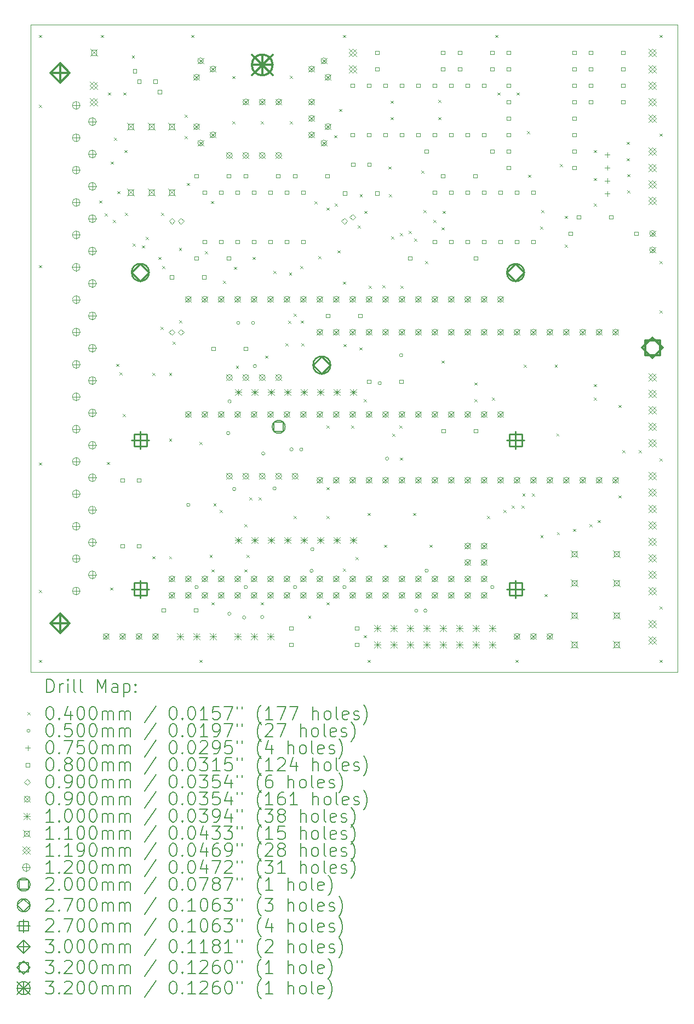
<source format=gbr>
%TF.GenerationSoftware,KiCad,Pcbnew,(6.0.9)*%
%TF.CreationDate,2022-12-06T19:54:01+01:00*%
%TF.ProjectId,SEU-M_1.04,5345552d-4d5f-4312-9e30-342e6b696361,1.04*%
%TF.SameCoordinates,Original*%
%TF.FileFunction,Drillmap*%
%TF.FilePolarity,Positive*%
%FSLAX45Y45*%
G04 Gerber Fmt 4.5, Leading zero omitted, Abs format (unit mm)*
G04 Created by KiCad (PCBNEW (6.0.9)) date 2022-12-06 19:54:01*
%MOMM*%
%LPD*%
G01*
G04 APERTURE LIST*
%ADD10C,0.100000*%
%ADD11C,0.200000*%
%ADD12C,0.040000*%
%ADD13C,0.050000*%
%ADD14C,0.075000*%
%ADD15C,0.080000*%
%ADD16C,0.090000*%
%ADD17C,0.110000*%
%ADD18C,0.119000*%
%ADD19C,0.120000*%
%ADD20C,0.270000*%
%ADD21C,0.300000*%
%ADD22C,0.320000*%
G04 APERTURE END LIST*
D10*
X7720000Y-3375000D02*
X17720000Y-3375000D01*
X17720000Y-3375000D02*
X17720000Y-13375000D01*
X17720000Y-13375000D02*
X7720000Y-13375000D01*
X7720000Y-13375000D02*
X7720000Y-3375000D01*
D11*
D12*
X7854000Y-3536000D02*
X7894000Y-3576000D01*
X7894000Y-3536000D02*
X7854000Y-3576000D01*
X7854000Y-4615500D02*
X7894000Y-4655500D01*
X7894000Y-4615500D02*
X7854000Y-4655500D01*
X7854000Y-7092000D02*
X7894000Y-7132000D01*
X7894000Y-7092000D02*
X7854000Y-7132000D01*
X7854000Y-10140000D02*
X7894000Y-10180000D01*
X7894000Y-10140000D02*
X7854000Y-10180000D01*
X7854000Y-12108500D02*
X7894000Y-12148500D01*
X7894000Y-12108500D02*
X7854000Y-12148500D01*
X7854000Y-13188000D02*
X7894000Y-13228000D01*
X7894000Y-13188000D02*
X7854000Y-13228000D01*
X8785140Y-6094550D02*
X8825140Y-6134550D01*
X8825140Y-6094550D02*
X8785140Y-6134550D01*
X8806500Y-3536000D02*
X8846500Y-3576000D01*
X8846500Y-3536000D02*
X8806500Y-3576000D01*
X8870000Y-6291900D02*
X8910000Y-6331900D01*
X8910000Y-6291900D02*
X8870000Y-6331900D01*
X8899761Y-10131661D02*
X8939761Y-10171661D01*
X8939761Y-10131661D02*
X8899761Y-10171661D01*
X8915550Y-4425000D02*
X8955550Y-4465000D01*
X8955550Y-4425000D02*
X8915550Y-4465000D01*
X8952850Y-12070400D02*
X8992850Y-12110400D01*
X8992850Y-12070400D02*
X8952850Y-12110400D01*
X8958900Y-5491800D02*
X8998900Y-5531800D01*
X8998900Y-5491800D02*
X8958900Y-5531800D01*
X8997000Y-6393500D02*
X9037000Y-6433500D01*
X9037000Y-6393500D02*
X8997000Y-6433500D01*
X9009700Y-5123500D02*
X9049700Y-5163500D01*
X9049700Y-5123500D02*
X9009700Y-5163500D01*
X9044950Y-8616000D02*
X9084950Y-8656000D01*
X9084950Y-8616000D02*
X9044950Y-8656000D01*
X9060500Y-5949000D02*
X9100500Y-5989000D01*
X9100500Y-5949000D02*
X9060500Y-5989000D01*
X9095250Y-8746598D02*
X9135250Y-8786598D01*
X9135250Y-8746598D02*
X9095250Y-8786598D01*
X9144950Y-9390700D02*
X9184950Y-9430700D01*
X9184950Y-9390700D02*
X9144950Y-9430700D01*
X9155450Y-4425000D02*
X9195450Y-4465000D01*
X9195450Y-4425000D02*
X9155450Y-4465000D01*
X9174800Y-5314000D02*
X9214800Y-5354000D01*
X9214800Y-5314000D02*
X9174800Y-5354000D01*
X9178476Y-6285053D02*
X9218476Y-6325053D01*
X9218476Y-6285053D02*
X9178476Y-6325053D01*
X9286390Y-3853500D02*
X9326390Y-3893500D01*
X9326390Y-3853500D02*
X9286390Y-3893500D01*
X9297066Y-6757066D02*
X9337066Y-6797066D01*
X9337066Y-6757066D02*
X9297066Y-6797066D01*
X9441500Y-6787200D02*
X9481500Y-6827200D01*
X9481500Y-6787200D02*
X9441500Y-6827200D01*
X9505000Y-6656850D02*
X9545000Y-6696850D01*
X9545000Y-6656850D02*
X9505000Y-6696850D01*
X9603650Y-8755700D02*
X9643650Y-8795700D01*
X9643650Y-8755700D02*
X9603650Y-8795700D01*
X9603650Y-11587800D02*
X9643650Y-11627800D01*
X9643650Y-11587800D02*
X9603650Y-11627800D01*
X9695500Y-6965000D02*
X9735500Y-7005000D01*
X9735500Y-6965000D02*
X9695500Y-7005000D01*
X9733600Y-8044500D02*
X9773600Y-8084500D01*
X9773600Y-8044500D02*
X9733600Y-8084500D01*
X9740111Y-6286613D02*
X9780111Y-6326613D01*
X9780111Y-6286613D02*
X9740111Y-6326613D01*
X9756050Y-7104700D02*
X9796050Y-7144700D01*
X9796050Y-7104700D02*
X9756050Y-7144700D01*
X9863550Y-8755700D02*
X9903550Y-8795700D01*
X9903550Y-8755700D02*
X9863550Y-8795700D01*
X9863550Y-9771700D02*
X9903550Y-9811700D01*
X9903550Y-9771700D02*
X9863550Y-9811700D01*
X9863550Y-11587800D02*
X9903550Y-11627800D01*
X9903550Y-11587800D02*
X9863550Y-11627800D01*
X9916872Y-8270560D02*
X9956872Y-8310560D01*
X9956872Y-8270560D02*
X9916872Y-8310560D01*
X10015950Y-6825300D02*
X10055950Y-6865300D01*
X10055950Y-6825300D02*
X10015950Y-6865300D01*
X10018080Y-7945440D02*
X10058080Y-7985440D01*
X10058080Y-7945440D02*
X10018080Y-7985440D01*
X10101900Y-4767900D02*
X10141900Y-4807900D01*
X10141900Y-4767900D02*
X10101900Y-4807900D01*
X10101900Y-5098100D02*
X10141900Y-5138100D01*
X10141900Y-5098100D02*
X10101900Y-5138100D01*
X10140000Y-5822000D02*
X10180000Y-5862000D01*
X10180000Y-5822000D02*
X10140000Y-5862000D01*
X10203500Y-3536000D02*
X10243500Y-3576000D01*
X10243500Y-3536000D02*
X10203500Y-3576000D01*
X10330500Y-9822500D02*
X10370500Y-9862500D01*
X10370500Y-9822500D02*
X10330500Y-9862500D01*
X10330500Y-13188000D02*
X10370500Y-13228000D01*
X10370500Y-13188000D02*
X10330500Y-13228000D01*
X10419400Y-6876100D02*
X10459400Y-6916100D01*
X10459400Y-6876100D02*
X10419400Y-6916100D01*
X10488950Y-11569050D02*
X10528950Y-11609050D01*
X10528950Y-11569050D02*
X10488950Y-11609050D01*
X10508300Y-6101400D02*
X10548300Y-6141400D01*
X10548300Y-6101400D02*
X10508300Y-6141400D01*
X10521000Y-11791000D02*
X10561000Y-11831000D01*
X10561000Y-11791000D02*
X10521000Y-11831000D01*
X10521000Y-12299000D02*
X10561000Y-12339000D01*
X10561000Y-12299000D02*
X10521000Y-12339000D01*
X10547743Y-10772305D02*
X10587743Y-10812305D01*
X10587743Y-10772305D02*
X10547743Y-10812305D01*
X10648000Y-10869950D02*
X10688000Y-10909950D01*
X10688000Y-10869950D02*
X10648000Y-10909950D01*
X10698800Y-7333300D02*
X10738800Y-7373300D01*
X10738800Y-7333300D02*
X10698800Y-7373300D01*
X10838500Y-4171000D02*
X10878500Y-4211000D01*
X10878500Y-4171000D02*
X10838500Y-4211000D01*
X10838500Y-4869500D02*
X10878500Y-4909500D01*
X10878500Y-4869500D02*
X10838500Y-4909500D01*
X10863900Y-7117400D02*
X10903900Y-7157400D01*
X10903900Y-7117400D02*
X10863900Y-7157400D01*
X10895050Y-8646480D02*
X10935050Y-8686480D01*
X10935050Y-8646480D02*
X10895050Y-8686480D01*
X11029000Y-11092500D02*
X11069000Y-11132500D01*
X11069000Y-11092500D02*
X11029000Y-11132500D01*
X11029000Y-11791000D02*
X11069000Y-11831000D01*
X11069000Y-11791000D02*
X11029000Y-11831000D01*
X11061050Y-11569050D02*
X11101050Y-11609050D01*
X11101050Y-11569050D02*
X11061050Y-11609050D01*
X11104145Y-10680050D02*
X11144145Y-10720050D01*
X11144145Y-10680050D02*
X11104145Y-10720050D01*
X11156000Y-6965000D02*
X11196000Y-7005000D01*
X11196000Y-6965000D02*
X11156000Y-7005000D01*
X11244095Y-10680050D02*
X11284095Y-10720050D01*
X11284095Y-10680050D02*
X11244095Y-10720050D01*
X11283000Y-4869500D02*
X11323000Y-4909500D01*
X11323000Y-4869500D02*
X11283000Y-4909500D01*
X11283000Y-12299000D02*
X11323000Y-12339000D01*
X11323000Y-12299000D02*
X11283000Y-12339000D01*
X11346500Y-8489000D02*
X11386500Y-8529000D01*
X11386500Y-8489000D02*
X11346500Y-8529000D01*
X11473500Y-7180900D02*
X11513500Y-7220900D01*
X11513500Y-7180900D02*
X11473500Y-7220900D01*
X11664000Y-8298500D02*
X11704000Y-8338500D01*
X11704000Y-8298500D02*
X11664000Y-8338500D01*
X11701034Y-7950583D02*
X11741034Y-7990583D01*
X11741034Y-7950583D02*
X11701034Y-7990583D01*
X11716070Y-7207570D02*
X11756070Y-7247570D01*
X11756070Y-7207570D02*
X11716070Y-7247570D01*
X11727500Y-4168050D02*
X11767500Y-4208050D01*
X11767500Y-4168050D02*
X11727500Y-4208050D01*
X11727500Y-4869500D02*
X11767500Y-4909500D01*
X11767500Y-4869500D02*
X11727500Y-4909500D01*
X11788460Y-7841300D02*
X11828460Y-7881300D01*
X11828460Y-7841300D02*
X11788460Y-7881300D01*
X11791000Y-10965500D02*
X11831000Y-11005500D01*
X11831000Y-10965500D02*
X11791000Y-11005500D01*
X11892600Y-7104700D02*
X11932600Y-7144700D01*
X11932600Y-7104700D02*
X11892600Y-7144700D01*
X11898650Y-7947296D02*
X11938650Y-7987296D01*
X11938650Y-7947296D02*
X11898650Y-7987296D01*
X11905300Y-8298500D02*
X11945300Y-8338500D01*
X11945300Y-8298500D02*
X11905300Y-8338500D01*
X12012950Y-12507450D02*
X12052950Y-12547450D01*
X12052950Y-12507450D02*
X12012950Y-12547450D01*
X12108500Y-6108050D02*
X12148500Y-6148050D01*
X12148500Y-6108050D02*
X12108500Y-6148050D01*
X12172000Y-6952300D02*
X12212000Y-6992300D01*
X12212000Y-6952300D02*
X12172000Y-6992300D01*
X12299000Y-6203000D02*
X12339000Y-6243000D01*
X12339000Y-6203000D02*
X12299000Y-6243000D01*
X12299000Y-9568500D02*
X12339000Y-9608500D01*
X12339000Y-9568500D02*
X12299000Y-9608500D01*
X12299000Y-10521000D02*
X12339000Y-10561000D01*
X12339000Y-10521000D02*
X12299000Y-10561000D01*
X12299000Y-10965500D02*
X12339000Y-11005500D01*
X12339000Y-10965500D02*
X12299000Y-11005500D01*
X12299000Y-12299000D02*
X12339000Y-12339000D01*
X12339000Y-12299000D02*
X12299000Y-12339000D01*
X12413300Y-5085400D02*
X12453300Y-5125400D01*
X12453300Y-5085400D02*
X12413300Y-5125400D01*
X12426000Y-6139500D02*
X12466000Y-6179500D01*
X12466000Y-6139500D02*
X12426000Y-6179500D01*
X12464100Y-6863400D02*
X12504100Y-6903400D01*
X12504100Y-6863400D02*
X12464100Y-6903400D01*
X12489500Y-4679000D02*
X12529500Y-4719000D01*
X12529500Y-4679000D02*
X12489500Y-4719000D01*
X12553000Y-3536000D02*
X12593000Y-3576000D01*
X12593000Y-3536000D02*
X12553000Y-3576000D01*
X12553000Y-7346000D02*
X12593000Y-7386000D01*
X12593000Y-7346000D02*
X12553000Y-7386000D01*
X12553000Y-11778300D02*
X12593000Y-11818300D01*
X12593000Y-11778300D02*
X12553000Y-11818300D01*
X12559650Y-8311200D02*
X12599650Y-8351200D01*
X12599650Y-8311200D02*
X12559650Y-8351200D01*
X12680000Y-9568500D02*
X12720000Y-9608500D01*
X12720000Y-9568500D02*
X12680000Y-9608500D01*
X12743500Y-11600500D02*
X12783500Y-11640500D01*
X12783500Y-11600500D02*
X12743500Y-11640500D01*
X12781600Y-6477950D02*
X12821600Y-6517950D01*
X12821600Y-6477950D02*
X12781600Y-6517950D01*
X12807000Y-8362000D02*
X12847000Y-8402000D01*
X12847000Y-8362000D02*
X12807000Y-8402000D01*
X12809950Y-5994550D02*
X12849950Y-6034550D01*
X12849950Y-5994550D02*
X12809950Y-6034550D01*
X12870500Y-9165050D02*
X12910500Y-9205050D01*
X12910500Y-9165050D02*
X12870500Y-9205050D01*
X12870500Y-12807000D02*
X12910500Y-12847000D01*
X12910500Y-12807000D02*
X12870500Y-12847000D01*
X12883200Y-6253800D02*
X12923200Y-6293800D01*
X12923200Y-6253800D02*
X12883200Y-6293800D01*
X12934000Y-10919950D02*
X12974000Y-10959950D01*
X12974000Y-10919950D02*
X12934000Y-10959950D01*
X12934000Y-13188000D02*
X12974000Y-13228000D01*
X12974000Y-13188000D02*
X12934000Y-13228000D01*
X12946700Y-7406960D02*
X12986700Y-7446960D01*
X12986700Y-7406960D02*
X12946700Y-7446960D01*
X13162600Y-7404420D02*
X13202600Y-7444420D01*
X13202600Y-7404420D02*
X13162600Y-7444420D01*
X13188000Y-11410000D02*
X13228000Y-11450000D01*
X13228000Y-11410000D02*
X13188000Y-11450000D01*
X13251500Y-5568000D02*
X13291500Y-5608000D01*
X13291500Y-5568000D02*
X13251500Y-5608000D01*
X13260550Y-5994550D02*
X13300550Y-6034550D01*
X13300550Y-5994550D02*
X13260550Y-6034550D01*
X13289600Y-4552000D02*
X13329600Y-4592000D01*
X13329600Y-4552000D02*
X13289600Y-4592000D01*
X13289600Y-4806000D02*
X13329600Y-4846000D01*
X13329600Y-4806000D02*
X13289600Y-4846000D01*
X13294318Y-6646150D02*
X13334318Y-6686150D01*
X13334318Y-6646150D02*
X13294318Y-6686150D01*
X13315000Y-9695500D02*
X13355000Y-9735500D01*
X13355000Y-9695500D02*
X13315000Y-9735500D01*
X13424220Y-9565960D02*
X13464220Y-9605960D01*
X13464220Y-9565960D02*
X13424220Y-9605960D01*
X13429050Y-6596150D02*
X13469050Y-6636150D01*
X13469050Y-6596150D02*
X13429050Y-6636150D01*
X13429300Y-10063800D02*
X13469300Y-10103800D01*
X13469300Y-10063800D02*
X13429300Y-10103800D01*
X13442000Y-7409500D02*
X13482000Y-7449500D01*
X13482000Y-7409500D02*
X13442000Y-7449500D01*
X13569000Y-6564700D02*
X13609000Y-6604700D01*
X13609000Y-6564700D02*
X13569000Y-6604700D01*
X13632500Y-10919950D02*
X13672500Y-10959950D01*
X13672500Y-10919950D02*
X13632500Y-10959950D01*
X13649582Y-6679123D02*
X13689582Y-6719123D01*
X13689582Y-6679123D02*
X13649582Y-6719123D01*
X13759500Y-5631500D02*
X13799500Y-5671500D01*
X13799500Y-5631500D02*
X13759500Y-5671500D01*
X13797600Y-6241100D02*
X13837600Y-6281100D01*
X13837600Y-6241100D02*
X13797600Y-6281100D01*
X13823000Y-7028500D02*
X13863000Y-7068500D01*
X13863000Y-7028500D02*
X13823000Y-7068500D01*
X13886500Y-11410000D02*
X13926500Y-11450000D01*
X13926500Y-11410000D02*
X13886500Y-11450000D01*
X13950000Y-6393500D02*
X13990000Y-6433500D01*
X13990000Y-6393500D02*
X13950000Y-6433500D01*
X14026200Y-4539300D02*
X14066200Y-4579300D01*
X14066200Y-4539300D02*
X14026200Y-4579300D01*
X14026200Y-4806000D02*
X14066200Y-4846000D01*
X14066200Y-4806000D02*
X14026200Y-4846000D01*
X14077000Y-6507800D02*
X14117000Y-6547800D01*
X14117000Y-6507800D02*
X14077000Y-6547800D01*
X14077000Y-8565200D02*
X14117000Y-8605200D01*
X14117000Y-8565200D02*
X14077000Y-8605200D01*
X14089700Y-6253800D02*
X14129700Y-6293800D01*
X14129700Y-6253800D02*
X14089700Y-6293800D01*
X14582050Y-9165050D02*
X14622050Y-9205050D01*
X14622050Y-9165050D02*
X14582050Y-9205050D01*
X14585000Y-8905150D02*
X14625000Y-8945150D01*
X14625000Y-8905150D02*
X14585000Y-8945150D01*
X14775500Y-10965500D02*
X14815500Y-11005500D01*
X14815500Y-10965500D02*
X14775500Y-11005500D01*
X14851700Y-9140050D02*
X14891700Y-9180050D01*
X14891700Y-9140050D02*
X14851700Y-9180050D01*
X14902500Y-3536000D02*
X14942500Y-3576000D01*
X14942500Y-3536000D02*
X14902500Y-3576000D01*
X14940600Y-4425000D02*
X14980600Y-4465000D01*
X14980600Y-4425000D02*
X14940600Y-4465000D01*
X15029500Y-10869950D02*
X15069500Y-10909950D01*
X15069500Y-10869950D02*
X15029500Y-10909950D01*
X15156500Y-10806450D02*
X15196500Y-10846450D01*
X15196500Y-10806450D02*
X15156500Y-10846450D01*
X15220000Y-13188000D02*
X15260000Y-13228000D01*
X15260000Y-13188000D02*
X15220000Y-13228000D01*
X15232700Y-4425000D02*
X15272700Y-4465000D01*
X15272700Y-4425000D02*
X15232700Y-4465000D01*
X15308384Y-10806450D02*
X15348384Y-10846450D01*
X15348384Y-10806450D02*
X15308384Y-10846450D01*
X15322731Y-10616550D02*
X15362731Y-10656550D01*
X15362731Y-10616550D02*
X15322731Y-10656550D01*
X15346105Y-8629595D02*
X15386105Y-8669595D01*
X15386105Y-8629595D02*
X15346105Y-8669595D01*
X15397800Y-5021900D02*
X15437800Y-5061900D01*
X15437800Y-5021900D02*
X15397800Y-5061900D01*
X15410500Y-5695000D02*
X15450500Y-5735000D01*
X15450500Y-5695000D02*
X15410500Y-5735000D01*
X15474000Y-10616550D02*
X15514000Y-10656550D01*
X15514000Y-10616550D02*
X15474000Y-10656550D01*
X15601000Y-6495100D02*
X15641000Y-6535100D01*
X15641000Y-6495100D02*
X15601000Y-6535100D01*
X15603000Y-11264450D02*
X15643000Y-11304450D01*
X15643000Y-11264450D02*
X15603000Y-11304450D01*
X15613700Y-6241100D02*
X15653700Y-6281100D01*
X15653700Y-6241100D02*
X15613700Y-6281100D01*
X15664500Y-12172000D02*
X15704500Y-12212000D01*
X15704500Y-12172000D02*
X15664500Y-12212000D01*
X15823565Y-8628085D02*
X15863565Y-8668085D01*
X15863565Y-8628085D02*
X15823565Y-8668085D01*
X15847950Y-9692372D02*
X15887950Y-9732372D01*
X15887950Y-9692372D02*
X15847950Y-9732372D01*
X15857000Y-11215500D02*
X15897000Y-11255500D01*
X15897000Y-11215500D02*
X15857000Y-11255500D01*
X15905800Y-5529900D02*
X15945800Y-5569900D01*
X15945800Y-5529900D02*
X15905800Y-5569900D01*
X15982000Y-6330000D02*
X16022000Y-6370000D01*
X16022000Y-6330000D02*
X15982000Y-6370000D01*
X15982000Y-6774500D02*
X16022000Y-6814500D01*
X16022000Y-6774500D02*
X15982000Y-6814500D01*
X16109000Y-11164450D02*
X16149000Y-11204450D01*
X16149000Y-11164450D02*
X16109000Y-11204450D01*
X16363000Y-11092500D02*
X16403000Y-11132500D01*
X16403000Y-11092500D02*
X16363000Y-11132500D01*
X16426500Y-5314000D02*
X16466500Y-5354000D01*
X16466500Y-5314000D02*
X16426500Y-5354000D01*
X16426500Y-5745800D02*
X16466500Y-5785800D01*
X16466500Y-5745800D02*
X16426500Y-5785800D01*
X16426500Y-6139500D02*
X16466500Y-6179500D01*
X16466500Y-6139500D02*
X16426500Y-6179500D01*
X16426500Y-8930150D02*
X16466500Y-8970150D01*
X16466500Y-8930150D02*
X16426500Y-8970150D01*
X16426500Y-9140050D02*
X16466500Y-9180050D01*
X16466500Y-9140050D02*
X16426500Y-9180050D01*
X16490000Y-11029000D02*
X16530000Y-11069000D01*
X16530000Y-11029000D02*
X16490000Y-11069000D01*
X16807500Y-9251000D02*
X16847500Y-9291000D01*
X16847500Y-9251000D02*
X16807500Y-9291000D01*
X16807500Y-10648000D02*
X16847500Y-10688000D01*
X16847500Y-10648000D02*
X16807500Y-10688000D01*
X16871000Y-9949500D02*
X16911000Y-9989500D01*
X16911000Y-9949500D02*
X16871000Y-9989500D01*
X16934500Y-5187000D02*
X16974500Y-5227000D01*
X16974500Y-5187000D02*
X16934500Y-5227000D01*
X16934500Y-5441000D02*
X16974500Y-5481000D01*
X16974500Y-5441000D02*
X16934500Y-5481000D01*
X16947013Y-5687443D02*
X16987013Y-5727443D01*
X16987013Y-5687443D02*
X16947013Y-5727443D01*
X16947200Y-5936300D02*
X16987200Y-5976300D01*
X16987200Y-5936300D02*
X16947200Y-5976300D01*
X17125000Y-9949500D02*
X17165000Y-9989500D01*
X17165000Y-9949500D02*
X17125000Y-9989500D01*
X17442500Y-3536000D02*
X17482500Y-3576000D01*
X17482500Y-3536000D02*
X17442500Y-3576000D01*
X17442500Y-5060000D02*
X17482500Y-5100000D01*
X17482500Y-5060000D02*
X17442500Y-5100000D01*
X17442500Y-7028500D02*
X17482500Y-7068500D01*
X17482500Y-7028500D02*
X17442500Y-7068500D01*
X17442500Y-7790500D02*
X17482500Y-7830500D01*
X17482500Y-7790500D02*
X17442500Y-7830500D01*
X17442500Y-10076500D02*
X17482500Y-10116500D01*
X17482500Y-10076500D02*
X17442500Y-10116500D01*
X17442500Y-12362500D02*
X17482500Y-12402500D01*
X17482500Y-12362500D02*
X17442500Y-12402500D01*
X17442500Y-13188000D02*
X17482500Y-13228000D01*
X17482500Y-13188000D02*
X17442500Y-13228000D01*
D13*
X10185000Y-10795000D02*
G75*
G03*
X10185000Y-10795000I-25000J0D01*
G01*
X10312000Y-12065000D02*
G75*
G03*
X10312000Y-12065000I-25000J0D01*
G01*
X10802220Y-9687560D02*
G75*
G03*
X10802220Y-9687560I-25000J0D01*
G01*
X10820000Y-12477450D02*
G75*
G03*
X10820000Y-12477450I-25000J0D01*
G01*
X10822540Y-9197340D02*
G75*
G03*
X10822540Y-9197340I-25000J0D01*
G01*
X10893660Y-10551160D02*
G75*
G03*
X10893660Y-10551160I-25000J0D01*
G01*
X10957160Y-7985760D02*
G75*
G03*
X10957160Y-7985760I-25000J0D01*
G01*
X11049077Y-12534423D02*
G75*
G03*
X11049077Y-12534423I-25000J0D01*
G01*
X11074000Y-12065000D02*
G75*
G03*
X11074000Y-12065000I-25000J0D01*
G01*
X11185760Y-7985760D02*
G75*
G03*
X11185760Y-7985760I-25000J0D01*
G01*
X11213700Y-8651240D02*
G75*
G03*
X11213700Y-8651240I-25000J0D01*
G01*
X11328000Y-12527450D02*
G75*
G03*
X11328000Y-12527450I-25000J0D01*
G01*
X11343240Y-10002520D02*
G75*
G03*
X11343240Y-10002520I-25000J0D01*
G01*
X11518500Y-10541000D02*
G75*
G03*
X11518500Y-10541000I-25000J0D01*
G01*
X11779745Y-9937450D02*
G75*
G03*
X11779745Y-9937450I-25000J0D01*
G01*
X11836000Y-12065000D02*
G75*
G03*
X11836000Y-12065000I-25000J0D01*
G01*
X11932520Y-9939020D02*
G75*
G03*
X11932520Y-9939020I-25000J0D01*
G01*
X12090000Y-11813550D02*
G75*
G03*
X12090000Y-11813550I-25000J0D01*
G01*
X12102700Y-11480800D02*
G75*
G03*
X12102700Y-11480800I-25000J0D01*
G01*
X12598000Y-12065000D02*
G75*
G03*
X12598000Y-12065000I-25000J0D01*
G01*
X13144100Y-8915400D02*
G75*
G03*
X13144100Y-8915400I-25000J0D01*
G01*
X13258400Y-10081260D02*
G75*
G03*
X13258400Y-10081260I-25000J0D01*
G01*
X13474300Y-8483600D02*
G75*
G03*
X13474300Y-8483600I-25000J0D01*
G01*
X13708950Y-12428050D02*
G75*
G03*
X13708950Y-12428050I-25000J0D01*
G01*
X13848900Y-12428050D02*
G75*
G03*
X13848900Y-12428050I-25000J0D01*
G01*
X13868000Y-11811000D02*
G75*
G03*
X13868000Y-11811000I-25000J0D01*
G01*
X14884000Y-12065000D02*
G75*
G03*
X14884000Y-12065000I-25000J0D01*
G01*
D14*
X16637000Y-5350500D02*
X16637000Y-5425500D01*
X16599500Y-5388000D02*
X16674500Y-5388000D01*
X16637000Y-5550500D02*
X16637000Y-5625500D01*
X16599500Y-5588000D02*
X16674500Y-5588000D01*
X16637000Y-5750500D02*
X16637000Y-5825500D01*
X16599500Y-5788000D02*
X16674500Y-5788000D01*
X16637000Y-5950500D02*
X16637000Y-6025500D01*
X16599500Y-5988000D02*
X16674500Y-5988000D01*
D15*
X9172285Y-10442285D02*
X9172285Y-10385716D01*
X9115716Y-10385716D01*
X9115716Y-10442285D01*
X9172285Y-10442285D01*
X9172285Y-11458284D02*
X9172285Y-11401715D01*
X9115716Y-11401715D01*
X9115716Y-11458284D01*
X9172285Y-11458284D01*
X9360659Y-4122784D02*
X9360659Y-4066215D01*
X9304090Y-4066215D01*
X9304090Y-4122784D01*
X9360659Y-4122784D01*
X9426285Y-10442285D02*
X9426285Y-10385716D01*
X9369716Y-10385716D01*
X9369716Y-10442285D01*
X9426285Y-10442285D01*
X9426285Y-11458284D02*
X9426285Y-11401715D01*
X9369716Y-11401715D01*
X9369716Y-11458284D01*
X9426285Y-11458284D01*
X9427752Y-4282785D02*
X9427752Y-4226216D01*
X9371183Y-4226216D01*
X9371183Y-4282785D01*
X9427752Y-4282785D01*
X9677752Y-4282785D02*
X9677752Y-4226216D01*
X9621183Y-4226216D01*
X9621183Y-4282785D01*
X9677752Y-4282785D01*
X9744846Y-4442785D02*
X9744846Y-4386216D01*
X9688277Y-4386216D01*
X9688277Y-4442785D01*
X9744846Y-4442785D01*
X9807285Y-12448884D02*
X9807285Y-12392315D01*
X9750716Y-12392315D01*
X9750716Y-12448884D01*
X9807285Y-12448884D01*
X9929585Y-7305384D02*
X9929585Y-7248815D01*
X9873016Y-7248815D01*
X9873016Y-7305384D01*
X9929585Y-7305384D01*
X10307285Y-12448884D02*
X10307285Y-12392315D01*
X10250716Y-12392315D01*
X10250716Y-12448884D01*
X10307285Y-12448884D01*
X10315285Y-5743284D02*
X10315285Y-5686715D01*
X10258716Y-5686715D01*
X10258716Y-5743284D01*
X10315285Y-5743284D01*
X10315285Y-7013284D02*
X10315285Y-6956715D01*
X10258716Y-6956715D01*
X10258716Y-7013284D01*
X10315285Y-7013284D01*
X10429585Y-7305384D02*
X10429585Y-7248815D01*
X10373016Y-7248815D01*
X10373016Y-7305384D01*
X10429585Y-7305384D01*
X10442285Y-5997284D02*
X10442285Y-5940715D01*
X10385716Y-5940715D01*
X10385716Y-5997284D01*
X10442285Y-5997284D01*
X10442285Y-6759284D02*
X10442285Y-6702715D01*
X10385716Y-6702715D01*
X10385716Y-6759284D01*
X10442285Y-6759284D01*
X10573285Y-8410285D02*
X10573285Y-8353715D01*
X10516716Y-8353715D01*
X10516716Y-8410285D01*
X10573285Y-8410285D01*
X10696285Y-5997284D02*
X10696285Y-5940715D01*
X10639716Y-5940715D01*
X10639716Y-5997284D01*
X10696285Y-5997284D01*
X10696285Y-6759284D02*
X10696285Y-6702715D01*
X10639716Y-6702715D01*
X10639716Y-6759284D01*
X10696285Y-6759284D01*
X10815285Y-5743284D02*
X10815285Y-5686715D01*
X10758716Y-5686715D01*
X10758716Y-5743284D01*
X10815285Y-5743284D01*
X10815285Y-7013284D02*
X10815285Y-6956715D01*
X10758716Y-6956715D01*
X10758716Y-7013284D01*
X10815285Y-7013284D01*
X10950285Y-5997284D02*
X10950285Y-5940715D01*
X10893716Y-5940715D01*
X10893716Y-5997284D01*
X10950285Y-5997284D01*
X10950285Y-6759284D02*
X10950285Y-6702715D01*
X10893716Y-6702715D01*
X10893716Y-6759284D01*
X10950285Y-6759284D01*
X11073285Y-8410285D02*
X11073285Y-8353715D01*
X11016716Y-8353715D01*
X11016716Y-8410285D01*
X11073285Y-8410285D01*
X11077285Y-5743284D02*
X11077285Y-5686715D01*
X11020716Y-5686715D01*
X11020716Y-5743284D01*
X11077285Y-5743284D01*
X11204284Y-5997284D02*
X11204284Y-5940715D01*
X11147716Y-5940715D01*
X11147716Y-5997284D01*
X11204284Y-5997284D01*
X11204284Y-6759284D02*
X11204284Y-6702715D01*
X11147716Y-6702715D01*
X11147716Y-6759284D01*
X11204284Y-6759284D01*
X11458284Y-5997284D02*
X11458284Y-5940715D01*
X11401715Y-5940715D01*
X11401715Y-5997284D01*
X11458284Y-5997284D01*
X11458284Y-6759284D02*
X11458284Y-6702715D01*
X11401715Y-6702715D01*
X11401715Y-6759284D01*
X11458284Y-6759284D01*
X11577284Y-5743284D02*
X11577284Y-5686715D01*
X11520715Y-5686715D01*
X11520715Y-5743284D01*
X11577284Y-5743284D01*
X11712284Y-5997284D02*
X11712284Y-5940715D01*
X11655715Y-5940715D01*
X11655715Y-5997284D01*
X11712284Y-5997284D01*
X11712284Y-6759284D02*
X11712284Y-6702715D01*
X11655715Y-6702715D01*
X11655715Y-6759284D01*
X11712284Y-6759284D01*
X11775784Y-12728284D02*
X11775784Y-12671715D01*
X11719215Y-12671715D01*
X11719215Y-12728284D01*
X11775784Y-12728284D01*
X11775784Y-12982284D02*
X11775784Y-12925715D01*
X11719215Y-12925715D01*
X11719215Y-12982284D01*
X11775784Y-12982284D01*
X11839284Y-5743284D02*
X11839284Y-5686715D01*
X11782715Y-5686715D01*
X11782715Y-5743284D01*
X11839284Y-5743284D01*
X11966284Y-5997284D02*
X11966284Y-5940715D01*
X11909715Y-5940715D01*
X11909715Y-5997284D01*
X11966284Y-5997284D01*
X11966284Y-6759284D02*
X11966284Y-6702715D01*
X11909715Y-6702715D01*
X11909715Y-6759284D01*
X11966284Y-6759284D01*
X12339284Y-5743284D02*
X12339284Y-5686715D01*
X12282715Y-5686715D01*
X12282715Y-5743284D01*
X12339284Y-5743284D01*
X12347284Y-7902284D02*
X12347284Y-7845715D01*
X12290715Y-7845715D01*
X12290715Y-7902284D01*
X12347284Y-7902284D01*
X12609284Y-6009984D02*
X12609284Y-5953415D01*
X12552715Y-5953415D01*
X12552715Y-6009984D01*
X12609284Y-6009984D01*
X12728284Y-4346285D02*
X12728284Y-4289716D01*
X12671715Y-4289716D01*
X12671715Y-4346285D01*
X12728284Y-4346285D01*
X12728284Y-5108285D02*
X12728284Y-5051716D01*
X12671715Y-5051716D01*
X12671715Y-5108285D01*
X12728284Y-5108285D01*
X12734773Y-5565485D02*
X12734773Y-5508916D01*
X12678204Y-5508916D01*
X12678204Y-5565485D01*
X12734773Y-5565485D01*
X12791784Y-12728284D02*
X12791784Y-12671715D01*
X12735215Y-12671715D01*
X12735215Y-12728284D01*
X12791784Y-12728284D01*
X12791784Y-12982284D02*
X12791784Y-12925715D01*
X12735215Y-12925715D01*
X12735215Y-12982284D01*
X12791784Y-12982284D01*
X12847284Y-7902284D02*
X12847284Y-7845715D01*
X12790715Y-7845715D01*
X12790715Y-7902284D01*
X12847284Y-7902284D01*
X12982284Y-4346285D02*
X12982284Y-4289716D01*
X12925715Y-4289716D01*
X12925715Y-4346285D01*
X12982284Y-4346285D01*
X12982284Y-5108285D02*
X12982284Y-5051716D01*
X12925715Y-5051716D01*
X12925715Y-5108285D01*
X12982284Y-5108285D01*
X12982284Y-8918285D02*
X12982284Y-8861716D01*
X12925715Y-8861716D01*
X12925715Y-8918285D01*
X12982284Y-8918285D01*
X12984773Y-5565485D02*
X12984773Y-5508916D01*
X12928204Y-5508916D01*
X12928204Y-5565485D01*
X12984773Y-5565485D01*
X13109284Y-3838284D02*
X13109284Y-3781715D01*
X13052715Y-3781715D01*
X13052715Y-3838284D01*
X13109284Y-3838284D01*
X13109284Y-4092284D02*
X13109284Y-4035715D01*
X13052715Y-4035715D01*
X13052715Y-4092284D01*
X13109284Y-4092284D01*
X13109284Y-6009984D02*
X13109284Y-5953415D01*
X13052715Y-5953415D01*
X13052715Y-6009984D01*
X13109284Y-6009984D01*
X13236284Y-4346285D02*
X13236284Y-4289716D01*
X13179715Y-4289716D01*
X13179715Y-4346285D01*
X13236284Y-4346285D01*
X13236284Y-5108285D02*
X13236284Y-5051716D01*
X13179715Y-5051716D01*
X13179715Y-5108285D01*
X13236284Y-5108285D01*
X13482284Y-8918285D02*
X13482284Y-8861716D01*
X13425715Y-8861716D01*
X13425715Y-8918285D01*
X13482284Y-8918285D01*
X13490284Y-4346285D02*
X13490284Y-4289716D01*
X13433715Y-4289716D01*
X13433715Y-4346285D01*
X13490284Y-4346285D01*
X13490284Y-5108285D02*
X13490284Y-5051716D01*
X13433715Y-5051716D01*
X13433715Y-5108285D01*
X13490284Y-5108285D01*
X13617284Y-7013284D02*
X13617284Y-6956715D01*
X13560715Y-6956715D01*
X13560715Y-7013284D01*
X13617284Y-7013284D01*
X13744284Y-4346285D02*
X13744284Y-4289716D01*
X13687715Y-4289716D01*
X13687715Y-4346285D01*
X13744284Y-4346285D01*
X13744284Y-5108285D02*
X13744284Y-5051716D01*
X13687715Y-5051716D01*
X13687715Y-5108285D01*
X13744284Y-5108285D01*
X13871284Y-5362285D02*
X13871284Y-5305716D01*
X13814715Y-5305716D01*
X13814715Y-5362285D01*
X13871284Y-5362285D01*
X13998284Y-4346285D02*
X13998284Y-4289716D01*
X13941715Y-4289716D01*
X13941715Y-4346285D01*
X13998284Y-4346285D01*
X13998284Y-5108285D02*
X13998284Y-5051716D01*
X13941715Y-5051716D01*
X13941715Y-5108285D01*
X13998284Y-5108285D01*
X13998284Y-5997284D02*
X13998284Y-5940715D01*
X13941715Y-5940715D01*
X13941715Y-5997284D01*
X13998284Y-5997284D01*
X13998284Y-6759284D02*
X13998284Y-6702715D01*
X13941715Y-6702715D01*
X13941715Y-6759284D01*
X13998284Y-6759284D01*
X14125284Y-3838284D02*
X14125284Y-3781715D01*
X14068715Y-3781715D01*
X14068715Y-3838284D01*
X14125284Y-3838284D01*
X14125284Y-4092284D02*
X14125284Y-4035715D01*
X14068715Y-4035715D01*
X14068715Y-4092284D01*
X14125284Y-4092284D01*
X14125284Y-5743284D02*
X14125284Y-5686715D01*
X14068715Y-5686715D01*
X14068715Y-5743284D01*
X14125284Y-5743284D01*
X14133284Y-9680285D02*
X14133284Y-9623716D01*
X14076715Y-9623716D01*
X14076715Y-9680285D01*
X14133284Y-9680285D01*
X14252284Y-4346285D02*
X14252284Y-4289716D01*
X14195715Y-4289716D01*
X14195715Y-4346285D01*
X14252284Y-4346285D01*
X14252284Y-5108285D02*
X14252284Y-5051716D01*
X14195715Y-5051716D01*
X14195715Y-5108285D01*
X14252284Y-5108285D01*
X14252284Y-5997284D02*
X14252284Y-5940715D01*
X14195715Y-5940715D01*
X14195715Y-5997284D01*
X14252284Y-5997284D01*
X14252284Y-6759284D02*
X14252284Y-6702715D01*
X14195715Y-6702715D01*
X14195715Y-6759284D01*
X14252284Y-6759284D01*
X14387284Y-3838284D02*
X14387284Y-3781715D01*
X14330715Y-3781715D01*
X14330715Y-3838284D01*
X14387284Y-3838284D01*
X14387284Y-4092284D02*
X14387284Y-4035715D01*
X14330715Y-4035715D01*
X14330715Y-4092284D01*
X14387284Y-4092284D01*
X14506284Y-4346285D02*
X14506284Y-4289716D01*
X14449715Y-4289716D01*
X14449715Y-4346285D01*
X14506284Y-4346285D01*
X14506284Y-5108285D02*
X14506284Y-5051716D01*
X14449715Y-5051716D01*
X14449715Y-5108285D01*
X14506284Y-5108285D01*
X14506284Y-5997284D02*
X14506284Y-5940715D01*
X14449715Y-5940715D01*
X14449715Y-5997284D01*
X14506284Y-5997284D01*
X14506284Y-6759284D02*
X14506284Y-6702715D01*
X14449715Y-6702715D01*
X14449715Y-6759284D01*
X14506284Y-6759284D01*
X14625284Y-5743284D02*
X14625284Y-5686715D01*
X14568715Y-5686715D01*
X14568715Y-5743284D01*
X14625284Y-5743284D01*
X14633284Y-7013284D02*
X14633284Y-6956715D01*
X14576715Y-6956715D01*
X14576715Y-7013284D01*
X14633284Y-7013284D01*
X14633284Y-9680285D02*
X14633284Y-9623716D01*
X14576715Y-9623716D01*
X14576715Y-9680285D01*
X14633284Y-9680285D01*
X14760284Y-4346285D02*
X14760284Y-4289716D01*
X14703715Y-4289716D01*
X14703715Y-4346285D01*
X14760284Y-4346285D01*
X14760284Y-5108285D02*
X14760284Y-5051716D01*
X14703715Y-5051716D01*
X14703715Y-5108285D01*
X14760284Y-5108285D01*
X14760284Y-5997284D02*
X14760284Y-5940715D01*
X14703715Y-5940715D01*
X14703715Y-5997284D01*
X14760284Y-5997284D01*
X14760284Y-6759284D02*
X14760284Y-6702715D01*
X14703715Y-6702715D01*
X14703715Y-6759284D01*
X14760284Y-6759284D01*
X14887284Y-3838284D02*
X14887284Y-3781715D01*
X14830715Y-3781715D01*
X14830715Y-3838284D01*
X14887284Y-3838284D01*
X14887284Y-4092284D02*
X14887284Y-4035715D01*
X14830715Y-4035715D01*
X14830715Y-4092284D01*
X14887284Y-4092284D01*
X14887284Y-5362285D02*
X14887284Y-5305716D01*
X14830715Y-5305716D01*
X14830715Y-5362285D01*
X14887284Y-5362285D01*
X15014284Y-5997284D02*
X15014284Y-5940715D01*
X14957715Y-5940715D01*
X14957715Y-5997284D01*
X15014284Y-5997284D01*
X15014284Y-6759284D02*
X15014284Y-6702715D01*
X14957715Y-6702715D01*
X14957715Y-6759284D01*
X15014284Y-6759284D01*
X15141284Y-3838284D02*
X15141284Y-3781715D01*
X15084715Y-3781715D01*
X15084715Y-3838284D01*
X15141284Y-3838284D01*
X15141284Y-4092284D02*
X15141284Y-4035715D01*
X15084715Y-4035715D01*
X15084715Y-4092284D01*
X15141284Y-4092284D01*
X15141284Y-4346285D02*
X15141284Y-4289716D01*
X15084715Y-4289716D01*
X15084715Y-4346285D01*
X15141284Y-4346285D01*
X15141284Y-4600285D02*
X15141284Y-4543716D01*
X15084715Y-4543716D01*
X15084715Y-4600285D01*
X15141284Y-4600285D01*
X15141284Y-4854285D02*
X15141284Y-4797716D01*
X15084715Y-4797716D01*
X15084715Y-4854285D01*
X15141284Y-4854285D01*
X15141284Y-5108285D02*
X15141284Y-5051716D01*
X15084715Y-5051716D01*
X15084715Y-5108285D01*
X15141284Y-5108285D01*
X15141284Y-5362285D02*
X15141284Y-5305716D01*
X15084715Y-5305716D01*
X15084715Y-5362285D01*
X15141284Y-5362285D01*
X15141284Y-5616284D02*
X15141284Y-5559716D01*
X15084715Y-5559716D01*
X15084715Y-5616284D01*
X15141284Y-5616284D01*
X15268284Y-5997284D02*
X15268284Y-5940715D01*
X15211715Y-5940715D01*
X15211715Y-5997284D01*
X15268284Y-5997284D01*
X15268284Y-6759284D02*
X15268284Y-6702715D01*
X15211715Y-6702715D01*
X15211715Y-6759284D01*
X15268284Y-6759284D01*
X15522284Y-5997284D02*
X15522284Y-5940715D01*
X15465715Y-5940715D01*
X15465715Y-5997284D01*
X15522284Y-5997284D01*
X15522284Y-6759284D02*
X15522284Y-6702715D01*
X15465715Y-6702715D01*
X15465715Y-6759284D01*
X15522284Y-6759284D01*
X16093784Y-6632284D02*
X16093784Y-6575715D01*
X16037215Y-6575715D01*
X16037215Y-6632284D01*
X16093784Y-6632284D01*
X16157284Y-3838284D02*
X16157284Y-3781715D01*
X16100715Y-3781715D01*
X16100715Y-3838284D01*
X16157284Y-3838284D01*
X16157284Y-4092284D02*
X16157284Y-4035715D01*
X16100715Y-4035715D01*
X16100715Y-4092284D01*
X16157284Y-4092284D01*
X16157284Y-4346285D02*
X16157284Y-4289716D01*
X16100715Y-4289716D01*
X16100715Y-4346285D01*
X16157284Y-4346285D01*
X16157284Y-4600285D02*
X16157284Y-4543716D01*
X16100715Y-4543716D01*
X16100715Y-4600285D01*
X16157284Y-4600285D01*
X16157284Y-4854285D02*
X16157284Y-4797716D01*
X16100715Y-4797716D01*
X16100715Y-4854285D01*
X16157284Y-4854285D01*
X16157284Y-5108285D02*
X16157284Y-5051716D01*
X16100715Y-5051716D01*
X16100715Y-5108285D01*
X16157284Y-5108285D01*
X16157284Y-5362285D02*
X16157284Y-5305716D01*
X16100715Y-5305716D01*
X16100715Y-5362285D01*
X16157284Y-5362285D01*
X16157284Y-5616284D02*
X16157284Y-5559716D01*
X16100715Y-5559716D01*
X16100715Y-5616284D01*
X16157284Y-5616284D01*
X16220784Y-6378284D02*
X16220784Y-6321715D01*
X16164215Y-6321715D01*
X16164215Y-6378284D01*
X16220784Y-6378284D01*
X16411284Y-3838284D02*
X16411284Y-3781715D01*
X16354715Y-3781715D01*
X16354715Y-3838284D01*
X16411284Y-3838284D01*
X16411284Y-4092284D02*
X16411284Y-4035715D01*
X16354715Y-4035715D01*
X16354715Y-4092284D01*
X16411284Y-4092284D01*
X16411284Y-4346285D02*
X16411284Y-4289716D01*
X16354715Y-4289716D01*
X16354715Y-4346285D01*
X16411284Y-4346285D01*
X16411284Y-4600285D02*
X16411284Y-4543716D01*
X16354715Y-4543716D01*
X16354715Y-4600285D01*
X16411284Y-4600285D01*
X16720784Y-6378284D02*
X16720784Y-6321715D01*
X16664215Y-6321715D01*
X16664215Y-6378284D01*
X16720784Y-6378284D01*
X16911285Y-3838284D02*
X16911285Y-3781715D01*
X16854716Y-3781715D01*
X16854716Y-3838284D01*
X16911285Y-3838284D01*
X16911285Y-4092284D02*
X16911285Y-4035715D01*
X16854716Y-4035715D01*
X16854716Y-4092284D01*
X16911285Y-4092284D01*
X16911285Y-4346285D02*
X16911285Y-4289716D01*
X16854716Y-4289716D01*
X16854716Y-4346285D01*
X16911285Y-4346285D01*
X16911285Y-4600285D02*
X16911285Y-4543716D01*
X16854716Y-4543716D01*
X16854716Y-4600285D01*
X16911285Y-4600285D01*
X17109785Y-6632284D02*
X17109785Y-6575715D01*
X17053216Y-6575715D01*
X17053216Y-6632284D01*
X17109785Y-6632284D01*
D16*
X9906000Y-8173000D02*
X9951000Y-8128000D01*
X9906000Y-8083000D01*
X9861000Y-8128000D01*
X9906000Y-8173000D01*
X9907107Y-6458500D02*
X9952107Y-6413500D01*
X9907107Y-6368500D01*
X9862107Y-6413500D01*
X9907107Y-6458500D01*
X10045700Y-6458500D02*
X10090700Y-6413500D01*
X10045700Y-6368500D01*
X10000700Y-6413500D01*
X10045700Y-6458500D01*
X10045700Y-8173000D02*
X10090700Y-8128000D01*
X10045700Y-8083000D01*
X10000700Y-8128000D01*
X10045700Y-8173000D01*
X12573000Y-6458500D02*
X12618000Y-6413500D01*
X12573000Y-6368500D01*
X12528000Y-6413500D01*
X12573000Y-6458500D01*
X12700000Y-6395000D02*
X12745000Y-6350000D01*
X12700000Y-6305000D01*
X12655000Y-6350000D01*
X12700000Y-6395000D01*
X8845000Y-12782000D02*
X8935000Y-12872000D01*
X8935000Y-12782000D02*
X8845000Y-12872000D01*
X8935000Y-12827000D02*
G75*
G03*
X8935000Y-12827000I-45000J0D01*
G01*
X9099000Y-12782000D02*
X9189000Y-12872000D01*
X9189000Y-12782000D02*
X9099000Y-12872000D01*
X9189000Y-12827000D02*
G75*
G03*
X9189000Y-12827000I-45000J0D01*
G01*
X9353000Y-12782000D02*
X9443000Y-12872000D01*
X9443000Y-12782000D02*
X9353000Y-12872000D01*
X9443000Y-12827000D02*
G75*
G03*
X9443000Y-12827000I-45000J0D01*
G01*
X9607000Y-12782000D02*
X9697000Y-12872000D01*
X9697000Y-12782000D02*
X9607000Y-12872000D01*
X9697000Y-12827000D02*
G75*
G03*
X9697000Y-12827000I-45000J0D01*
G01*
X9861000Y-11893000D02*
X9951000Y-11983000D01*
X9951000Y-11893000D02*
X9861000Y-11983000D01*
X9951000Y-11938000D02*
G75*
G03*
X9951000Y-11938000I-45000J0D01*
G01*
X9861000Y-12147000D02*
X9951000Y-12237000D01*
X9951000Y-12147000D02*
X9861000Y-12237000D01*
X9951000Y-12192000D02*
G75*
G03*
X9951000Y-12192000I-45000J0D01*
G01*
X10115000Y-7575000D02*
X10205000Y-7665000D01*
X10205000Y-7575000D02*
X10115000Y-7665000D01*
X10205000Y-7620000D02*
G75*
G03*
X10205000Y-7620000I-45000J0D01*
G01*
X10115000Y-9353000D02*
X10205000Y-9443000D01*
X10205000Y-9353000D02*
X10115000Y-9443000D01*
X10205000Y-9398000D02*
G75*
G03*
X10205000Y-9398000I-45000J0D01*
G01*
X10115000Y-11893000D02*
X10205000Y-11983000D01*
X10205000Y-11893000D02*
X10115000Y-11983000D01*
X10205000Y-11938000D02*
G75*
G03*
X10205000Y-11938000I-45000J0D01*
G01*
X10115000Y-12147000D02*
X10205000Y-12237000D01*
X10205000Y-12147000D02*
X10115000Y-12237000D01*
X10205000Y-12192000D02*
G75*
G03*
X10205000Y-12192000I-45000J0D01*
G01*
X10242000Y-4146000D02*
X10332000Y-4236000D01*
X10332000Y-4146000D02*
X10242000Y-4236000D01*
X10332000Y-4191000D02*
G75*
G03*
X10332000Y-4191000I-45000J0D01*
G01*
X10242000Y-4908000D02*
X10332000Y-4998000D01*
X10332000Y-4908000D02*
X10242000Y-4998000D01*
X10332000Y-4953000D02*
G75*
G03*
X10332000Y-4953000I-45000J0D01*
G01*
X10305500Y-3892000D02*
X10395500Y-3982000D01*
X10395500Y-3892000D02*
X10305500Y-3982000D01*
X10395500Y-3937000D02*
G75*
G03*
X10395500Y-3937000I-45000J0D01*
G01*
X10305500Y-5162000D02*
X10395500Y-5252000D01*
X10395500Y-5162000D02*
X10305500Y-5252000D01*
X10395500Y-5207000D02*
G75*
G03*
X10395500Y-5207000I-45000J0D01*
G01*
X10369000Y-7575000D02*
X10459000Y-7665000D01*
X10459000Y-7575000D02*
X10369000Y-7665000D01*
X10459000Y-7620000D02*
G75*
G03*
X10459000Y-7620000I-45000J0D01*
G01*
X10369000Y-9353000D02*
X10459000Y-9443000D01*
X10459000Y-9353000D02*
X10369000Y-9443000D01*
X10459000Y-9398000D02*
G75*
G03*
X10459000Y-9398000I-45000J0D01*
G01*
X10369000Y-11893000D02*
X10459000Y-11983000D01*
X10459000Y-11893000D02*
X10369000Y-11983000D01*
X10459000Y-11938000D02*
G75*
G03*
X10459000Y-11938000I-45000J0D01*
G01*
X10369000Y-12147000D02*
X10459000Y-12237000D01*
X10459000Y-12147000D02*
X10369000Y-12237000D01*
X10459000Y-12192000D02*
G75*
G03*
X10459000Y-12192000I-45000J0D01*
G01*
X10496000Y-4019000D02*
X10586000Y-4109000D01*
X10586000Y-4019000D02*
X10496000Y-4109000D01*
X10586000Y-4064000D02*
G75*
G03*
X10586000Y-4064000I-45000J0D01*
G01*
X10496000Y-5035000D02*
X10586000Y-5125000D01*
X10586000Y-5035000D02*
X10496000Y-5125000D01*
X10586000Y-5080000D02*
G75*
G03*
X10586000Y-5080000I-45000J0D01*
G01*
X10623000Y-7575000D02*
X10713000Y-7665000D01*
X10713000Y-7575000D02*
X10623000Y-7665000D01*
X10713000Y-7620000D02*
G75*
G03*
X10713000Y-7620000I-45000J0D01*
G01*
X10623000Y-9353000D02*
X10713000Y-9443000D01*
X10713000Y-9353000D02*
X10623000Y-9443000D01*
X10713000Y-9398000D02*
G75*
G03*
X10713000Y-9398000I-45000J0D01*
G01*
X10623000Y-11893000D02*
X10713000Y-11983000D01*
X10713000Y-11893000D02*
X10623000Y-11983000D01*
X10713000Y-11938000D02*
G75*
G03*
X10713000Y-11938000I-45000J0D01*
G01*
X10623000Y-12147000D02*
X10713000Y-12237000D01*
X10713000Y-12147000D02*
X10623000Y-12237000D01*
X10713000Y-12192000D02*
G75*
G03*
X10713000Y-12192000I-45000J0D01*
G01*
X10750000Y-5352500D02*
X10840000Y-5442500D01*
X10840000Y-5352500D02*
X10750000Y-5442500D01*
X10840000Y-5397500D02*
G75*
G03*
X10840000Y-5397500I-45000J0D01*
G01*
X10750000Y-8783000D02*
X10840000Y-8873000D01*
X10840000Y-8783000D02*
X10750000Y-8873000D01*
X10840000Y-8828000D02*
G75*
G03*
X10840000Y-8828000I-45000J0D01*
G01*
X10750000Y-10307000D02*
X10840000Y-10397000D01*
X10840000Y-10307000D02*
X10750000Y-10397000D01*
X10840000Y-10352000D02*
G75*
G03*
X10840000Y-10352000I-45000J0D01*
G01*
X10877000Y-7575000D02*
X10967000Y-7665000D01*
X10967000Y-7575000D02*
X10877000Y-7665000D01*
X10967000Y-7620000D02*
G75*
G03*
X10967000Y-7620000I-45000J0D01*
G01*
X10877000Y-9353000D02*
X10967000Y-9443000D01*
X10967000Y-9353000D02*
X10877000Y-9443000D01*
X10967000Y-9398000D02*
G75*
G03*
X10967000Y-9398000I-45000J0D01*
G01*
X10877000Y-11893000D02*
X10967000Y-11983000D01*
X10967000Y-11893000D02*
X10877000Y-11983000D01*
X10967000Y-11938000D02*
G75*
G03*
X10967000Y-11938000I-45000J0D01*
G01*
X10877000Y-12147000D02*
X10967000Y-12237000D01*
X10967000Y-12147000D02*
X10877000Y-12237000D01*
X10967000Y-12192000D02*
G75*
G03*
X10967000Y-12192000I-45000J0D01*
G01*
X11004000Y-4527000D02*
X11094000Y-4617000D01*
X11094000Y-4527000D02*
X11004000Y-4617000D01*
X11094000Y-4572000D02*
G75*
G03*
X11094000Y-4572000I-45000J0D01*
G01*
X11004000Y-5352500D02*
X11094000Y-5442500D01*
X11094000Y-5352500D02*
X11004000Y-5442500D01*
X11094000Y-5397500D02*
G75*
G03*
X11094000Y-5397500I-45000J0D01*
G01*
X11004000Y-8783000D02*
X11094000Y-8873000D01*
X11094000Y-8783000D02*
X11004000Y-8873000D01*
X11094000Y-8828000D02*
G75*
G03*
X11094000Y-8828000I-45000J0D01*
G01*
X11004000Y-10307000D02*
X11094000Y-10397000D01*
X11094000Y-10307000D02*
X11004000Y-10397000D01*
X11094000Y-10352000D02*
G75*
G03*
X11094000Y-10352000I-45000J0D01*
G01*
X11131000Y-7575000D02*
X11221000Y-7665000D01*
X11221000Y-7575000D02*
X11131000Y-7665000D01*
X11221000Y-7620000D02*
G75*
G03*
X11221000Y-7620000I-45000J0D01*
G01*
X11131000Y-9353000D02*
X11221000Y-9443000D01*
X11221000Y-9353000D02*
X11131000Y-9443000D01*
X11221000Y-9398000D02*
G75*
G03*
X11221000Y-9398000I-45000J0D01*
G01*
X11131000Y-11893000D02*
X11221000Y-11983000D01*
X11221000Y-11893000D02*
X11131000Y-11983000D01*
X11221000Y-11938000D02*
G75*
G03*
X11221000Y-11938000I-45000J0D01*
G01*
X11131000Y-12147000D02*
X11221000Y-12237000D01*
X11221000Y-12147000D02*
X11131000Y-12237000D01*
X11221000Y-12192000D02*
G75*
G03*
X11221000Y-12192000I-45000J0D01*
G01*
X11258000Y-4527000D02*
X11348000Y-4617000D01*
X11348000Y-4527000D02*
X11258000Y-4617000D01*
X11348000Y-4572000D02*
G75*
G03*
X11348000Y-4572000I-45000J0D01*
G01*
X11258000Y-5352500D02*
X11348000Y-5442500D01*
X11348000Y-5352500D02*
X11258000Y-5442500D01*
X11348000Y-5397500D02*
G75*
G03*
X11348000Y-5397500I-45000J0D01*
G01*
X11258000Y-8783000D02*
X11348000Y-8873000D01*
X11348000Y-8783000D02*
X11258000Y-8873000D01*
X11348000Y-8828000D02*
G75*
G03*
X11348000Y-8828000I-45000J0D01*
G01*
X11258000Y-10307000D02*
X11348000Y-10397000D01*
X11348000Y-10307000D02*
X11258000Y-10397000D01*
X11348000Y-10352000D02*
G75*
G03*
X11348000Y-10352000I-45000J0D01*
G01*
X11385000Y-7575000D02*
X11475000Y-7665000D01*
X11475000Y-7575000D02*
X11385000Y-7665000D01*
X11475000Y-7620000D02*
G75*
G03*
X11475000Y-7620000I-45000J0D01*
G01*
X11385000Y-9353000D02*
X11475000Y-9443000D01*
X11475000Y-9353000D02*
X11385000Y-9443000D01*
X11475000Y-9398000D02*
G75*
G03*
X11475000Y-9398000I-45000J0D01*
G01*
X11385000Y-11893000D02*
X11475000Y-11983000D01*
X11475000Y-11893000D02*
X11385000Y-11983000D01*
X11475000Y-11938000D02*
G75*
G03*
X11475000Y-11938000I-45000J0D01*
G01*
X11385000Y-12147000D02*
X11475000Y-12237000D01*
X11475000Y-12147000D02*
X11385000Y-12237000D01*
X11475000Y-12192000D02*
G75*
G03*
X11475000Y-12192000I-45000J0D01*
G01*
X11512000Y-4527000D02*
X11602000Y-4617000D01*
X11602000Y-4527000D02*
X11512000Y-4617000D01*
X11602000Y-4572000D02*
G75*
G03*
X11602000Y-4572000I-45000J0D01*
G01*
X11512000Y-5352500D02*
X11602000Y-5442500D01*
X11602000Y-5352500D02*
X11512000Y-5442500D01*
X11602000Y-5397500D02*
G75*
G03*
X11602000Y-5397500I-45000J0D01*
G01*
X11512000Y-8783000D02*
X11602000Y-8873000D01*
X11602000Y-8783000D02*
X11512000Y-8873000D01*
X11602000Y-8828000D02*
G75*
G03*
X11602000Y-8828000I-45000J0D01*
G01*
X11512000Y-10307000D02*
X11602000Y-10397000D01*
X11602000Y-10307000D02*
X11512000Y-10397000D01*
X11602000Y-10352000D02*
G75*
G03*
X11602000Y-10352000I-45000J0D01*
G01*
X11639000Y-7575000D02*
X11729000Y-7665000D01*
X11729000Y-7575000D02*
X11639000Y-7665000D01*
X11729000Y-7620000D02*
G75*
G03*
X11729000Y-7620000I-45000J0D01*
G01*
X11639000Y-9353000D02*
X11729000Y-9443000D01*
X11729000Y-9353000D02*
X11639000Y-9443000D01*
X11729000Y-9398000D02*
G75*
G03*
X11729000Y-9398000I-45000J0D01*
G01*
X11639000Y-11893000D02*
X11729000Y-11983000D01*
X11729000Y-11893000D02*
X11639000Y-11983000D01*
X11729000Y-11938000D02*
G75*
G03*
X11729000Y-11938000I-45000J0D01*
G01*
X11639000Y-12147000D02*
X11729000Y-12237000D01*
X11729000Y-12147000D02*
X11639000Y-12237000D01*
X11729000Y-12192000D02*
G75*
G03*
X11729000Y-12192000I-45000J0D01*
G01*
X11766000Y-10307000D02*
X11856000Y-10397000D01*
X11856000Y-10307000D02*
X11766000Y-10397000D01*
X11856000Y-10352000D02*
G75*
G03*
X11856000Y-10352000I-45000J0D01*
G01*
X11893000Y-7575000D02*
X11983000Y-7665000D01*
X11983000Y-7575000D02*
X11893000Y-7665000D01*
X11983000Y-7620000D02*
G75*
G03*
X11983000Y-7620000I-45000J0D01*
G01*
X11893000Y-9353000D02*
X11983000Y-9443000D01*
X11983000Y-9353000D02*
X11893000Y-9443000D01*
X11983000Y-9398000D02*
G75*
G03*
X11983000Y-9398000I-45000J0D01*
G01*
X11893000Y-11893000D02*
X11983000Y-11983000D01*
X11983000Y-11893000D02*
X11893000Y-11983000D01*
X11983000Y-11938000D02*
G75*
G03*
X11983000Y-11938000I-45000J0D01*
G01*
X11893000Y-12147000D02*
X11983000Y-12237000D01*
X11983000Y-12147000D02*
X11893000Y-12237000D01*
X11983000Y-12192000D02*
G75*
G03*
X11983000Y-12192000I-45000J0D01*
G01*
X12020000Y-4019000D02*
X12110000Y-4109000D01*
X12110000Y-4019000D02*
X12020000Y-4109000D01*
X12110000Y-4064000D02*
G75*
G03*
X12110000Y-4064000I-45000J0D01*
G01*
X12020000Y-4527000D02*
X12110000Y-4617000D01*
X12110000Y-4527000D02*
X12020000Y-4617000D01*
X12110000Y-4572000D02*
G75*
G03*
X12110000Y-4572000I-45000J0D01*
G01*
X12020000Y-4781000D02*
X12110000Y-4871000D01*
X12110000Y-4781000D02*
X12020000Y-4871000D01*
X12110000Y-4826000D02*
G75*
G03*
X12110000Y-4826000I-45000J0D01*
G01*
X12020000Y-5035000D02*
X12110000Y-5125000D01*
X12110000Y-5035000D02*
X12020000Y-5125000D01*
X12110000Y-5080000D02*
G75*
G03*
X12110000Y-5080000I-45000J0D01*
G01*
X12147000Y-7575000D02*
X12237000Y-7665000D01*
X12237000Y-7575000D02*
X12147000Y-7665000D01*
X12237000Y-7620000D02*
G75*
G03*
X12237000Y-7620000I-45000J0D01*
G01*
X12147000Y-8083000D02*
X12237000Y-8173000D01*
X12237000Y-8083000D02*
X12147000Y-8173000D01*
X12237000Y-8128000D02*
G75*
G03*
X12237000Y-8128000I-45000J0D01*
G01*
X12147000Y-9353000D02*
X12237000Y-9443000D01*
X12237000Y-9353000D02*
X12147000Y-9443000D01*
X12237000Y-9398000D02*
G75*
G03*
X12237000Y-9398000I-45000J0D01*
G01*
X12147000Y-10369000D02*
X12237000Y-10459000D01*
X12237000Y-10369000D02*
X12147000Y-10459000D01*
X12237000Y-10414000D02*
G75*
G03*
X12237000Y-10414000I-45000J0D01*
G01*
X12147000Y-11893000D02*
X12237000Y-11983000D01*
X12237000Y-11893000D02*
X12147000Y-11983000D01*
X12237000Y-11938000D02*
G75*
G03*
X12237000Y-11938000I-45000J0D01*
G01*
X12147000Y-12147000D02*
X12237000Y-12237000D01*
X12237000Y-12147000D02*
X12147000Y-12237000D01*
X12237000Y-12192000D02*
G75*
G03*
X12237000Y-12192000I-45000J0D01*
G01*
X12210500Y-3892000D02*
X12300500Y-3982000D01*
X12300500Y-3892000D02*
X12210500Y-3982000D01*
X12300500Y-3937000D02*
G75*
G03*
X12300500Y-3937000I-45000J0D01*
G01*
X12210500Y-5162000D02*
X12300500Y-5252000D01*
X12300500Y-5162000D02*
X12210500Y-5252000D01*
X12300500Y-5207000D02*
G75*
G03*
X12300500Y-5207000I-45000J0D01*
G01*
X12274000Y-4146000D02*
X12364000Y-4236000D01*
X12364000Y-4146000D02*
X12274000Y-4236000D01*
X12364000Y-4191000D02*
G75*
G03*
X12364000Y-4191000I-45000J0D01*
G01*
X12274000Y-4908000D02*
X12364000Y-4998000D01*
X12364000Y-4908000D02*
X12274000Y-4998000D01*
X12364000Y-4953000D02*
G75*
G03*
X12364000Y-4953000I-45000J0D01*
G01*
X12401000Y-7575000D02*
X12491000Y-7665000D01*
X12491000Y-7575000D02*
X12401000Y-7665000D01*
X12491000Y-7620000D02*
G75*
G03*
X12491000Y-7620000I-45000J0D01*
G01*
X12401000Y-8083000D02*
X12491000Y-8173000D01*
X12491000Y-8083000D02*
X12401000Y-8173000D01*
X12491000Y-8128000D02*
G75*
G03*
X12491000Y-8128000I-45000J0D01*
G01*
X12401000Y-9353000D02*
X12491000Y-9443000D01*
X12491000Y-9353000D02*
X12401000Y-9443000D01*
X12491000Y-9398000D02*
G75*
G03*
X12491000Y-9398000I-45000J0D01*
G01*
X12401000Y-10369000D02*
X12491000Y-10459000D01*
X12491000Y-10369000D02*
X12401000Y-10459000D01*
X12491000Y-10414000D02*
G75*
G03*
X12491000Y-10414000I-45000J0D01*
G01*
X12401000Y-11893000D02*
X12491000Y-11983000D01*
X12491000Y-11893000D02*
X12401000Y-11983000D01*
X12491000Y-11938000D02*
G75*
G03*
X12491000Y-11938000I-45000J0D01*
G01*
X12401000Y-12147000D02*
X12491000Y-12237000D01*
X12491000Y-12147000D02*
X12401000Y-12237000D01*
X12491000Y-12192000D02*
G75*
G03*
X12491000Y-12192000I-45000J0D01*
G01*
X12655000Y-7575000D02*
X12745000Y-7665000D01*
X12745000Y-7575000D02*
X12655000Y-7665000D01*
X12745000Y-7620000D02*
G75*
G03*
X12745000Y-7620000I-45000J0D01*
G01*
X12655000Y-8083000D02*
X12745000Y-8173000D01*
X12745000Y-8083000D02*
X12655000Y-8173000D01*
X12745000Y-8128000D02*
G75*
G03*
X12745000Y-8128000I-45000J0D01*
G01*
X12655000Y-9353000D02*
X12745000Y-9443000D01*
X12745000Y-9353000D02*
X12655000Y-9443000D01*
X12745000Y-9398000D02*
G75*
G03*
X12745000Y-9398000I-45000J0D01*
G01*
X12655000Y-10369000D02*
X12745000Y-10459000D01*
X12745000Y-10369000D02*
X12655000Y-10459000D01*
X12745000Y-10414000D02*
G75*
G03*
X12745000Y-10414000I-45000J0D01*
G01*
X12655000Y-11893000D02*
X12745000Y-11983000D01*
X12745000Y-11893000D02*
X12655000Y-11983000D01*
X12745000Y-11938000D02*
G75*
G03*
X12745000Y-11938000I-45000J0D01*
G01*
X12655000Y-12147000D02*
X12745000Y-12237000D01*
X12745000Y-12147000D02*
X12655000Y-12237000D01*
X12745000Y-12192000D02*
G75*
G03*
X12745000Y-12192000I-45000J0D01*
G01*
X12909000Y-7575000D02*
X12999000Y-7665000D01*
X12999000Y-7575000D02*
X12909000Y-7665000D01*
X12999000Y-7620000D02*
G75*
G03*
X12999000Y-7620000I-45000J0D01*
G01*
X12909000Y-8083000D02*
X12999000Y-8173000D01*
X12999000Y-8083000D02*
X12909000Y-8173000D01*
X12999000Y-8128000D02*
G75*
G03*
X12999000Y-8128000I-45000J0D01*
G01*
X12909000Y-9353000D02*
X12999000Y-9443000D01*
X12999000Y-9353000D02*
X12909000Y-9443000D01*
X12999000Y-9398000D02*
G75*
G03*
X12999000Y-9398000I-45000J0D01*
G01*
X12909000Y-10369000D02*
X12999000Y-10459000D01*
X12999000Y-10369000D02*
X12909000Y-10459000D01*
X12999000Y-10414000D02*
G75*
G03*
X12999000Y-10414000I-45000J0D01*
G01*
X12909000Y-11893000D02*
X12999000Y-11983000D01*
X12999000Y-11893000D02*
X12909000Y-11983000D01*
X12999000Y-11938000D02*
G75*
G03*
X12999000Y-11938000I-45000J0D01*
G01*
X12909000Y-12147000D02*
X12999000Y-12237000D01*
X12999000Y-12147000D02*
X12909000Y-12237000D01*
X12999000Y-12192000D02*
G75*
G03*
X12999000Y-12192000I-45000J0D01*
G01*
X13163000Y-7575000D02*
X13253000Y-7665000D01*
X13253000Y-7575000D02*
X13163000Y-7665000D01*
X13253000Y-7620000D02*
G75*
G03*
X13253000Y-7620000I-45000J0D01*
G01*
X13163000Y-8083000D02*
X13253000Y-8173000D01*
X13253000Y-8083000D02*
X13163000Y-8173000D01*
X13253000Y-8128000D02*
G75*
G03*
X13253000Y-8128000I-45000J0D01*
G01*
X13163000Y-9353000D02*
X13253000Y-9443000D01*
X13253000Y-9353000D02*
X13163000Y-9443000D01*
X13253000Y-9398000D02*
G75*
G03*
X13253000Y-9398000I-45000J0D01*
G01*
X13163000Y-10369000D02*
X13253000Y-10459000D01*
X13253000Y-10369000D02*
X13163000Y-10459000D01*
X13253000Y-10414000D02*
G75*
G03*
X13253000Y-10414000I-45000J0D01*
G01*
X13163000Y-11893000D02*
X13253000Y-11983000D01*
X13253000Y-11893000D02*
X13163000Y-11983000D01*
X13253000Y-11938000D02*
G75*
G03*
X13253000Y-11938000I-45000J0D01*
G01*
X13163000Y-12147000D02*
X13253000Y-12237000D01*
X13253000Y-12147000D02*
X13163000Y-12237000D01*
X13253000Y-12192000D02*
G75*
G03*
X13253000Y-12192000I-45000J0D01*
G01*
X13417000Y-7575000D02*
X13507000Y-7665000D01*
X13507000Y-7575000D02*
X13417000Y-7665000D01*
X13507000Y-7620000D02*
G75*
G03*
X13507000Y-7620000I-45000J0D01*
G01*
X13417000Y-8083000D02*
X13507000Y-8173000D01*
X13507000Y-8083000D02*
X13417000Y-8173000D01*
X13507000Y-8128000D02*
G75*
G03*
X13507000Y-8128000I-45000J0D01*
G01*
X13417000Y-9353000D02*
X13507000Y-9443000D01*
X13507000Y-9353000D02*
X13417000Y-9443000D01*
X13507000Y-9398000D02*
G75*
G03*
X13507000Y-9398000I-45000J0D01*
G01*
X13417000Y-10369000D02*
X13507000Y-10459000D01*
X13507000Y-10369000D02*
X13417000Y-10459000D01*
X13507000Y-10414000D02*
G75*
G03*
X13507000Y-10414000I-45000J0D01*
G01*
X13417000Y-11893000D02*
X13507000Y-11983000D01*
X13507000Y-11893000D02*
X13417000Y-11983000D01*
X13507000Y-11938000D02*
G75*
G03*
X13507000Y-11938000I-45000J0D01*
G01*
X13417000Y-12147000D02*
X13507000Y-12237000D01*
X13507000Y-12147000D02*
X13417000Y-12237000D01*
X13507000Y-12192000D02*
G75*
G03*
X13507000Y-12192000I-45000J0D01*
G01*
X13671000Y-7575000D02*
X13761000Y-7665000D01*
X13761000Y-7575000D02*
X13671000Y-7665000D01*
X13761000Y-7620000D02*
G75*
G03*
X13761000Y-7620000I-45000J0D01*
G01*
X13671000Y-8083000D02*
X13761000Y-8173000D01*
X13761000Y-8083000D02*
X13671000Y-8173000D01*
X13761000Y-8128000D02*
G75*
G03*
X13761000Y-8128000I-45000J0D01*
G01*
X13671000Y-9353000D02*
X13761000Y-9443000D01*
X13761000Y-9353000D02*
X13671000Y-9443000D01*
X13761000Y-9398000D02*
G75*
G03*
X13761000Y-9398000I-45000J0D01*
G01*
X13671000Y-10369000D02*
X13761000Y-10459000D01*
X13761000Y-10369000D02*
X13671000Y-10459000D01*
X13761000Y-10414000D02*
G75*
G03*
X13761000Y-10414000I-45000J0D01*
G01*
X13671000Y-11893000D02*
X13761000Y-11983000D01*
X13761000Y-11893000D02*
X13671000Y-11983000D01*
X13761000Y-11938000D02*
G75*
G03*
X13761000Y-11938000I-45000J0D01*
G01*
X13671000Y-12147000D02*
X13761000Y-12237000D01*
X13761000Y-12147000D02*
X13671000Y-12237000D01*
X13761000Y-12192000D02*
G75*
G03*
X13761000Y-12192000I-45000J0D01*
G01*
X13925000Y-7575000D02*
X14015000Y-7665000D01*
X14015000Y-7575000D02*
X13925000Y-7665000D01*
X14015000Y-7620000D02*
G75*
G03*
X14015000Y-7620000I-45000J0D01*
G01*
X13925000Y-8083000D02*
X14015000Y-8173000D01*
X14015000Y-8083000D02*
X13925000Y-8173000D01*
X14015000Y-8128000D02*
G75*
G03*
X14015000Y-8128000I-45000J0D01*
G01*
X13925000Y-9353000D02*
X14015000Y-9443000D01*
X14015000Y-9353000D02*
X13925000Y-9443000D01*
X14015000Y-9398000D02*
G75*
G03*
X14015000Y-9398000I-45000J0D01*
G01*
X13925000Y-10369000D02*
X14015000Y-10459000D01*
X14015000Y-10369000D02*
X13925000Y-10459000D01*
X14015000Y-10414000D02*
G75*
G03*
X14015000Y-10414000I-45000J0D01*
G01*
X13925000Y-11893000D02*
X14015000Y-11983000D01*
X14015000Y-11893000D02*
X13925000Y-11983000D01*
X14015000Y-11938000D02*
G75*
G03*
X14015000Y-11938000I-45000J0D01*
G01*
X13925000Y-12147000D02*
X14015000Y-12237000D01*
X14015000Y-12147000D02*
X13925000Y-12237000D01*
X14015000Y-12192000D02*
G75*
G03*
X14015000Y-12192000I-45000J0D01*
G01*
X14179000Y-7575000D02*
X14269000Y-7665000D01*
X14269000Y-7575000D02*
X14179000Y-7665000D01*
X14269000Y-7620000D02*
G75*
G03*
X14269000Y-7620000I-45000J0D01*
G01*
X14179000Y-8083000D02*
X14269000Y-8173000D01*
X14269000Y-8083000D02*
X14179000Y-8173000D01*
X14269000Y-8128000D02*
G75*
G03*
X14269000Y-8128000I-45000J0D01*
G01*
X14179000Y-9353000D02*
X14269000Y-9443000D01*
X14269000Y-9353000D02*
X14179000Y-9443000D01*
X14269000Y-9398000D02*
G75*
G03*
X14269000Y-9398000I-45000J0D01*
G01*
X14179000Y-10369000D02*
X14269000Y-10459000D01*
X14269000Y-10369000D02*
X14179000Y-10459000D01*
X14269000Y-10414000D02*
G75*
G03*
X14269000Y-10414000I-45000J0D01*
G01*
X14179000Y-11893000D02*
X14269000Y-11983000D01*
X14269000Y-11893000D02*
X14179000Y-11983000D01*
X14269000Y-11938000D02*
G75*
G03*
X14269000Y-11938000I-45000J0D01*
G01*
X14179000Y-12147000D02*
X14269000Y-12237000D01*
X14269000Y-12147000D02*
X14179000Y-12237000D01*
X14269000Y-12192000D02*
G75*
G03*
X14269000Y-12192000I-45000J0D01*
G01*
X14433000Y-7575000D02*
X14523000Y-7665000D01*
X14523000Y-7575000D02*
X14433000Y-7665000D01*
X14523000Y-7620000D02*
G75*
G03*
X14523000Y-7620000I-45000J0D01*
G01*
X14433000Y-8083000D02*
X14523000Y-8173000D01*
X14523000Y-8083000D02*
X14433000Y-8173000D01*
X14523000Y-8128000D02*
G75*
G03*
X14523000Y-8128000I-45000J0D01*
G01*
X14433000Y-9353000D02*
X14523000Y-9443000D01*
X14523000Y-9353000D02*
X14433000Y-9443000D01*
X14523000Y-9398000D02*
G75*
G03*
X14523000Y-9398000I-45000J0D01*
G01*
X14433000Y-10369000D02*
X14523000Y-10459000D01*
X14523000Y-10369000D02*
X14433000Y-10459000D01*
X14523000Y-10414000D02*
G75*
G03*
X14523000Y-10414000I-45000J0D01*
G01*
X14433000Y-11385000D02*
X14523000Y-11475000D01*
X14523000Y-11385000D02*
X14433000Y-11475000D01*
X14523000Y-11430000D02*
G75*
G03*
X14523000Y-11430000I-45000J0D01*
G01*
X14433000Y-11639000D02*
X14523000Y-11729000D01*
X14523000Y-11639000D02*
X14433000Y-11729000D01*
X14523000Y-11684000D02*
G75*
G03*
X14523000Y-11684000I-45000J0D01*
G01*
X14433000Y-11893000D02*
X14523000Y-11983000D01*
X14523000Y-11893000D02*
X14433000Y-11983000D01*
X14523000Y-11938000D02*
G75*
G03*
X14523000Y-11938000I-45000J0D01*
G01*
X14433000Y-12147000D02*
X14523000Y-12237000D01*
X14523000Y-12147000D02*
X14433000Y-12237000D01*
X14523000Y-12192000D02*
G75*
G03*
X14523000Y-12192000I-45000J0D01*
G01*
X14687000Y-7575000D02*
X14777000Y-7665000D01*
X14777000Y-7575000D02*
X14687000Y-7665000D01*
X14777000Y-7620000D02*
G75*
G03*
X14777000Y-7620000I-45000J0D01*
G01*
X14687000Y-8083000D02*
X14777000Y-8173000D01*
X14777000Y-8083000D02*
X14687000Y-8173000D01*
X14777000Y-8128000D02*
G75*
G03*
X14777000Y-8128000I-45000J0D01*
G01*
X14687000Y-9353000D02*
X14777000Y-9443000D01*
X14777000Y-9353000D02*
X14687000Y-9443000D01*
X14777000Y-9398000D02*
G75*
G03*
X14777000Y-9398000I-45000J0D01*
G01*
X14687000Y-10369000D02*
X14777000Y-10459000D01*
X14777000Y-10369000D02*
X14687000Y-10459000D01*
X14777000Y-10414000D02*
G75*
G03*
X14777000Y-10414000I-45000J0D01*
G01*
X14687000Y-11385000D02*
X14777000Y-11475000D01*
X14777000Y-11385000D02*
X14687000Y-11475000D01*
X14777000Y-11430000D02*
G75*
G03*
X14777000Y-11430000I-45000J0D01*
G01*
X14687000Y-11639000D02*
X14777000Y-11729000D01*
X14777000Y-11639000D02*
X14687000Y-11729000D01*
X14777000Y-11684000D02*
G75*
G03*
X14777000Y-11684000I-45000J0D01*
G01*
X14687000Y-11893000D02*
X14777000Y-11983000D01*
X14777000Y-11893000D02*
X14687000Y-11983000D01*
X14777000Y-11938000D02*
G75*
G03*
X14777000Y-11938000I-45000J0D01*
G01*
X14687000Y-12147000D02*
X14777000Y-12237000D01*
X14777000Y-12147000D02*
X14687000Y-12237000D01*
X14777000Y-12192000D02*
G75*
G03*
X14777000Y-12192000I-45000J0D01*
G01*
X14941000Y-7575000D02*
X15031000Y-7665000D01*
X15031000Y-7575000D02*
X14941000Y-7665000D01*
X15031000Y-7620000D02*
G75*
G03*
X15031000Y-7620000I-45000J0D01*
G01*
X14941000Y-8083000D02*
X15031000Y-8173000D01*
X15031000Y-8083000D02*
X14941000Y-8173000D01*
X15031000Y-8128000D02*
G75*
G03*
X15031000Y-8128000I-45000J0D01*
G01*
X14941000Y-9353000D02*
X15031000Y-9443000D01*
X15031000Y-9353000D02*
X14941000Y-9443000D01*
X15031000Y-9398000D02*
G75*
G03*
X15031000Y-9398000I-45000J0D01*
G01*
X14941000Y-10369000D02*
X15031000Y-10459000D01*
X15031000Y-10369000D02*
X14941000Y-10459000D01*
X15031000Y-10414000D02*
G75*
G03*
X15031000Y-10414000I-45000J0D01*
G01*
X15195000Y-8083000D02*
X15285000Y-8173000D01*
X15285000Y-8083000D02*
X15195000Y-8173000D01*
X15285000Y-8128000D02*
G75*
G03*
X15285000Y-8128000I-45000J0D01*
G01*
X15195000Y-10369000D02*
X15285000Y-10459000D01*
X15285000Y-10369000D02*
X15195000Y-10459000D01*
X15285000Y-10414000D02*
G75*
G03*
X15285000Y-10414000I-45000J0D01*
G01*
X15195000Y-12782000D02*
X15285000Y-12872000D01*
X15285000Y-12782000D02*
X15195000Y-12872000D01*
X15285000Y-12827000D02*
G75*
G03*
X15285000Y-12827000I-45000J0D01*
G01*
X15449000Y-8083000D02*
X15539000Y-8173000D01*
X15539000Y-8083000D02*
X15449000Y-8173000D01*
X15539000Y-8128000D02*
G75*
G03*
X15539000Y-8128000I-45000J0D01*
G01*
X15449000Y-10369000D02*
X15539000Y-10459000D01*
X15539000Y-10369000D02*
X15449000Y-10459000D01*
X15539000Y-10414000D02*
G75*
G03*
X15539000Y-10414000I-45000J0D01*
G01*
X15449000Y-12782000D02*
X15539000Y-12872000D01*
X15539000Y-12782000D02*
X15449000Y-12872000D01*
X15539000Y-12827000D02*
G75*
G03*
X15539000Y-12827000I-45000J0D01*
G01*
X15703000Y-8083000D02*
X15793000Y-8173000D01*
X15793000Y-8083000D02*
X15703000Y-8173000D01*
X15793000Y-8128000D02*
G75*
G03*
X15793000Y-8128000I-45000J0D01*
G01*
X15703000Y-10369000D02*
X15793000Y-10459000D01*
X15793000Y-10369000D02*
X15703000Y-10459000D01*
X15793000Y-10414000D02*
G75*
G03*
X15793000Y-10414000I-45000J0D01*
G01*
X15703000Y-12782000D02*
X15793000Y-12872000D01*
X15793000Y-12782000D02*
X15703000Y-12872000D01*
X15793000Y-12827000D02*
G75*
G03*
X15793000Y-12827000I-45000J0D01*
G01*
X15957000Y-8083000D02*
X16047000Y-8173000D01*
X16047000Y-8083000D02*
X15957000Y-8173000D01*
X16047000Y-8128000D02*
G75*
G03*
X16047000Y-8128000I-45000J0D01*
G01*
X15957000Y-10369000D02*
X16047000Y-10459000D01*
X16047000Y-10369000D02*
X15957000Y-10459000D01*
X16047000Y-10414000D02*
G75*
G03*
X16047000Y-10414000I-45000J0D01*
G01*
X16211000Y-8083000D02*
X16301000Y-8173000D01*
X16301000Y-8083000D02*
X16211000Y-8173000D01*
X16301000Y-8128000D02*
G75*
G03*
X16301000Y-8128000I-45000J0D01*
G01*
X16211000Y-10369000D02*
X16301000Y-10459000D01*
X16301000Y-10369000D02*
X16211000Y-10459000D01*
X16301000Y-10414000D02*
G75*
G03*
X16301000Y-10414000I-45000J0D01*
G01*
X16465000Y-8083000D02*
X16555000Y-8173000D01*
X16555000Y-8083000D02*
X16465000Y-8173000D01*
X16555000Y-8128000D02*
G75*
G03*
X16555000Y-8128000I-45000J0D01*
G01*
X16465000Y-10369000D02*
X16555000Y-10459000D01*
X16555000Y-10369000D02*
X16465000Y-10459000D01*
X16555000Y-10414000D02*
G75*
G03*
X16555000Y-10414000I-45000J0D01*
G01*
X16719000Y-8083000D02*
X16809000Y-8173000D01*
X16809000Y-8083000D02*
X16719000Y-8173000D01*
X16809000Y-8128000D02*
G75*
G03*
X16809000Y-8128000I-45000J0D01*
G01*
X16719000Y-10369000D02*
X16809000Y-10459000D01*
X16809000Y-10369000D02*
X16719000Y-10459000D01*
X16809000Y-10414000D02*
G75*
G03*
X16809000Y-10414000I-45000J0D01*
G01*
X17290500Y-6559000D02*
X17380500Y-6649000D01*
X17380500Y-6559000D02*
X17290500Y-6649000D01*
X17380500Y-6604000D02*
G75*
G03*
X17380500Y-6604000I-45000J0D01*
G01*
X17290500Y-6813000D02*
X17380500Y-6903000D01*
X17380500Y-6813000D02*
X17290500Y-6903000D01*
X17380500Y-6858000D02*
G75*
G03*
X17380500Y-6858000I-45000J0D01*
G01*
D10*
X9983000Y-12777000D02*
X10083000Y-12877000D01*
X10083000Y-12777000D02*
X9983000Y-12877000D01*
X10033000Y-12777000D02*
X10033000Y-12877000D01*
X9983000Y-12827000D02*
X10083000Y-12827000D01*
X10237000Y-12777000D02*
X10337000Y-12877000D01*
X10337000Y-12777000D02*
X10237000Y-12877000D01*
X10287000Y-12777000D02*
X10287000Y-12877000D01*
X10237000Y-12827000D02*
X10337000Y-12827000D01*
X10491000Y-12777000D02*
X10591000Y-12877000D01*
X10591000Y-12777000D02*
X10491000Y-12877000D01*
X10541000Y-12777000D02*
X10541000Y-12877000D01*
X10491000Y-12827000D02*
X10591000Y-12827000D01*
X10873500Y-12777000D02*
X10973500Y-12877000D01*
X10973500Y-12777000D02*
X10873500Y-12877000D01*
X10923500Y-12777000D02*
X10923500Y-12877000D01*
X10873500Y-12827000D02*
X10973500Y-12827000D01*
X10884700Y-9005100D02*
X10984700Y-9105100D01*
X10984700Y-9005100D02*
X10884700Y-9105100D01*
X10934700Y-9005100D02*
X10934700Y-9105100D01*
X10884700Y-9055100D02*
X10984700Y-9055100D01*
X10884700Y-11291100D02*
X10984700Y-11391100D01*
X10984700Y-11291100D02*
X10884700Y-11391100D01*
X10934700Y-11291100D02*
X10934700Y-11391100D01*
X10884700Y-11341100D02*
X10984700Y-11341100D01*
X11127500Y-12777000D02*
X11227500Y-12877000D01*
X11227500Y-12777000D02*
X11127500Y-12877000D01*
X11177500Y-12777000D02*
X11177500Y-12877000D01*
X11127500Y-12827000D02*
X11227500Y-12827000D01*
X11138700Y-9005100D02*
X11238700Y-9105100D01*
X11238700Y-9005100D02*
X11138700Y-9105100D01*
X11188700Y-9005100D02*
X11188700Y-9105100D01*
X11138700Y-9055100D02*
X11238700Y-9055100D01*
X11138700Y-11291100D02*
X11238700Y-11391100D01*
X11238700Y-11291100D02*
X11138700Y-11391100D01*
X11188700Y-11291100D02*
X11188700Y-11391100D01*
X11138700Y-11341100D02*
X11238700Y-11341100D01*
X11381500Y-12777000D02*
X11481500Y-12877000D01*
X11481500Y-12777000D02*
X11381500Y-12877000D01*
X11431500Y-12777000D02*
X11431500Y-12877000D01*
X11381500Y-12827000D02*
X11481500Y-12827000D01*
X11392700Y-9005100D02*
X11492700Y-9105100D01*
X11492700Y-9005100D02*
X11392700Y-9105100D01*
X11442700Y-9005100D02*
X11442700Y-9105100D01*
X11392700Y-9055100D02*
X11492700Y-9055100D01*
X11392700Y-11291100D02*
X11492700Y-11391100D01*
X11492700Y-11291100D02*
X11392700Y-11391100D01*
X11442700Y-11291100D02*
X11442700Y-11391100D01*
X11392700Y-11341100D02*
X11492700Y-11341100D01*
X11646700Y-9005100D02*
X11746700Y-9105100D01*
X11746700Y-9005100D02*
X11646700Y-9105100D01*
X11696700Y-9005100D02*
X11696700Y-9105100D01*
X11646700Y-9055100D02*
X11746700Y-9055100D01*
X11646700Y-11291100D02*
X11746700Y-11391100D01*
X11746700Y-11291100D02*
X11646700Y-11391100D01*
X11696700Y-11291100D02*
X11696700Y-11391100D01*
X11646700Y-11341100D02*
X11746700Y-11341100D01*
X11900700Y-9005100D02*
X12000700Y-9105100D01*
X12000700Y-9005100D02*
X11900700Y-9105100D01*
X11950700Y-9005100D02*
X11950700Y-9105100D01*
X11900700Y-9055100D02*
X12000700Y-9055100D01*
X11900700Y-11291100D02*
X12000700Y-11391100D01*
X12000700Y-11291100D02*
X11900700Y-11391100D01*
X11950700Y-11291100D02*
X11950700Y-11391100D01*
X11900700Y-11341100D02*
X12000700Y-11341100D01*
X12154700Y-9005100D02*
X12254700Y-9105100D01*
X12254700Y-9005100D02*
X12154700Y-9105100D01*
X12204700Y-9005100D02*
X12204700Y-9105100D01*
X12154700Y-9055100D02*
X12254700Y-9055100D01*
X12154700Y-11291100D02*
X12254700Y-11391100D01*
X12254700Y-11291100D02*
X12154700Y-11391100D01*
X12204700Y-11291100D02*
X12204700Y-11391100D01*
X12154700Y-11341100D02*
X12254700Y-11341100D01*
X12408700Y-9005100D02*
X12508700Y-9105100D01*
X12508700Y-9005100D02*
X12408700Y-9105100D01*
X12458700Y-9005100D02*
X12458700Y-9105100D01*
X12408700Y-9055100D02*
X12508700Y-9055100D01*
X12408700Y-11291100D02*
X12508700Y-11391100D01*
X12508700Y-11291100D02*
X12408700Y-11391100D01*
X12458700Y-11291100D02*
X12458700Y-11391100D01*
X12408700Y-11341100D02*
X12508700Y-11341100D01*
X12662700Y-9005100D02*
X12762700Y-9105100D01*
X12762700Y-9005100D02*
X12662700Y-9105100D01*
X12712700Y-9005100D02*
X12712700Y-9105100D01*
X12662700Y-9055100D02*
X12762700Y-9055100D01*
X12662700Y-11291100D02*
X12762700Y-11391100D01*
X12762700Y-11291100D02*
X12662700Y-11391100D01*
X12712700Y-11291100D02*
X12712700Y-11391100D01*
X12662700Y-11341100D02*
X12762700Y-11341100D01*
X13031000Y-12650000D02*
X13131000Y-12750000D01*
X13131000Y-12650000D02*
X13031000Y-12750000D01*
X13081000Y-12650000D02*
X13081000Y-12750000D01*
X13031000Y-12700000D02*
X13131000Y-12700000D01*
X13031000Y-12904000D02*
X13131000Y-13004000D01*
X13131000Y-12904000D02*
X13031000Y-13004000D01*
X13081000Y-12904000D02*
X13081000Y-13004000D01*
X13031000Y-12954000D02*
X13131000Y-12954000D01*
X13285000Y-12650000D02*
X13385000Y-12750000D01*
X13385000Y-12650000D02*
X13285000Y-12750000D01*
X13335000Y-12650000D02*
X13335000Y-12750000D01*
X13285000Y-12700000D02*
X13385000Y-12700000D01*
X13285000Y-12904000D02*
X13385000Y-13004000D01*
X13385000Y-12904000D02*
X13285000Y-13004000D01*
X13335000Y-12904000D02*
X13335000Y-13004000D01*
X13285000Y-12954000D02*
X13385000Y-12954000D01*
X13539000Y-12650000D02*
X13639000Y-12750000D01*
X13639000Y-12650000D02*
X13539000Y-12750000D01*
X13589000Y-12650000D02*
X13589000Y-12750000D01*
X13539000Y-12700000D02*
X13639000Y-12700000D01*
X13539000Y-12904000D02*
X13639000Y-13004000D01*
X13639000Y-12904000D02*
X13539000Y-13004000D01*
X13589000Y-12904000D02*
X13589000Y-13004000D01*
X13539000Y-12954000D02*
X13639000Y-12954000D01*
X13793000Y-12650000D02*
X13893000Y-12750000D01*
X13893000Y-12650000D02*
X13793000Y-12750000D01*
X13843000Y-12650000D02*
X13843000Y-12750000D01*
X13793000Y-12700000D02*
X13893000Y-12700000D01*
X13793000Y-12904000D02*
X13893000Y-13004000D01*
X13893000Y-12904000D02*
X13793000Y-13004000D01*
X13843000Y-12904000D02*
X13843000Y-13004000D01*
X13793000Y-12954000D02*
X13893000Y-12954000D01*
X14047000Y-12650000D02*
X14147000Y-12750000D01*
X14147000Y-12650000D02*
X14047000Y-12750000D01*
X14097000Y-12650000D02*
X14097000Y-12750000D01*
X14047000Y-12700000D02*
X14147000Y-12700000D01*
X14047000Y-12904000D02*
X14147000Y-13004000D01*
X14147000Y-12904000D02*
X14047000Y-13004000D01*
X14097000Y-12904000D02*
X14097000Y-13004000D01*
X14047000Y-12954000D02*
X14147000Y-12954000D01*
X14301000Y-12650000D02*
X14401000Y-12750000D01*
X14401000Y-12650000D02*
X14301000Y-12750000D01*
X14351000Y-12650000D02*
X14351000Y-12750000D01*
X14301000Y-12700000D02*
X14401000Y-12700000D01*
X14301000Y-12904000D02*
X14401000Y-13004000D01*
X14401000Y-12904000D02*
X14301000Y-13004000D01*
X14351000Y-12904000D02*
X14351000Y-13004000D01*
X14301000Y-12954000D02*
X14401000Y-12954000D01*
X14555000Y-12650000D02*
X14655000Y-12750000D01*
X14655000Y-12650000D02*
X14555000Y-12750000D01*
X14605000Y-12650000D02*
X14605000Y-12750000D01*
X14555000Y-12700000D02*
X14655000Y-12700000D01*
X14555000Y-12904000D02*
X14655000Y-13004000D01*
X14655000Y-12904000D02*
X14555000Y-13004000D01*
X14605000Y-12904000D02*
X14605000Y-13004000D01*
X14555000Y-12954000D02*
X14655000Y-12954000D01*
X14809000Y-12650000D02*
X14909000Y-12750000D01*
X14909000Y-12650000D02*
X14809000Y-12750000D01*
X14859000Y-12650000D02*
X14859000Y-12750000D01*
X14809000Y-12700000D02*
X14909000Y-12700000D01*
X14809000Y-12904000D02*
X14909000Y-13004000D01*
X14909000Y-12904000D02*
X14809000Y-13004000D01*
X14859000Y-12904000D02*
X14859000Y-13004000D01*
X14809000Y-12954000D02*
X14909000Y-12954000D01*
D17*
X8644500Y-3755000D02*
X8754500Y-3865000D01*
X8754500Y-3755000D02*
X8644500Y-3865000D01*
X8738391Y-3848891D02*
X8738391Y-3771109D01*
X8660609Y-3771109D01*
X8660609Y-3848891D01*
X8738391Y-3848891D01*
X9216000Y-4898000D02*
X9326000Y-5008000D01*
X9326000Y-4898000D02*
X9216000Y-5008000D01*
X9309891Y-4991891D02*
X9309891Y-4914109D01*
X9232109Y-4914109D01*
X9232109Y-4991891D01*
X9309891Y-4991891D01*
X9216000Y-5914000D02*
X9326000Y-6024000D01*
X9326000Y-5914000D02*
X9216000Y-6024000D01*
X9309891Y-6007891D02*
X9309891Y-5930109D01*
X9232109Y-5930109D01*
X9232109Y-6007891D01*
X9309891Y-6007891D01*
X9533500Y-4898000D02*
X9643500Y-5008000D01*
X9643500Y-4898000D02*
X9533500Y-5008000D01*
X9627391Y-4991891D02*
X9627391Y-4914109D01*
X9549609Y-4914109D01*
X9549609Y-4991891D01*
X9627391Y-4991891D01*
X9533500Y-5914000D02*
X9643500Y-6024000D01*
X9643500Y-5914000D02*
X9533500Y-6024000D01*
X9627391Y-6007891D02*
X9627391Y-5930109D01*
X9549609Y-5930109D01*
X9549609Y-6007891D01*
X9627391Y-6007891D01*
X9851000Y-4898000D02*
X9961000Y-5008000D01*
X9961000Y-4898000D02*
X9851000Y-5008000D01*
X9944891Y-4991891D02*
X9944891Y-4914109D01*
X9867109Y-4914109D01*
X9867109Y-4991891D01*
X9944891Y-4991891D01*
X9851000Y-5914000D02*
X9961000Y-6024000D01*
X9961000Y-5914000D02*
X9851000Y-6024000D01*
X9944891Y-6007891D02*
X9944891Y-5930109D01*
X9867109Y-5930109D01*
X9867109Y-6007891D01*
X9944891Y-6007891D01*
X16074000Y-11496500D02*
X16184000Y-11606500D01*
X16184000Y-11496500D02*
X16074000Y-11606500D01*
X16167891Y-11590391D02*
X16167891Y-11512609D01*
X16090109Y-11512609D01*
X16090109Y-11590391D01*
X16167891Y-11590391D01*
X16074000Y-11946500D02*
X16184000Y-12056500D01*
X16184000Y-11946500D02*
X16074000Y-12056500D01*
X16167891Y-12040391D02*
X16167891Y-11962609D01*
X16090109Y-11962609D01*
X16090109Y-12040391D01*
X16167891Y-12040391D01*
X16074000Y-12449000D02*
X16184000Y-12559000D01*
X16184000Y-12449000D02*
X16074000Y-12559000D01*
X16167891Y-12542891D02*
X16167891Y-12465109D01*
X16090109Y-12465109D01*
X16090109Y-12542891D01*
X16167891Y-12542891D01*
X16074000Y-12899000D02*
X16184000Y-13009000D01*
X16184000Y-12899000D02*
X16074000Y-13009000D01*
X16167891Y-12992891D02*
X16167891Y-12915109D01*
X16090109Y-12915109D01*
X16090109Y-12992891D01*
X16167891Y-12992891D01*
X16724000Y-11496500D02*
X16834000Y-11606500D01*
X16834000Y-11496500D02*
X16724000Y-11606500D01*
X16817891Y-11590391D02*
X16817891Y-11512609D01*
X16740109Y-11512609D01*
X16740109Y-11590391D01*
X16817891Y-11590391D01*
X16724000Y-11946500D02*
X16834000Y-12056500D01*
X16834000Y-11946500D02*
X16724000Y-12056500D01*
X16817891Y-12040391D02*
X16817891Y-11962609D01*
X16740109Y-11962609D01*
X16740109Y-12040391D01*
X16817891Y-12040391D01*
X16724000Y-12449000D02*
X16834000Y-12559000D01*
X16834000Y-12449000D02*
X16724000Y-12559000D01*
X16817891Y-12542891D02*
X16817891Y-12465109D01*
X16740109Y-12465109D01*
X16740109Y-12542891D01*
X16817891Y-12542891D01*
X16724000Y-12899000D02*
X16834000Y-13009000D01*
X16834000Y-12899000D02*
X16724000Y-13009000D01*
X16817891Y-12992891D02*
X16817891Y-12915109D01*
X16740109Y-12915109D01*
X16740109Y-12992891D01*
X16817891Y-12992891D01*
D18*
X8640000Y-4258500D02*
X8759000Y-4377500D01*
X8759000Y-4258500D02*
X8640000Y-4377500D01*
X8699500Y-4377500D02*
X8759000Y-4318000D01*
X8699500Y-4258500D01*
X8640000Y-4318000D01*
X8699500Y-4377500D01*
X8640000Y-4512500D02*
X8759000Y-4631500D01*
X8759000Y-4512500D02*
X8640000Y-4631500D01*
X8699500Y-4631500D02*
X8759000Y-4572000D01*
X8699500Y-4512500D01*
X8640000Y-4572000D01*
X8699500Y-4631500D01*
X12640500Y-3750500D02*
X12759500Y-3869500D01*
X12759500Y-3750500D02*
X12640500Y-3869500D01*
X12700000Y-3869500D02*
X12759500Y-3810000D01*
X12700000Y-3750500D01*
X12640500Y-3810000D01*
X12700000Y-3869500D01*
X12640500Y-4004500D02*
X12759500Y-4123500D01*
X12759500Y-4004500D02*
X12640500Y-4123500D01*
X12700000Y-4123500D02*
X12759500Y-4064000D01*
X12700000Y-4004500D01*
X12640500Y-4064000D01*
X12700000Y-4123500D01*
X17276000Y-3750500D02*
X17395000Y-3869500D01*
X17395000Y-3750500D02*
X17276000Y-3869500D01*
X17335500Y-3869500D02*
X17395000Y-3810000D01*
X17335500Y-3750500D01*
X17276000Y-3810000D01*
X17335500Y-3869500D01*
X17276000Y-4004500D02*
X17395000Y-4123500D01*
X17395000Y-4004500D02*
X17276000Y-4123500D01*
X17335500Y-4123500D02*
X17395000Y-4064000D01*
X17335500Y-4004500D01*
X17276000Y-4064000D01*
X17335500Y-4123500D01*
X17276000Y-4258500D02*
X17395000Y-4377500D01*
X17395000Y-4258500D02*
X17276000Y-4377500D01*
X17335500Y-4377500D02*
X17395000Y-4318000D01*
X17335500Y-4258500D01*
X17276000Y-4318000D01*
X17335500Y-4377500D01*
X17276000Y-4512500D02*
X17395000Y-4631500D01*
X17395000Y-4512500D02*
X17276000Y-4631500D01*
X17335500Y-4631500D02*
X17395000Y-4572000D01*
X17335500Y-4512500D01*
X17276000Y-4572000D01*
X17335500Y-4631500D01*
X17276000Y-4766500D02*
X17395000Y-4885500D01*
X17395000Y-4766500D02*
X17276000Y-4885500D01*
X17335500Y-4885500D02*
X17395000Y-4826000D01*
X17335500Y-4766500D01*
X17276000Y-4826000D01*
X17335500Y-4885500D01*
X17276000Y-5274500D02*
X17395000Y-5393500D01*
X17395000Y-5274500D02*
X17276000Y-5393500D01*
X17335500Y-5393500D02*
X17395000Y-5334000D01*
X17335500Y-5274500D01*
X17276000Y-5334000D01*
X17335500Y-5393500D01*
X17276000Y-5528500D02*
X17395000Y-5647500D01*
X17395000Y-5528500D02*
X17276000Y-5647500D01*
X17335500Y-5647500D02*
X17395000Y-5588000D01*
X17335500Y-5528500D01*
X17276000Y-5588000D01*
X17335500Y-5647500D01*
X17276000Y-5782500D02*
X17395000Y-5901500D01*
X17395000Y-5782500D02*
X17276000Y-5901500D01*
X17335500Y-5901500D02*
X17395000Y-5842000D01*
X17335500Y-5782500D01*
X17276000Y-5842000D01*
X17335500Y-5901500D01*
X17276000Y-6036500D02*
X17395000Y-6155500D01*
X17395000Y-6036500D02*
X17276000Y-6155500D01*
X17335500Y-6155500D02*
X17395000Y-6096000D01*
X17335500Y-6036500D01*
X17276000Y-6096000D01*
X17335500Y-6155500D01*
X17276000Y-8767000D02*
X17395000Y-8886000D01*
X17395000Y-8767000D02*
X17276000Y-8886000D01*
X17335500Y-8886000D02*
X17395000Y-8826500D01*
X17335500Y-8767000D01*
X17276000Y-8826500D01*
X17335500Y-8886000D01*
X17276000Y-9021000D02*
X17395000Y-9140000D01*
X17395000Y-9021000D02*
X17276000Y-9140000D01*
X17335500Y-9140000D02*
X17395000Y-9080500D01*
X17335500Y-9021000D01*
X17276000Y-9080500D01*
X17335500Y-9140000D01*
X17276000Y-9275000D02*
X17395000Y-9394000D01*
X17395000Y-9275000D02*
X17276000Y-9394000D01*
X17335500Y-9394000D02*
X17395000Y-9334500D01*
X17335500Y-9275000D01*
X17276000Y-9334500D01*
X17335500Y-9394000D01*
X17276000Y-9529000D02*
X17395000Y-9648000D01*
X17395000Y-9529000D02*
X17276000Y-9648000D01*
X17335500Y-9648000D02*
X17395000Y-9588500D01*
X17335500Y-9529000D01*
X17276000Y-9588500D01*
X17335500Y-9648000D01*
X17276000Y-9783000D02*
X17395000Y-9902000D01*
X17395000Y-9783000D02*
X17276000Y-9902000D01*
X17335500Y-9902000D02*
X17395000Y-9842500D01*
X17335500Y-9783000D01*
X17276000Y-9842500D01*
X17335500Y-9902000D01*
X17276000Y-10291000D02*
X17395000Y-10410000D01*
X17395000Y-10291000D02*
X17276000Y-10410000D01*
X17335500Y-10410000D02*
X17395000Y-10350500D01*
X17335500Y-10291000D01*
X17276000Y-10350500D01*
X17335500Y-10410000D01*
X17276000Y-10545000D02*
X17395000Y-10664000D01*
X17395000Y-10545000D02*
X17276000Y-10664000D01*
X17335500Y-10664000D02*
X17395000Y-10604500D01*
X17335500Y-10545000D01*
X17276000Y-10604500D01*
X17335500Y-10664000D01*
X17276000Y-10799000D02*
X17395000Y-10918000D01*
X17395000Y-10799000D02*
X17276000Y-10918000D01*
X17335500Y-10918000D02*
X17395000Y-10858500D01*
X17335500Y-10799000D01*
X17276000Y-10858500D01*
X17335500Y-10918000D01*
X17276000Y-11053000D02*
X17395000Y-11172000D01*
X17395000Y-11053000D02*
X17276000Y-11172000D01*
X17335500Y-11172000D02*
X17395000Y-11112500D01*
X17335500Y-11053000D01*
X17276000Y-11112500D01*
X17335500Y-11172000D01*
X17276000Y-11307000D02*
X17395000Y-11426000D01*
X17395000Y-11307000D02*
X17276000Y-11426000D01*
X17335500Y-11426000D02*
X17395000Y-11366500D01*
X17335500Y-11307000D01*
X17276000Y-11366500D01*
X17335500Y-11426000D01*
X17276000Y-11561000D02*
X17395000Y-11680000D01*
X17395000Y-11561000D02*
X17276000Y-11680000D01*
X17335500Y-11680000D02*
X17395000Y-11620500D01*
X17335500Y-11561000D01*
X17276000Y-11620500D01*
X17335500Y-11680000D01*
X17276000Y-11815000D02*
X17395000Y-11934000D01*
X17395000Y-11815000D02*
X17276000Y-11934000D01*
X17335500Y-11934000D02*
X17395000Y-11874500D01*
X17335500Y-11815000D01*
X17276000Y-11874500D01*
X17335500Y-11934000D01*
X17276000Y-12069000D02*
X17395000Y-12188000D01*
X17395000Y-12069000D02*
X17276000Y-12188000D01*
X17335500Y-12188000D02*
X17395000Y-12128500D01*
X17335500Y-12069000D01*
X17276000Y-12128500D01*
X17335500Y-12188000D01*
X17276000Y-12577000D02*
X17395000Y-12696000D01*
X17395000Y-12577000D02*
X17276000Y-12696000D01*
X17335500Y-12696000D02*
X17395000Y-12636500D01*
X17335500Y-12577000D01*
X17276000Y-12636500D01*
X17335500Y-12696000D01*
X17276000Y-12831000D02*
X17395000Y-12950000D01*
X17395000Y-12831000D02*
X17276000Y-12950000D01*
X17335500Y-12950000D02*
X17395000Y-12890500D01*
X17335500Y-12831000D01*
X17276000Y-12890500D01*
X17335500Y-12950000D01*
D19*
X8427000Y-4565000D02*
X8427000Y-4685000D01*
X8367000Y-4625000D02*
X8487000Y-4625000D01*
X8487000Y-4625000D02*
G75*
G03*
X8487000Y-4625000I-60000J0D01*
G01*
X8427000Y-5065000D02*
X8427000Y-5185000D01*
X8367000Y-5125000D02*
X8487000Y-5125000D01*
X8487000Y-5125000D02*
G75*
G03*
X8487000Y-5125000I-60000J0D01*
G01*
X8427000Y-5565000D02*
X8427000Y-5685000D01*
X8367000Y-5625000D02*
X8487000Y-5625000D01*
X8487000Y-5625000D02*
G75*
G03*
X8487000Y-5625000I-60000J0D01*
G01*
X8427000Y-6065000D02*
X8427000Y-6185000D01*
X8367000Y-6125000D02*
X8487000Y-6125000D01*
X8487000Y-6125000D02*
G75*
G03*
X8487000Y-6125000I-60000J0D01*
G01*
X8427000Y-6565000D02*
X8427000Y-6685000D01*
X8367000Y-6625000D02*
X8487000Y-6625000D01*
X8487000Y-6625000D02*
G75*
G03*
X8487000Y-6625000I-60000J0D01*
G01*
X8427000Y-7065000D02*
X8427000Y-7185000D01*
X8367000Y-7125000D02*
X8487000Y-7125000D01*
X8487000Y-7125000D02*
G75*
G03*
X8487000Y-7125000I-60000J0D01*
G01*
X8427000Y-7565000D02*
X8427000Y-7685000D01*
X8367000Y-7625000D02*
X8487000Y-7625000D01*
X8487000Y-7625000D02*
G75*
G03*
X8487000Y-7625000I-60000J0D01*
G01*
X8427000Y-8065000D02*
X8427000Y-8185000D01*
X8367000Y-8125000D02*
X8487000Y-8125000D01*
X8487000Y-8125000D02*
G75*
G03*
X8487000Y-8125000I-60000J0D01*
G01*
X8427000Y-8565000D02*
X8427000Y-8685000D01*
X8367000Y-8625000D02*
X8487000Y-8625000D01*
X8487000Y-8625000D02*
G75*
G03*
X8487000Y-8625000I-60000J0D01*
G01*
X8427000Y-9065000D02*
X8427000Y-9185000D01*
X8367000Y-9125000D02*
X8487000Y-9125000D01*
X8487000Y-9125000D02*
G75*
G03*
X8487000Y-9125000I-60000J0D01*
G01*
X8427000Y-9565000D02*
X8427000Y-9685000D01*
X8367000Y-9625000D02*
X8487000Y-9625000D01*
X8487000Y-9625000D02*
G75*
G03*
X8487000Y-9625000I-60000J0D01*
G01*
X8427000Y-10065000D02*
X8427000Y-10185000D01*
X8367000Y-10125000D02*
X8487000Y-10125000D01*
X8487000Y-10125000D02*
G75*
G03*
X8487000Y-10125000I-60000J0D01*
G01*
X8427000Y-10565000D02*
X8427000Y-10685000D01*
X8367000Y-10625000D02*
X8487000Y-10625000D01*
X8487000Y-10625000D02*
G75*
G03*
X8487000Y-10625000I-60000J0D01*
G01*
X8427000Y-11065000D02*
X8427000Y-11185000D01*
X8367000Y-11125000D02*
X8487000Y-11125000D01*
X8487000Y-11125000D02*
G75*
G03*
X8487000Y-11125000I-60000J0D01*
G01*
X8427000Y-11565000D02*
X8427000Y-11685000D01*
X8367000Y-11625000D02*
X8487000Y-11625000D01*
X8487000Y-11625000D02*
G75*
G03*
X8487000Y-11625000I-60000J0D01*
G01*
X8427000Y-12065000D02*
X8427000Y-12185000D01*
X8367000Y-12125000D02*
X8487000Y-12125000D01*
X8487000Y-12125000D02*
G75*
G03*
X8487000Y-12125000I-60000J0D01*
G01*
X8677000Y-4815000D02*
X8677000Y-4935000D01*
X8617000Y-4875000D02*
X8737000Y-4875000D01*
X8737000Y-4875000D02*
G75*
G03*
X8737000Y-4875000I-60000J0D01*
G01*
X8677000Y-5315000D02*
X8677000Y-5435000D01*
X8617000Y-5375000D02*
X8737000Y-5375000D01*
X8737000Y-5375000D02*
G75*
G03*
X8737000Y-5375000I-60000J0D01*
G01*
X8677000Y-5815000D02*
X8677000Y-5935000D01*
X8617000Y-5875000D02*
X8737000Y-5875000D01*
X8737000Y-5875000D02*
G75*
G03*
X8737000Y-5875000I-60000J0D01*
G01*
X8677000Y-6315000D02*
X8677000Y-6435000D01*
X8617000Y-6375000D02*
X8737000Y-6375000D01*
X8737000Y-6375000D02*
G75*
G03*
X8737000Y-6375000I-60000J0D01*
G01*
X8677000Y-6815000D02*
X8677000Y-6935000D01*
X8617000Y-6875000D02*
X8737000Y-6875000D01*
X8737000Y-6875000D02*
G75*
G03*
X8737000Y-6875000I-60000J0D01*
G01*
X8677000Y-7315000D02*
X8677000Y-7435000D01*
X8617000Y-7375000D02*
X8737000Y-7375000D01*
X8737000Y-7375000D02*
G75*
G03*
X8737000Y-7375000I-60000J0D01*
G01*
X8677000Y-7815000D02*
X8677000Y-7935000D01*
X8617000Y-7875000D02*
X8737000Y-7875000D01*
X8737000Y-7875000D02*
G75*
G03*
X8737000Y-7875000I-60000J0D01*
G01*
X8677000Y-8315000D02*
X8677000Y-8435000D01*
X8617000Y-8375000D02*
X8737000Y-8375000D01*
X8737000Y-8375000D02*
G75*
G03*
X8737000Y-8375000I-60000J0D01*
G01*
X8677000Y-8815000D02*
X8677000Y-8935000D01*
X8617000Y-8875000D02*
X8737000Y-8875000D01*
X8737000Y-8875000D02*
G75*
G03*
X8737000Y-8875000I-60000J0D01*
G01*
X8677000Y-9315000D02*
X8677000Y-9435000D01*
X8617000Y-9375000D02*
X8737000Y-9375000D01*
X8737000Y-9375000D02*
G75*
G03*
X8737000Y-9375000I-60000J0D01*
G01*
X8677000Y-9815000D02*
X8677000Y-9935000D01*
X8617000Y-9875000D02*
X8737000Y-9875000D01*
X8737000Y-9875000D02*
G75*
G03*
X8737000Y-9875000I-60000J0D01*
G01*
X8677000Y-10315000D02*
X8677000Y-10435000D01*
X8617000Y-10375000D02*
X8737000Y-10375000D01*
X8737000Y-10375000D02*
G75*
G03*
X8737000Y-10375000I-60000J0D01*
G01*
X8677000Y-10815000D02*
X8677000Y-10935000D01*
X8617000Y-10875000D02*
X8737000Y-10875000D01*
X8737000Y-10875000D02*
G75*
G03*
X8737000Y-10875000I-60000J0D01*
G01*
X8677000Y-11315000D02*
X8677000Y-11435000D01*
X8617000Y-11375000D02*
X8737000Y-11375000D01*
X8737000Y-11375000D02*
G75*
G03*
X8737000Y-11375000I-60000J0D01*
G01*
X8677000Y-11815000D02*
X8677000Y-11935000D01*
X8617000Y-11875000D02*
X8737000Y-11875000D01*
X8737000Y-11875000D02*
G75*
G03*
X8737000Y-11875000I-60000J0D01*
G01*
D11*
X11627711Y-9660711D02*
X11627711Y-9519289D01*
X11486289Y-9519289D01*
X11486289Y-9660711D01*
X11627711Y-9660711D01*
X11657000Y-9590000D02*
G75*
G03*
X11657000Y-9590000I-100000J0D01*
G01*
D20*
X9419000Y-7340000D02*
X9554000Y-7205000D01*
X9419000Y-7070000D01*
X9284000Y-7205000D01*
X9419000Y-7340000D01*
X9554000Y-7205000D02*
G75*
G03*
X9554000Y-7205000I-135000J0D01*
G01*
X12223450Y-8771000D02*
X12358450Y-8636000D01*
X12223450Y-8501000D01*
X12088450Y-8636000D01*
X12223450Y-8771000D01*
X12358450Y-8636000D02*
G75*
G03*
X12358450Y-8636000I-135000J0D01*
G01*
X15219000Y-7342500D02*
X15354000Y-7207500D01*
X15219000Y-7072500D01*
X15084000Y-7207500D01*
X15219000Y-7342500D01*
X15354000Y-7207500D02*
G75*
G03*
X15354000Y-7207500I-135000J0D01*
G01*
X9419000Y-9661000D02*
X9419000Y-9931000D01*
X9284000Y-9796000D02*
X9554000Y-9796000D01*
X9514460Y-9891460D02*
X9514460Y-9700540D01*
X9323540Y-9700540D01*
X9323540Y-9891460D01*
X9514460Y-9891460D01*
X9419000Y-11961000D02*
X9419000Y-12231000D01*
X9284000Y-12096000D02*
X9554000Y-12096000D01*
X9514460Y-12191460D02*
X9514460Y-12000540D01*
X9323540Y-12000540D01*
X9323540Y-12191460D01*
X9514460Y-12191460D01*
X15219000Y-9661000D02*
X15219000Y-9931000D01*
X15084000Y-9796000D02*
X15354000Y-9796000D01*
X15314460Y-9891460D02*
X15314460Y-9700540D01*
X15123540Y-9700540D01*
X15123540Y-9891460D01*
X15314460Y-9891460D01*
X15219000Y-11961000D02*
X15219000Y-12231000D01*
X15084000Y-12096000D02*
X15354000Y-12096000D01*
X15314460Y-12191460D02*
X15314460Y-12000540D01*
X15123540Y-12000540D01*
X15123540Y-12191460D01*
X15314460Y-12191460D01*
D21*
X8177000Y-3975000D02*
X8177000Y-4275000D01*
X8027000Y-4125000D02*
X8327000Y-4125000D01*
X8177000Y-4275000D02*
X8327000Y-4125000D01*
X8177000Y-3975000D01*
X8027000Y-4125000D01*
X8177000Y-4275000D01*
X8177000Y-12475000D02*
X8177000Y-12775000D01*
X8027000Y-12625000D02*
X8327000Y-12625000D01*
X8177000Y-12775000D02*
X8327000Y-12625000D01*
X8177000Y-12475000D01*
X8027000Y-12625000D01*
X8177000Y-12775000D01*
D22*
X17335500Y-8529300D02*
X17495500Y-8369300D01*
X17335500Y-8209300D01*
X17175500Y-8369300D01*
X17335500Y-8529300D01*
X17448638Y-8482438D02*
X17448638Y-8256162D01*
X17222362Y-8256162D01*
X17222362Y-8482438D01*
X17448638Y-8482438D01*
X11143000Y-3840500D02*
X11463000Y-4160500D01*
X11463000Y-3840500D02*
X11143000Y-4160500D01*
X11303000Y-3840500D02*
X11303000Y-4160500D01*
X11143000Y-4000500D02*
X11463000Y-4000500D01*
X11463000Y-4000500D02*
G75*
G03*
X11463000Y-4000500I-160000J0D01*
G01*
D11*
X7972619Y-13690476D02*
X7972619Y-13490476D01*
X8020238Y-13490476D01*
X8048809Y-13500000D01*
X8067857Y-13519048D01*
X8077381Y-13538095D01*
X8086905Y-13576190D01*
X8086905Y-13604762D01*
X8077381Y-13642857D01*
X8067857Y-13661905D01*
X8048809Y-13680952D01*
X8020238Y-13690476D01*
X7972619Y-13690476D01*
X8172619Y-13690476D02*
X8172619Y-13557143D01*
X8172619Y-13595238D02*
X8182143Y-13576190D01*
X8191667Y-13566667D01*
X8210714Y-13557143D01*
X8229762Y-13557143D01*
X8296428Y-13690476D02*
X8296428Y-13557143D01*
X8296428Y-13490476D02*
X8286905Y-13500000D01*
X8296428Y-13509524D01*
X8305952Y-13500000D01*
X8296428Y-13490476D01*
X8296428Y-13509524D01*
X8420238Y-13690476D02*
X8401190Y-13680952D01*
X8391667Y-13661905D01*
X8391667Y-13490476D01*
X8525000Y-13690476D02*
X8505952Y-13680952D01*
X8496429Y-13661905D01*
X8496429Y-13490476D01*
X8753571Y-13690476D02*
X8753571Y-13490476D01*
X8820238Y-13633333D01*
X8886905Y-13490476D01*
X8886905Y-13690476D01*
X9067857Y-13690476D02*
X9067857Y-13585714D01*
X9058333Y-13566667D01*
X9039286Y-13557143D01*
X9001190Y-13557143D01*
X8982143Y-13566667D01*
X9067857Y-13680952D02*
X9048810Y-13690476D01*
X9001190Y-13690476D01*
X8982143Y-13680952D01*
X8972619Y-13661905D01*
X8972619Y-13642857D01*
X8982143Y-13623809D01*
X9001190Y-13614286D01*
X9048810Y-13614286D01*
X9067857Y-13604762D01*
X9163095Y-13557143D02*
X9163095Y-13757143D01*
X9163095Y-13566667D02*
X9182143Y-13557143D01*
X9220238Y-13557143D01*
X9239286Y-13566667D01*
X9248810Y-13576190D01*
X9258333Y-13595238D01*
X9258333Y-13652381D01*
X9248810Y-13671428D01*
X9239286Y-13680952D01*
X9220238Y-13690476D01*
X9182143Y-13690476D01*
X9163095Y-13680952D01*
X9344048Y-13671428D02*
X9353571Y-13680952D01*
X9344048Y-13690476D01*
X9334524Y-13680952D01*
X9344048Y-13671428D01*
X9344048Y-13690476D01*
X9344048Y-13566667D02*
X9353571Y-13576190D01*
X9344048Y-13585714D01*
X9334524Y-13576190D01*
X9344048Y-13566667D01*
X9344048Y-13585714D01*
D12*
X7675000Y-14000000D02*
X7715000Y-14040000D01*
X7715000Y-14000000D02*
X7675000Y-14040000D01*
D11*
X8010714Y-13910476D02*
X8029762Y-13910476D01*
X8048809Y-13920000D01*
X8058333Y-13929524D01*
X8067857Y-13948571D01*
X8077381Y-13986667D01*
X8077381Y-14034286D01*
X8067857Y-14072381D01*
X8058333Y-14091428D01*
X8048809Y-14100952D01*
X8029762Y-14110476D01*
X8010714Y-14110476D01*
X7991667Y-14100952D01*
X7982143Y-14091428D01*
X7972619Y-14072381D01*
X7963095Y-14034286D01*
X7963095Y-13986667D01*
X7972619Y-13948571D01*
X7982143Y-13929524D01*
X7991667Y-13920000D01*
X8010714Y-13910476D01*
X8163095Y-14091428D02*
X8172619Y-14100952D01*
X8163095Y-14110476D01*
X8153571Y-14100952D01*
X8163095Y-14091428D01*
X8163095Y-14110476D01*
X8344048Y-13977143D02*
X8344048Y-14110476D01*
X8296428Y-13900952D02*
X8248809Y-14043809D01*
X8372619Y-14043809D01*
X8486905Y-13910476D02*
X8505952Y-13910476D01*
X8525000Y-13920000D01*
X8534524Y-13929524D01*
X8544048Y-13948571D01*
X8553571Y-13986667D01*
X8553571Y-14034286D01*
X8544048Y-14072381D01*
X8534524Y-14091428D01*
X8525000Y-14100952D01*
X8505952Y-14110476D01*
X8486905Y-14110476D01*
X8467857Y-14100952D01*
X8458333Y-14091428D01*
X8448810Y-14072381D01*
X8439286Y-14034286D01*
X8439286Y-13986667D01*
X8448810Y-13948571D01*
X8458333Y-13929524D01*
X8467857Y-13920000D01*
X8486905Y-13910476D01*
X8677381Y-13910476D02*
X8696429Y-13910476D01*
X8715476Y-13920000D01*
X8725000Y-13929524D01*
X8734524Y-13948571D01*
X8744048Y-13986667D01*
X8744048Y-14034286D01*
X8734524Y-14072381D01*
X8725000Y-14091428D01*
X8715476Y-14100952D01*
X8696429Y-14110476D01*
X8677381Y-14110476D01*
X8658333Y-14100952D01*
X8648810Y-14091428D01*
X8639286Y-14072381D01*
X8629762Y-14034286D01*
X8629762Y-13986667D01*
X8639286Y-13948571D01*
X8648810Y-13929524D01*
X8658333Y-13920000D01*
X8677381Y-13910476D01*
X8829762Y-14110476D02*
X8829762Y-13977143D01*
X8829762Y-13996190D02*
X8839286Y-13986667D01*
X8858333Y-13977143D01*
X8886905Y-13977143D01*
X8905952Y-13986667D01*
X8915476Y-14005714D01*
X8915476Y-14110476D01*
X8915476Y-14005714D02*
X8925000Y-13986667D01*
X8944048Y-13977143D01*
X8972619Y-13977143D01*
X8991667Y-13986667D01*
X9001190Y-14005714D01*
X9001190Y-14110476D01*
X9096429Y-14110476D02*
X9096429Y-13977143D01*
X9096429Y-13996190D02*
X9105952Y-13986667D01*
X9125000Y-13977143D01*
X9153571Y-13977143D01*
X9172619Y-13986667D01*
X9182143Y-14005714D01*
X9182143Y-14110476D01*
X9182143Y-14005714D02*
X9191667Y-13986667D01*
X9210714Y-13977143D01*
X9239286Y-13977143D01*
X9258333Y-13986667D01*
X9267857Y-14005714D01*
X9267857Y-14110476D01*
X9658333Y-13900952D02*
X9486905Y-14158095D01*
X9915476Y-13910476D02*
X9934524Y-13910476D01*
X9953571Y-13920000D01*
X9963095Y-13929524D01*
X9972619Y-13948571D01*
X9982143Y-13986667D01*
X9982143Y-14034286D01*
X9972619Y-14072381D01*
X9963095Y-14091428D01*
X9953571Y-14100952D01*
X9934524Y-14110476D01*
X9915476Y-14110476D01*
X9896429Y-14100952D01*
X9886905Y-14091428D01*
X9877381Y-14072381D01*
X9867857Y-14034286D01*
X9867857Y-13986667D01*
X9877381Y-13948571D01*
X9886905Y-13929524D01*
X9896429Y-13920000D01*
X9915476Y-13910476D01*
X10067857Y-14091428D02*
X10077381Y-14100952D01*
X10067857Y-14110476D01*
X10058333Y-14100952D01*
X10067857Y-14091428D01*
X10067857Y-14110476D01*
X10201190Y-13910476D02*
X10220238Y-13910476D01*
X10239286Y-13920000D01*
X10248810Y-13929524D01*
X10258333Y-13948571D01*
X10267857Y-13986667D01*
X10267857Y-14034286D01*
X10258333Y-14072381D01*
X10248810Y-14091428D01*
X10239286Y-14100952D01*
X10220238Y-14110476D01*
X10201190Y-14110476D01*
X10182143Y-14100952D01*
X10172619Y-14091428D01*
X10163095Y-14072381D01*
X10153571Y-14034286D01*
X10153571Y-13986667D01*
X10163095Y-13948571D01*
X10172619Y-13929524D01*
X10182143Y-13920000D01*
X10201190Y-13910476D01*
X10458333Y-14110476D02*
X10344048Y-14110476D01*
X10401190Y-14110476D02*
X10401190Y-13910476D01*
X10382143Y-13939048D01*
X10363095Y-13958095D01*
X10344048Y-13967619D01*
X10639286Y-13910476D02*
X10544048Y-13910476D01*
X10534524Y-14005714D01*
X10544048Y-13996190D01*
X10563095Y-13986667D01*
X10610714Y-13986667D01*
X10629762Y-13996190D01*
X10639286Y-14005714D01*
X10648810Y-14024762D01*
X10648810Y-14072381D01*
X10639286Y-14091428D01*
X10629762Y-14100952D01*
X10610714Y-14110476D01*
X10563095Y-14110476D01*
X10544048Y-14100952D01*
X10534524Y-14091428D01*
X10715476Y-13910476D02*
X10848810Y-13910476D01*
X10763095Y-14110476D01*
X10915476Y-13910476D02*
X10915476Y-13948571D01*
X10991667Y-13910476D02*
X10991667Y-13948571D01*
X11286905Y-14186667D02*
X11277381Y-14177143D01*
X11258333Y-14148571D01*
X11248809Y-14129524D01*
X11239286Y-14100952D01*
X11229762Y-14053333D01*
X11229762Y-14015238D01*
X11239286Y-13967619D01*
X11248809Y-13939048D01*
X11258333Y-13920000D01*
X11277381Y-13891428D01*
X11286905Y-13881905D01*
X11467857Y-14110476D02*
X11353571Y-14110476D01*
X11410714Y-14110476D02*
X11410714Y-13910476D01*
X11391667Y-13939048D01*
X11372619Y-13958095D01*
X11353571Y-13967619D01*
X11534524Y-13910476D02*
X11667857Y-13910476D01*
X11582143Y-14110476D01*
X11725000Y-13910476D02*
X11858333Y-13910476D01*
X11772619Y-14110476D01*
X12086905Y-14110476D02*
X12086905Y-13910476D01*
X12172619Y-14110476D02*
X12172619Y-14005714D01*
X12163095Y-13986667D01*
X12144048Y-13977143D01*
X12115476Y-13977143D01*
X12096428Y-13986667D01*
X12086905Y-13996190D01*
X12296428Y-14110476D02*
X12277381Y-14100952D01*
X12267857Y-14091428D01*
X12258333Y-14072381D01*
X12258333Y-14015238D01*
X12267857Y-13996190D01*
X12277381Y-13986667D01*
X12296428Y-13977143D01*
X12325000Y-13977143D01*
X12344048Y-13986667D01*
X12353571Y-13996190D01*
X12363095Y-14015238D01*
X12363095Y-14072381D01*
X12353571Y-14091428D01*
X12344048Y-14100952D01*
X12325000Y-14110476D01*
X12296428Y-14110476D01*
X12477381Y-14110476D02*
X12458333Y-14100952D01*
X12448809Y-14081905D01*
X12448809Y-13910476D01*
X12629762Y-14100952D02*
X12610714Y-14110476D01*
X12572619Y-14110476D01*
X12553571Y-14100952D01*
X12544048Y-14081905D01*
X12544048Y-14005714D01*
X12553571Y-13986667D01*
X12572619Y-13977143D01*
X12610714Y-13977143D01*
X12629762Y-13986667D01*
X12639286Y-14005714D01*
X12639286Y-14024762D01*
X12544048Y-14043809D01*
X12715476Y-14100952D02*
X12734524Y-14110476D01*
X12772619Y-14110476D01*
X12791667Y-14100952D01*
X12801190Y-14081905D01*
X12801190Y-14072381D01*
X12791667Y-14053333D01*
X12772619Y-14043809D01*
X12744048Y-14043809D01*
X12725000Y-14034286D01*
X12715476Y-14015238D01*
X12715476Y-14005714D01*
X12725000Y-13986667D01*
X12744048Y-13977143D01*
X12772619Y-13977143D01*
X12791667Y-13986667D01*
X12867857Y-14186667D02*
X12877381Y-14177143D01*
X12896428Y-14148571D01*
X12905952Y-14129524D01*
X12915476Y-14100952D01*
X12925000Y-14053333D01*
X12925000Y-14015238D01*
X12915476Y-13967619D01*
X12905952Y-13939048D01*
X12896428Y-13920000D01*
X12877381Y-13891428D01*
X12867857Y-13881905D01*
D13*
X7715000Y-14284000D02*
G75*
G03*
X7715000Y-14284000I-25000J0D01*
G01*
D11*
X8010714Y-14174476D02*
X8029762Y-14174476D01*
X8048809Y-14184000D01*
X8058333Y-14193524D01*
X8067857Y-14212571D01*
X8077381Y-14250667D01*
X8077381Y-14298286D01*
X8067857Y-14336381D01*
X8058333Y-14355428D01*
X8048809Y-14364952D01*
X8029762Y-14374476D01*
X8010714Y-14374476D01*
X7991667Y-14364952D01*
X7982143Y-14355428D01*
X7972619Y-14336381D01*
X7963095Y-14298286D01*
X7963095Y-14250667D01*
X7972619Y-14212571D01*
X7982143Y-14193524D01*
X7991667Y-14184000D01*
X8010714Y-14174476D01*
X8163095Y-14355428D02*
X8172619Y-14364952D01*
X8163095Y-14374476D01*
X8153571Y-14364952D01*
X8163095Y-14355428D01*
X8163095Y-14374476D01*
X8353571Y-14174476D02*
X8258333Y-14174476D01*
X8248809Y-14269714D01*
X8258333Y-14260190D01*
X8277381Y-14250667D01*
X8325000Y-14250667D01*
X8344048Y-14260190D01*
X8353571Y-14269714D01*
X8363095Y-14288762D01*
X8363095Y-14336381D01*
X8353571Y-14355428D01*
X8344048Y-14364952D01*
X8325000Y-14374476D01*
X8277381Y-14374476D01*
X8258333Y-14364952D01*
X8248809Y-14355428D01*
X8486905Y-14174476D02*
X8505952Y-14174476D01*
X8525000Y-14184000D01*
X8534524Y-14193524D01*
X8544048Y-14212571D01*
X8553571Y-14250667D01*
X8553571Y-14298286D01*
X8544048Y-14336381D01*
X8534524Y-14355428D01*
X8525000Y-14364952D01*
X8505952Y-14374476D01*
X8486905Y-14374476D01*
X8467857Y-14364952D01*
X8458333Y-14355428D01*
X8448810Y-14336381D01*
X8439286Y-14298286D01*
X8439286Y-14250667D01*
X8448810Y-14212571D01*
X8458333Y-14193524D01*
X8467857Y-14184000D01*
X8486905Y-14174476D01*
X8677381Y-14174476D02*
X8696429Y-14174476D01*
X8715476Y-14184000D01*
X8725000Y-14193524D01*
X8734524Y-14212571D01*
X8744048Y-14250667D01*
X8744048Y-14298286D01*
X8734524Y-14336381D01*
X8725000Y-14355428D01*
X8715476Y-14364952D01*
X8696429Y-14374476D01*
X8677381Y-14374476D01*
X8658333Y-14364952D01*
X8648810Y-14355428D01*
X8639286Y-14336381D01*
X8629762Y-14298286D01*
X8629762Y-14250667D01*
X8639286Y-14212571D01*
X8648810Y-14193524D01*
X8658333Y-14184000D01*
X8677381Y-14174476D01*
X8829762Y-14374476D02*
X8829762Y-14241143D01*
X8829762Y-14260190D02*
X8839286Y-14250667D01*
X8858333Y-14241143D01*
X8886905Y-14241143D01*
X8905952Y-14250667D01*
X8915476Y-14269714D01*
X8915476Y-14374476D01*
X8915476Y-14269714D02*
X8925000Y-14250667D01*
X8944048Y-14241143D01*
X8972619Y-14241143D01*
X8991667Y-14250667D01*
X9001190Y-14269714D01*
X9001190Y-14374476D01*
X9096429Y-14374476D02*
X9096429Y-14241143D01*
X9096429Y-14260190D02*
X9105952Y-14250667D01*
X9125000Y-14241143D01*
X9153571Y-14241143D01*
X9172619Y-14250667D01*
X9182143Y-14269714D01*
X9182143Y-14374476D01*
X9182143Y-14269714D02*
X9191667Y-14250667D01*
X9210714Y-14241143D01*
X9239286Y-14241143D01*
X9258333Y-14250667D01*
X9267857Y-14269714D01*
X9267857Y-14374476D01*
X9658333Y-14164952D02*
X9486905Y-14422095D01*
X9915476Y-14174476D02*
X9934524Y-14174476D01*
X9953571Y-14184000D01*
X9963095Y-14193524D01*
X9972619Y-14212571D01*
X9982143Y-14250667D01*
X9982143Y-14298286D01*
X9972619Y-14336381D01*
X9963095Y-14355428D01*
X9953571Y-14364952D01*
X9934524Y-14374476D01*
X9915476Y-14374476D01*
X9896429Y-14364952D01*
X9886905Y-14355428D01*
X9877381Y-14336381D01*
X9867857Y-14298286D01*
X9867857Y-14250667D01*
X9877381Y-14212571D01*
X9886905Y-14193524D01*
X9896429Y-14184000D01*
X9915476Y-14174476D01*
X10067857Y-14355428D02*
X10077381Y-14364952D01*
X10067857Y-14374476D01*
X10058333Y-14364952D01*
X10067857Y-14355428D01*
X10067857Y-14374476D01*
X10201190Y-14174476D02*
X10220238Y-14174476D01*
X10239286Y-14184000D01*
X10248810Y-14193524D01*
X10258333Y-14212571D01*
X10267857Y-14250667D01*
X10267857Y-14298286D01*
X10258333Y-14336381D01*
X10248810Y-14355428D01*
X10239286Y-14364952D01*
X10220238Y-14374476D01*
X10201190Y-14374476D01*
X10182143Y-14364952D01*
X10172619Y-14355428D01*
X10163095Y-14336381D01*
X10153571Y-14298286D01*
X10153571Y-14250667D01*
X10163095Y-14212571D01*
X10172619Y-14193524D01*
X10182143Y-14184000D01*
X10201190Y-14174476D01*
X10458333Y-14374476D02*
X10344048Y-14374476D01*
X10401190Y-14374476D02*
X10401190Y-14174476D01*
X10382143Y-14203048D01*
X10363095Y-14222095D01*
X10344048Y-14231619D01*
X10553571Y-14374476D02*
X10591667Y-14374476D01*
X10610714Y-14364952D01*
X10620238Y-14355428D01*
X10639286Y-14326857D01*
X10648810Y-14288762D01*
X10648810Y-14212571D01*
X10639286Y-14193524D01*
X10629762Y-14184000D01*
X10610714Y-14174476D01*
X10572619Y-14174476D01*
X10553571Y-14184000D01*
X10544048Y-14193524D01*
X10534524Y-14212571D01*
X10534524Y-14260190D01*
X10544048Y-14279238D01*
X10553571Y-14288762D01*
X10572619Y-14298286D01*
X10610714Y-14298286D01*
X10629762Y-14288762D01*
X10639286Y-14279238D01*
X10648810Y-14260190D01*
X10715476Y-14174476D02*
X10848810Y-14174476D01*
X10763095Y-14374476D01*
X10915476Y-14174476D02*
X10915476Y-14212571D01*
X10991667Y-14174476D02*
X10991667Y-14212571D01*
X11286905Y-14450667D02*
X11277381Y-14441143D01*
X11258333Y-14412571D01*
X11248809Y-14393524D01*
X11239286Y-14364952D01*
X11229762Y-14317333D01*
X11229762Y-14279238D01*
X11239286Y-14231619D01*
X11248809Y-14203048D01*
X11258333Y-14184000D01*
X11277381Y-14155428D01*
X11286905Y-14145905D01*
X11353571Y-14193524D02*
X11363095Y-14184000D01*
X11382143Y-14174476D01*
X11429762Y-14174476D01*
X11448809Y-14184000D01*
X11458333Y-14193524D01*
X11467857Y-14212571D01*
X11467857Y-14231619D01*
X11458333Y-14260190D01*
X11344048Y-14374476D01*
X11467857Y-14374476D01*
X11534524Y-14174476D02*
X11667857Y-14174476D01*
X11582143Y-14374476D01*
X11896428Y-14374476D02*
X11896428Y-14174476D01*
X11982143Y-14374476D02*
X11982143Y-14269714D01*
X11972619Y-14250667D01*
X11953571Y-14241143D01*
X11925000Y-14241143D01*
X11905952Y-14250667D01*
X11896428Y-14260190D01*
X12105952Y-14374476D02*
X12086905Y-14364952D01*
X12077381Y-14355428D01*
X12067857Y-14336381D01*
X12067857Y-14279238D01*
X12077381Y-14260190D01*
X12086905Y-14250667D01*
X12105952Y-14241143D01*
X12134524Y-14241143D01*
X12153571Y-14250667D01*
X12163095Y-14260190D01*
X12172619Y-14279238D01*
X12172619Y-14336381D01*
X12163095Y-14355428D01*
X12153571Y-14364952D01*
X12134524Y-14374476D01*
X12105952Y-14374476D01*
X12286905Y-14374476D02*
X12267857Y-14364952D01*
X12258333Y-14345905D01*
X12258333Y-14174476D01*
X12439286Y-14364952D02*
X12420238Y-14374476D01*
X12382143Y-14374476D01*
X12363095Y-14364952D01*
X12353571Y-14345905D01*
X12353571Y-14269714D01*
X12363095Y-14250667D01*
X12382143Y-14241143D01*
X12420238Y-14241143D01*
X12439286Y-14250667D01*
X12448809Y-14269714D01*
X12448809Y-14288762D01*
X12353571Y-14307809D01*
X12525000Y-14364952D02*
X12544048Y-14374476D01*
X12582143Y-14374476D01*
X12601190Y-14364952D01*
X12610714Y-14345905D01*
X12610714Y-14336381D01*
X12601190Y-14317333D01*
X12582143Y-14307809D01*
X12553571Y-14307809D01*
X12534524Y-14298286D01*
X12525000Y-14279238D01*
X12525000Y-14269714D01*
X12534524Y-14250667D01*
X12553571Y-14241143D01*
X12582143Y-14241143D01*
X12601190Y-14250667D01*
X12677381Y-14450667D02*
X12686905Y-14441143D01*
X12705952Y-14412571D01*
X12715476Y-14393524D01*
X12725000Y-14364952D01*
X12734524Y-14317333D01*
X12734524Y-14279238D01*
X12725000Y-14231619D01*
X12715476Y-14203048D01*
X12705952Y-14184000D01*
X12686905Y-14155428D01*
X12677381Y-14145905D01*
D14*
X7677500Y-14510500D02*
X7677500Y-14585500D01*
X7640000Y-14548000D02*
X7715000Y-14548000D01*
D11*
X8010714Y-14438476D02*
X8029762Y-14438476D01*
X8048809Y-14448000D01*
X8058333Y-14457524D01*
X8067857Y-14476571D01*
X8077381Y-14514667D01*
X8077381Y-14562286D01*
X8067857Y-14600381D01*
X8058333Y-14619428D01*
X8048809Y-14628952D01*
X8029762Y-14638476D01*
X8010714Y-14638476D01*
X7991667Y-14628952D01*
X7982143Y-14619428D01*
X7972619Y-14600381D01*
X7963095Y-14562286D01*
X7963095Y-14514667D01*
X7972619Y-14476571D01*
X7982143Y-14457524D01*
X7991667Y-14448000D01*
X8010714Y-14438476D01*
X8163095Y-14619428D02*
X8172619Y-14628952D01*
X8163095Y-14638476D01*
X8153571Y-14628952D01*
X8163095Y-14619428D01*
X8163095Y-14638476D01*
X8239286Y-14438476D02*
X8372619Y-14438476D01*
X8286905Y-14638476D01*
X8544048Y-14438476D02*
X8448810Y-14438476D01*
X8439286Y-14533714D01*
X8448810Y-14524190D01*
X8467857Y-14514667D01*
X8515476Y-14514667D01*
X8534524Y-14524190D01*
X8544048Y-14533714D01*
X8553571Y-14552762D01*
X8553571Y-14600381D01*
X8544048Y-14619428D01*
X8534524Y-14628952D01*
X8515476Y-14638476D01*
X8467857Y-14638476D01*
X8448810Y-14628952D01*
X8439286Y-14619428D01*
X8677381Y-14438476D02*
X8696429Y-14438476D01*
X8715476Y-14448000D01*
X8725000Y-14457524D01*
X8734524Y-14476571D01*
X8744048Y-14514667D01*
X8744048Y-14562286D01*
X8734524Y-14600381D01*
X8725000Y-14619428D01*
X8715476Y-14628952D01*
X8696429Y-14638476D01*
X8677381Y-14638476D01*
X8658333Y-14628952D01*
X8648810Y-14619428D01*
X8639286Y-14600381D01*
X8629762Y-14562286D01*
X8629762Y-14514667D01*
X8639286Y-14476571D01*
X8648810Y-14457524D01*
X8658333Y-14448000D01*
X8677381Y-14438476D01*
X8829762Y-14638476D02*
X8829762Y-14505143D01*
X8829762Y-14524190D02*
X8839286Y-14514667D01*
X8858333Y-14505143D01*
X8886905Y-14505143D01*
X8905952Y-14514667D01*
X8915476Y-14533714D01*
X8915476Y-14638476D01*
X8915476Y-14533714D02*
X8925000Y-14514667D01*
X8944048Y-14505143D01*
X8972619Y-14505143D01*
X8991667Y-14514667D01*
X9001190Y-14533714D01*
X9001190Y-14638476D01*
X9096429Y-14638476D02*
X9096429Y-14505143D01*
X9096429Y-14524190D02*
X9105952Y-14514667D01*
X9125000Y-14505143D01*
X9153571Y-14505143D01*
X9172619Y-14514667D01*
X9182143Y-14533714D01*
X9182143Y-14638476D01*
X9182143Y-14533714D02*
X9191667Y-14514667D01*
X9210714Y-14505143D01*
X9239286Y-14505143D01*
X9258333Y-14514667D01*
X9267857Y-14533714D01*
X9267857Y-14638476D01*
X9658333Y-14428952D02*
X9486905Y-14686095D01*
X9915476Y-14438476D02*
X9934524Y-14438476D01*
X9953571Y-14448000D01*
X9963095Y-14457524D01*
X9972619Y-14476571D01*
X9982143Y-14514667D01*
X9982143Y-14562286D01*
X9972619Y-14600381D01*
X9963095Y-14619428D01*
X9953571Y-14628952D01*
X9934524Y-14638476D01*
X9915476Y-14638476D01*
X9896429Y-14628952D01*
X9886905Y-14619428D01*
X9877381Y-14600381D01*
X9867857Y-14562286D01*
X9867857Y-14514667D01*
X9877381Y-14476571D01*
X9886905Y-14457524D01*
X9896429Y-14448000D01*
X9915476Y-14438476D01*
X10067857Y-14619428D02*
X10077381Y-14628952D01*
X10067857Y-14638476D01*
X10058333Y-14628952D01*
X10067857Y-14619428D01*
X10067857Y-14638476D01*
X10201190Y-14438476D02*
X10220238Y-14438476D01*
X10239286Y-14448000D01*
X10248810Y-14457524D01*
X10258333Y-14476571D01*
X10267857Y-14514667D01*
X10267857Y-14562286D01*
X10258333Y-14600381D01*
X10248810Y-14619428D01*
X10239286Y-14628952D01*
X10220238Y-14638476D01*
X10201190Y-14638476D01*
X10182143Y-14628952D01*
X10172619Y-14619428D01*
X10163095Y-14600381D01*
X10153571Y-14562286D01*
X10153571Y-14514667D01*
X10163095Y-14476571D01*
X10172619Y-14457524D01*
X10182143Y-14448000D01*
X10201190Y-14438476D01*
X10344048Y-14457524D02*
X10353571Y-14448000D01*
X10372619Y-14438476D01*
X10420238Y-14438476D01*
X10439286Y-14448000D01*
X10448810Y-14457524D01*
X10458333Y-14476571D01*
X10458333Y-14495619D01*
X10448810Y-14524190D01*
X10334524Y-14638476D01*
X10458333Y-14638476D01*
X10553571Y-14638476D02*
X10591667Y-14638476D01*
X10610714Y-14628952D01*
X10620238Y-14619428D01*
X10639286Y-14590857D01*
X10648810Y-14552762D01*
X10648810Y-14476571D01*
X10639286Y-14457524D01*
X10629762Y-14448000D01*
X10610714Y-14438476D01*
X10572619Y-14438476D01*
X10553571Y-14448000D01*
X10544048Y-14457524D01*
X10534524Y-14476571D01*
X10534524Y-14524190D01*
X10544048Y-14543238D01*
X10553571Y-14552762D01*
X10572619Y-14562286D01*
X10610714Y-14562286D01*
X10629762Y-14552762D01*
X10639286Y-14543238D01*
X10648810Y-14524190D01*
X10829762Y-14438476D02*
X10734524Y-14438476D01*
X10725000Y-14533714D01*
X10734524Y-14524190D01*
X10753571Y-14514667D01*
X10801190Y-14514667D01*
X10820238Y-14524190D01*
X10829762Y-14533714D01*
X10839286Y-14552762D01*
X10839286Y-14600381D01*
X10829762Y-14619428D01*
X10820238Y-14628952D01*
X10801190Y-14638476D01*
X10753571Y-14638476D01*
X10734524Y-14628952D01*
X10725000Y-14619428D01*
X10915476Y-14438476D02*
X10915476Y-14476571D01*
X10991667Y-14438476D02*
X10991667Y-14476571D01*
X11286905Y-14714667D02*
X11277381Y-14705143D01*
X11258333Y-14676571D01*
X11248809Y-14657524D01*
X11239286Y-14628952D01*
X11229762Y-14581333D01*
X11229762Y-14543238D01*
X11239286Y-14495619D01*
X11248809Y-14467048D01*
X11258333Y-14448000D01*
X11277381Y-14419428D01*
X11286905Y-14409905D01*
X11448809Y-14505143D02*
X11448809Y-14638476D01*
X11401190Y-14428952D02*
X11353571Y-14571809D01*
X11477381Y-14571809D01*
X11705952Y-14638476D02*
X11705952Y-14438476D01*
X11791667Y-14638476D02*
X11791667Y-14533714D01*
X11782143Y-14514667D01*
X11763095Y-14505143D01*
X11734524Y-14505143D01*
X11715476Y-14514667D01*
X11705952Y-14524190D01*
X11915476Y-14638476D02*
X11896428Y-14628952D01*
X11886905Y-14619428D01*
X11877381Y-14600381D01*
X11877381Y-14543238D01*
X11886905Y-14524190D01*
X11896428Y-14514667D01*
X11915476Y-14505143D01*
X11944048Y-14505143D01*
X11963095Y-14514667D01*
X11972619Y-14524190D01*
X11982143Y-14543238D01*
X11982143Y-14600381D01*
X11972619Y-14619428D01*
X11963095Y-14628952D01*
X11944048Y-14638476D01*
X11915476Y-14638476D01*
X12096428Y-14638476D02*
X12077381Y-14628952D01*
X12067857Y-14609905D01*
X12067857Y-14438476D01*
X12248809Y-14628952D02*
X12229762Y-14638476D01*
X12191667Y-14638476D01*
X12172619Y-14628952D01*
X12163095Y-14609905D01*
X12163095Y-14533714D01*
X12172619Y-14514667D01*
X12191667Y-14505143D01*
X12229762Y-14505143D01*
X12248809Y-14514667D01*
X12258333Y-14533714D01*
X12258333Y-14552762D01*
X12163095Y-14571809D01*
X12334524Y-14628952D02*
X12353571Y-14638476D01*
X12391667Y-14638476D01*
X12410714Y-14628952D01*
X12420238Y-14609905D01*
X12420238Y-14600381D01*
X12410714Y-14581333D01*
X12391667Y-14571809D01*
X12363095Y-14571809D01*
X12344048Y-14562286D01*
X12334524Y-14543238D01*
X12334524Y-14533714D01*
X12344048Y-14514667D01*
X12363095Y-14505143D01*
X12391667Y-14505143D01*
X12410714Y-14514667D01*
X12486905Y-14714667D02*
X12496428Y-14705143D01*
X12515476Y-14676571D01*
X12525000Y-14657524D01*
X12534524Y-14628952D01*
X12544048Y-14581333D01*
X12544048Y-14543238D01*
X12534524Y-14495619D01*
X12525000Y-14467048D01*
X12515476Y-14448000D01*
X12496428Y-14419428D01*
X12486905Y-14409905D01*
D15*
X7703284Y-14840284D02*
X7703284Y-14783715D01*
X7646715Y-14783715D01*
X7646715Y-14840284D01*
X7703284Y-14840284D01*
D11*
X8010714Y-14702476D02*
X8029762Y-14702476D01*
X8048809Y-14712000D01*
X8058333Y-14721524D01*
X8067857Y-14740571D01*
X8077381Y-14778667D01*
X8077381Y-14826286D01*
X8067857Y-14864381D01*
X8058333Y-14883428D01*
X8048809Y-14892952D01*
X8029762Y-14902476D01*
X8010714Y-14902476D01*
X7991667Y-14892952D01*
X7982143Y-14883428D01*
X7972619Y-14864381D01*
X7963095Y-14826286D01*
X7963095Y-14778667D01*
X7972619Y-14740571D01*
X7982143Y-14721524D01*
X7991667Y-14712000D01*
X8010714Y-14702476D01*
X8163095Y-14883428D02*
X8172619Y-14892952D01*
X8163095Y-14902476D01*
X8153571Y-14892952D01*
X8163095Y-14883428D01*
X8163095Y-14902476D01*
X8286905Y-14788190D02*
X8267857Y-14778667D01*
X8258333Y-14769143D01*
X8248809Y-14750095D01*
X8248809Y-14740571D01*
X8258333Y-14721524D01*
X8267857Y-14712000D01*
X8286905Y-14702476D01*
X8325000Y-14702476D01*
X8344048Y-14712000D01*
X8353571Y-14721524D01*
X8363095Y-14740571D01*
X8363095Y-14750095D01*
X8353571Y-14769143D01*
X8344048Y-14778667D01*
X8325000Y-14788190D01*
X8286905Y-14788190D01*
X8267857Y-14797714D01*
X8258333Y-14807238D01*
X8248809Y-14826286D01*
X8248809Y-14864381D01*
X8258333Y-14883428D01*
X8267857Y-14892952D01*
X8286905Y-14902476D01*
X8325000Y-14902476D01*
X8344048Y-14892952D01*
X8353571Y-14883428D01*
X8363095Y-14864381D01*
X8363095Y-14826286D01*
X8353571Y-14807238D01*
X8344048Y-14797714D01*
X8325000Y-14788190D01*
X8486905Y-14702476D02*
X8505952Y-14702476D01*
X8525000Y-14712000D01*
X8534524Y-14721524D01*
X8544048Y-14740571D01*
X8553571Y-14778667D01*
X8553571Y-14826286D01*
X8544048Y-14864381D01*
X8534524Y-14883428D01*
X8525000Y-14892952D01*
X8505952Y-14902476D01*
X8486905Y-14902476D01*
X8467857Y-14892952D01*
X8458333Y-14883428D01*
X8448810Y-14864381D01*
X8439286Y-14826286D01*
X8439286Y-14778667D01*
X8448810Y-14740571D01*
X8458333Y-14721524D01*
X8467857Y-14712000D01*
X8486905Y-14702476D01*
X8677381Y-14702476D02*
X8696429Y-14702476D01*
X8715476Y-14712000D01*
X8725000Y-14721524D01*
X8734524Y-14740571D01*
X8744048Y-14778667D01*
X8744048Y-14826286D01*
X8734524Y-14864381D01*
X8725000Y-14883428D01*
X8715476Y-14892952D01*
X8696429Y-14902476D01*
X8677381Y-14902476D01*
X8658333Y-14892952D01*
X8648810Y-14883428D01*
X8639286Y-14864381D01*
X8629762Y-14826286D01*
X8629762Y-14778667D01*
X8639286Y-14740571D01*
X8648810Y-14721524D01*
X8658333Y-14712000D01*
X8677381Y-14702476D01*
X8829762Y-14902476D02*
X8829762Y-14769143D01*
X8829762Y-14788190D02*
X8839286Y-14778667D01*
X8858333Y-14769143D01*
X8886905Y-14769143D01*
X8905952Y-14778667D01*
X8915476Y-14797714D01*
X8915476Y-14902476D01*
X8915476Y-14797714D02*
X8925000Y-14778667D01*
X8944048Y-14769143D01*
X8972619Y-14769143D01*
X8991667Y-14778667D01*
X9001190Y-14797714D01*
X9001190Y-14902476D01*
X9096429Y-14902476D02*
X9096429Y-14769143D01*
X9096429Y-14788190D02*
X9105952Y-14778667D01*
X9125000Y-14769143D01*
X9153571Y-14769143D01*
X9172619Y-14778667D01*
X9182143Y-14797714D01*
X9182143Y-14902476D01*
X9182143Y-14797714D02*
X9191667Y-14778667D01*
X9210714Y-14769143D01*
X9239286Y-14769143D01*
X9258333Y-14778667D01*
X9267857Y-14797714D01*
X9267857Y-14902476D01*
X9658333Y-14692952D02*
X9486905Y-14950095D01*
X9915476Y-14702476D02*
X9934524Y-14702476D01*
X9953571Y-14712000D01*
X9963095Y-14721524D01*
X9972619Y-14740571D01*
X9982143Y-14778667D01*
X9982143Y-14826286D01*
X9972619Y-14864381D01*
X9963095Y-14883428D01*
X9953571Y-14892952D01*
X9934524Y-14902476D01*
X9915476Y-14902476D01*
X9896429Y-14892952D01*
X9886905Y-14883428D01*
X9877381Y-14864381D01*
X9867857Y-14826286D01*
X9867857Y-14778667D01*
X9877381Y-14740571D01*
X9886905Y-14721524D01*
X9896429Y-14712000D01*
X9915476Y-14702476D01*
X10067857Y-14883428D02*
X10077381Y-14892952D01*
X10067857Y-14902476D01*
X10058333Y-14892952D01*
X10067857Y-14883428D01*
X10067857Y-14902476D01*
X10201190Y-14702476D02*
X10220238Y-14702476D01*
X10239286Y-14712000D01*
X10248810Y-14721524D01*
X10258333Y-14740571D01*
X10267857Y-14778667D01*
X10267857Y-14826286D01*
X10258333Y-14864381D01*
X10248810Y-14883428D01*
X10239286Y-14892952D01*
X10220238Y-14902476D01*
X10201190Y-14902476D01*
X10182143Y-14892952D01*
X10172619Y-14883428D01*
X10163095Y-14864381D01*
X10153571Y-14826286D01*
X10153571Y-14778667D01*
X10163095Y-14740571D01*
X10172619Y-14721524D01*
X10182143Y-14712000D01*
X10201190Y-14702476D01*
X10334524Y-14702476D02*
X10458333Y-14702476D01*
X10391667Y-14778667D01*
X10420238Y-14778667D01*
X10439286Y-14788190D01*
X10448810Y-14797714D01*
X10458333Y-14816762D01*
X10458333Y-14864381D01*
X10448810Y-14883428D01*
X10439286Y-14892952D01*
X10420238Y-14902476D01*
X10363095Y-14902476D01*
X10344048Y-14892952D01*
X10334524Y-14883428D01*
X10648810Y-14902476D02*
X10534524Y-14902476D01*
X10591667Y-14902476D02*
X10591667Y-14702476D01*
X10572619Y-14731048D01*
X10553571Y-14750095D01*
X10534524Y-14759619D01*
X10829762Y-14702476D02*
X10734524Y-14702476D01*
X10725000Y-14797714D01*
X10734524Y-14788190D01*
X10753571Y-14778667D01*
X10801190Y-14778667D01*
X10820238Y-14788190D01*
X10829762Y-14797714D01*
X10839286Y-14816762D01*
X10839286Y-14864381D01*
X10829762Y-14883428D01*
X10820238Y-14892952D01*
X10801190Y-14902476D01*
X10753571Y-14902476D01*
X10734524Y-14892952D01*
X10725000Y-14883428D01*
X10915476Y-14702476D02*
X10915476Y-14740571D01*
X10991667Y-14702476D02*
X10991667Y-14740571D01*
X11286905Y-14978667D02*
X11277381Y-14969143D01*
X11258333Y-14940571D01*
X11248809Y-14921524D01*
X11239286Y-14892952D01*
X11229762Y-14845333D01*
X11229762Y-14807238D01*
X11239286Y-14759619D01*
X11248809Y-14731048D01*
X11258333Y-14712000D01*
X11277381Y-14683428D01*
X11286905Y-14673905D01*
X11467857Y-14902476D02*
X11353571Y-14902476D01*
X11410714Y-14902476D02*
X11410714Y-14702476D01*
X11391667Y-14731048D01*
X11372619Y-14750095D01*
X11353571Y-14759619D01*
X11544048Y-14721524D02*
X11553571Y-14712000D01*
X11572619Y-14702476D01*
X11620238Y-14702476D01*
X11639286Y-14712000D01*
X11648809Y-14721524D01*
X11658333Y-14740571D01*
X11658333Y-14759619D01*
X11648809Y-14788190D01*
X11534524Y-14902476D01*
X11658333Y-14902476D01*
X11829762Y-14769143D02*
X11829762Y-14902476D01*
X11782143Y-14692952D02*
X11734524Y-14835809D01*
X11858333Y-14835809D01*
X12086905Y-14902476D02*
X12086905Y-14702476D01*
X12172619Y-14902476D02*
X12172619Y-14797714D01*
X12163095Y-14778667D01*
X12144048Y-14769143D01*
X12115476Y-14769143D01*
X12096428Y-14778667D01*
X12086905Y-14788190D01*
X12296428Y-14902476D02*
X12277381Y-14892952D01*
X12267857Y-14883428D01*
X12258333Y-14864381D01*
X12258333Y-14807238D01*
X12267857Y-14788190D01*
X12277381Y-14778667D01*
X12296428Y-14769143D01*
X12325000Y-14769143D01*
X12344048Y-14778667D01*
X12353571Y-14788190D01*
X12363095Y-14807238D01*
X12363095Y-14864381D01*
X12353571Y-14883428D01*
X12344048Y-14892952D01*
X12325000Y-14902476D01*
X12296428Y-14902476D01*
X12477381Y-14902476D02*
X12458333Y-14892952D01*
X12448809Y-14873905D01*
X12448809Y-14702476D01*
X12629762Y-14892952D02*
X12610714Y-14902476D01*
X12572619Y-14902476D01*
X12553571Y-14892952D01*
X12544048Y-14873905D01*
X12544048Y-14797714D01*
X12553571Y-14778667D01*
X12572619Y-14769143D01*
X12610714Y-14769143D01*
X12629762Y-14778667D01*
X12639286Y-14797714D01*
X12639286Y-14816762D01*
X12544048Y-14835809D01*
X12715476Y-14892952D02*
X12734524Y-14902476D01*
X12772619Y-14902476D01*
X12791667Y-14892952D01*
X12801190Y-14873905D01*
X12801190Y-14864381D01*
X12791667Y-14845333D01*
X12772619Y-14835809D01*
X12744048Y-14835809D01*
X12725000Y-14826286D01*
X12715476Y-14807238D01*
X12715476Y-14797714D01*
X12725000Y-14778667D01*
X12744048Y-14769143D01*
X12772619Y-14769143D01*
X12791667Y-14778667D01*
X12867857Y-14978667D02*
X12877381Y-14969143D01*
X12896428Y-14940571D01*
X12905952Y-14921524D01*
X12915476Y-14892952D01*
X12925000Y-14845333D01*
X12925000Y-14807238D01*
X12915476Y-14759619D01*
X12905952Y-14731048D01*
X12896428Y-14712000D01*
X12877381Y-14683428D01*
X12867857Y-14673905D01*
D16*
X7670000Y-15121000D02*
X7715000Y-15076000D01*
X7670000Y-15031000D01*
X7625000Y-15076000D01*
X7670000Y-15121000D01*
D11*
X8010714Y-14966476D02*
X8029762Y-14966476D01*
X8048809Y-14976000D01*
X8058333Y-14985524D01*
X8067857Y-15004571D01*
X8077381Y-15042667D01*
X8077381Y-15090286D01*
X8067857Y-15128381D01*
X8058333Y-15147428D01*
X8048809Y-15156952D01*
X8029762Y-15166476D01*
X8010714Y-15166476D01*
X7991667Y-15156952D01*
X7982143Y-15147428D01*
X7972619Y-15128381D01*
X7963095Y-15090286D01*
X7963095Y-15042667D01*
X7972619Y-15004571D01*
X7982143Y-14985524D01*
X7991667Y-14976000D01*
X8010714Y-14966476D01*
X8163095Y-15147428D02*
X8172619Y-15156952D01*
X8163095Y-15166476D01*
X8153571Y-15156952D01*
X8163095Y-15147428D01*
X8163095Y-15166476D01*
X8267857Y-15166476D02*
X8305952Y-15166476D01*
X8325000Y-15156952D01*
X8334524Y-15147428D01*
X8353571Y-15118857D01*
X8363095Y-15080762D01*
X8363095Y-15004571D01*
X8353571Y-14985524D01*
X8344048Y-14976000D01*
X8325000Y-14966476D01*
X8286905Y-14966476D01*
X8267857Y-14976000D01*
X8258333Y-14985524D01*
X8248809Y-15004571D01*
X8248809Y-15052190D01*
X8258333Y-15071238D01*
X8267857Y-15080762D01*
X8286905Y-15090286D01*
X8325000Y-15090286D01*
X8344048Y-15080762D01*
X8353571Y-15071238D01*
X8363095Y-15052190D01*
X8486905Y-14966476D02*
X8505952Y-14966476D01*
X8525000Y-14976000D01*
X8534524Y-14985524D01*
X8544048Y-15004571D01*
X8553571Y-15042667D01*
X8553571Y-15090286D01*
X8544048Y-15128381D01*
X8534524Y-15147428D01*
X8525000Y-15156952D01*
X8505952Y-15166476D01*
X8486905Y-15166476D01*
X8467857Y-15156952D01*
X8458333Y-15147428D01*
X8448810Y-15128381D01*
X8439286Y-15090286D01*
X8439286Y-15042667D01*
X8448810Y-15004571D01*
X8458333Y-14985524D01*
X8467857Y-14976000D01*
X8486905Y-14966476D01*
X8677381Y-14966476D02*
X8696429Y-14966476D01*
X8715476Y-14976000D01*
X8725000Y-14985524D01*
X8734524Y-15004571D01*
X8744048Y-15042667D01*
X8744048Y-15090286D01*
X8734524Y-15128381D01*
X8725000Y-15147428D01*
X8715476Y-15156952D01*
X8696429Y-15166476D01*
X8677381Y-15166476D01*
X8658333Y-15156952D01*
X8648810Y-15147428D01*
X8639286Y-15128381D01*
X8629762Y-15090286D01*
X8629762Y-15042667D01*
X8639286Y-15004571D01*
X8648810Y-14985524D01*
X8658333Y-14976000D01*
X8677381Y-14966476D01*
X8829762Y-15166476D02*
X8829762Y-15033143D01*
X8829762Y-15052190D02*
X8839286Y-15042667D01*
X8858333Y-15033143D01*
X8886905Y-15033143D01*
X8905952Y-15042667D01*
X8915476Y-15061714D01*
X8915476Y-15166476D01*
X8915476Y-15061714D02*
X8925000Y-15042667D01*
X8944048Y-15033143D01*
X8972619Y-15033143D01*
X8991667Y-15042667D01*
X9001190Y-15061714D01*
X9001190Y-15166476D01*
X9096429Y-15166476D02*
X9096429Y-15033143D01*
X9096429Y-15052190D02*
X9105952Y-15042667D01*
X9125000Y-15033143D01*
X9153571Y-15033143D01*
X9172619Y-15042667D01*
X9182143Y-15061714D01*
X9182143Y-15166476D01*
X9182143Y-15061714D02*
X9191667Y-15042667D01*
X9210714Y-15033143D01*
X9239286Y-15033143D01*
X9258333Y-15042667D01*
X9267857Y-15061714D01*
X9267857Y-15166476D01*
X9658333Y-14956952D02*
X9486905Y-15214095D01*
X9915476Y-14966476D02*
X9934524Y-14966476D01*
X9953571Y-14976000D01*
X9963095Y-14985524D01*
X9972619Y-15004571D01*
X9982143Y-15042667D01*
X9982143Y-15090286D01*
X9972619Y-15128381D01*
X9963095Y-15147428D01*
X9953571Y-15156952D01*
X9934524Y-15166476D01*
X9915476Y-15166476D01*
X9896429Y-15156952D01*
X9886905Y-15147428D01*
X9877381Y-15128381D01*
X9867857Y-15090286D01*
X9867857Y-15042667D01*
X9877381Y-15004571D01*
X9886905Y-14985524D01*
X9896429Y-14976000D01*
X9915476Y-14966476D01*
X10067857Y-15147428D02*
X10077381Y-15156952D01*
X10067857Y-15166476D01*
X10058333Y-15156952D01*
X10067857Y-15147428D01*
X10067857Y-15166476D01*
X10201190Y-14966476D02*
X10220238Y-14966476D01*
X10239286Y-14976000D01*
X10248810Y-14985524D01*
X10258333Y-15004571D01*
X10267857Y-15042667D01*
X10267857Y-15090286D01*
X10258333Y-15128381D01*
X10248810Y-15147428D01*
X10239286Y-15156952D01*
X10220238Y-15166476D01*
X10201190Y-15166476D01*
X10182143Y-15156952D01*
X10172619Y-15147428D01*
X10163095Y-15128381D01*
X10153571Y-15090286D01*
X10153571Y-15042667D01*
X10163095Y-15004571D01*
X10172619Y-14985524D01*
X10182143Y-14976000D01*
X10201190Y-14966476D01*
X10334524Y-14966476D02*
X10458333Y-14966476D01*
X10391667Y-15042667D01*
X10420238Y-15042667D01*
X10439286Y-15052190D01*
X10448810Y-15061714D01*
X10458333Y-15080762D01*
X10458333Y-15128381D01*
X10448810Y-15147428D01*
X10439286Y-15156952D01*
X10420238Y-15166476D01*
X10363095Y-15166476D01*
X10344048Y-15156952D01*
X10334524Y-15147428D01*
X10639286Y-14966476D02*
X10544048Y-14966476D01*
X10534524Y-15061714D01*
X10544048Y-15052190D01*
X10563095Y-15042667D01*
X10610714Y-15042667D01*
X10629762Y-15052190D01*
X10639286Y-15061714D01*
X10648810Y-15080762D01*
X10648810Y-15128381D01*
X10639286Y-15147428D01*
X10629762Y-15156952D01*
X10610714Y-15166476D01*
X10563095Y-15166476D01*
X10544048Y-15156952D01*
X10534524Y-15147428D01*
X10820238Y-15033143D02*
X10820238Y-15166476D01*
X10772619Y-14956952D02*
X10725000Y-15099809D01*
X10848810Y-15099809D01*
X10915476Y-14966476D02*
X10915476Y-15004571D01*
X10991667Y-14966476D02*
X10991667Y-15004571D01*
X11286905Y-15242667D02*
X11277381Y-15233143D01*
X11258333Y-15204571D01*
X11248809Y-15185524D01*
X11239286Y-15156952D01*
X11229762Y-15109333D01*
X11229762Y-15071238D01*
X11239286Y-15023619D01*
X11248809Y-14995048D01*
X11258333Y-14976000D01*
X11277381Y-14947428D01*
X11286905Y-14937905D01*
X11448809Y-14966476D02*
X11410714Y-14966476D01*
X11391667Y-14976000D01*
X11382143Y-14985524D01*
X11363095Y-15014095D01*
X11353571Y-15052190D01*
X11353571Y-15128381D01*
X11363095Y-15147428D01*
X11372619Y-15156952D01*
X11391667Y-15166476D01*
X11429762Y-15166476D01*
X11448809Y-15156952D01*
X11458333Y-15147428D01*
X11467857Y-15128381D01*
X11467857Y-15080762D01*
X11458333Y-15061714D01*
X11448809Y-15052190D01*
X11429762Y-15042667D01*
X11391667Y-15042667D01*
X11372619Y-15052190D01*
X11363095Y-15061714D01*
X11353571Y-15080762D01*
X11705952Y-15166476D02*
X11705952Y-14966476D01*
X11791667Y-15166476D02*
X11791667Y-15061714D01*
X11782143Y-15042667D01*
X11763095Y-15033143D01*
X11734524Y-15033143D01*
X11715476Y-15042667D01*
X11705952Y-15052190D01*
X11915476Y-15166476D02*
X11896428Y-15156952D01*
X11886905Y-15147428D01*
X11877381Y-15128381D01*
X11877381Y-15071238D01*
X11886905Y-15052190D01*
X11896428Y-15042667D01*
X11915476Y-15033143D01*
X11944048Y-15033143D01*
X11963095Y-15042667D01*
X11972619Y-15052190D01*
X11982143Y-15071238D01*
X11982143Y-15128381D01*
X11972619Y-15147428D01*
X11963095Y-15156952D01*
X11944048Y-15166476D01*
X11915476Y-15166476D01*
X12096428Y-15166476D02*
X12077381Y-15156952D01*
X12067857Y-15137905D01*
X12067857Y-14966476D01*
X12248809Y-15156952D02*
X12229762Y-15166476D01*
X12191667Y-15166476D01*
X12172619Y-15156952D01*
X12163095Y-15137905D01*
X12163095Y-15061714D01*
X12172619Y-15042667D01*
X12191667Y-15033143D01*
X12229762Y-15033143D01*
X12248809Y-15042667D01*
X12258333Y-15061714D01*
X12258333Y-15080762D01*
X12163095Y-15099809D01*
X12334524Y-15156952D02*
X12353571Y-15166476D01*
X12391667Y-15166476D01*
X12410714Y-15156952D01*
X12420238Y-15137905D01*
X12420238Y-15128381D01*
X12410714Y-15109333D01*
X12391667Y-15099809D01*
X12363095Y-15099809D01*
X12344048Y-15090286D01*
X12334524Y-15071238D01*
X12334524Y-15061714D01*
X12344048Y-15042667D01*
X12363095Y-15033143D01*
X12391667Y-15033143D01*
X12410714Y-15042667D01*
X12486905Y-15242667D02*
X12496428Y-15233143D01*
X12515476Y-15204571D01*
X12525000Y-15185524D01*
X12534524Y-15156952D01*
X12544048Y-15109333D01*
X12544048Y-15071238D01*
X12534524Y-15023619D01*
X12525000Y-14995048D01*
X12515476Y-14976000D01*
X12496428Y-14947428D01*
X12486905Y-14937905D01*
D16*
X7625000Y-15295000D02*
X7715000Y-15385000D01*
X7715000Y-15295000D02*
X7625000Y-15385000D01*
X7715000Y-15340000D02*
G75*
G03*
X7715000Y-15340000I-45000J0D01*
G01*
D11*
X8010714Y-15230476D02*
X8029762Y-15230476D01*
X8048809Y-15240000D01*
X8058333Y-15249524D01*
X8067857Y-15268571D01*
X8077381Y-15306667D01*
X8077381Y-15354286D01*
X8067857Y-15392381D01*
X8058333Y-15411428D01*
X8048809Y-15420952D01*
X8029762Y-15430476D01*
X8010714Y-15430476D01*
X7991667Y-15420952D01*
X7982143Y-15411428D01*
X7972619Y-15392381D01*
X7963095Y-15354286D01*
X7963095Y-15306667D01*
X7972619Y-15268571D01*
X7982143Y-15249524D01*
X7991667Y-15240000D01*
X8010714Y-15230476D01*
X8163095Y-15411428D02*
X8172619Y-15420952D01*
X8163095Y-15430476D01*
X8153571Y-15420952D01*
X8163095Y-15411428D01*
X8163095Y-15430476D01*
X8267857Y-15430476D02*
X8305952Y-15430476D01*
X8325000Y-15420952D01*
X8334524Y-15411428D01*
X8353571Y-15382857D01*
X8363095Y-15344762D01*
X8363095Y-15268571D01*
X8353571Y-15249524D01*
X8344048Y-15240000D01*
X8325000Y-15230476D01*
X8286905Y-15230476D01*
X8267857Y-15240000D01*
X8258333Y-15249524D01*
X8248809Y-15268571D01*
X8248809Y-15316190D01*
X8258333Y-15335238D01*
X8267857Y-15344762D01*
X8286905Y-15354286D01*
X8325000Y-15354286D01*
X8344048Y-15344762D01*
X8353571Y-15335238D01*
X8363095Y-15316190D01*
X8486905Y-15230476D02*
X8505952Y-15230476D01*
X8525000Y-15240000D01*
X8534524Y-15249524D01*
X8544048Y-15268571D01*
X8553571Y-15306667D01*
X8553571Y-15354286D01*
X8544048Y-15392381D01*
X8534524Y-15411428D01*
X8525000Y-15420952D01*
X8505952Y-15430476D01*
X8486905Y-15430476D01*
X8467857Y-15420952D01*
X8458333Y-15411428D01*
X8448810Y-15392381D01*
X8439286Y-15354286D01*
X8439286Y-15306667D01*
X8448810Y-15268571D01*
X8458333Y-15249524D01*
X8467857Y-15240000D01*
X8486905Y-15230476D01*
X8677381Y-15230476D02*
X8696429Y-15230476D01*
X8715476Y-15240000D01*
X8725000Y-15249524D01*
X8734524Y-15268571D01*
X8744048Y-15306667D01*
X8744048Y-15354286D01*
X8734524Y-15392381D01*
X8725000Y-15411428D01*
X8715476Y-15420952D01*
X8696429Y-15430476D01*
X8677381Y-15430476D01*
X8658333Y-15420952D01*
X8648810Y-15411428D01*
X8639286Y-15392381D01*
X8629762Y-15354286D01*
X8629762Y-15306667D01*
X8639286Y-15268571D01*
X8648810Y-15249524D01*
X8658333Y-15240000D01*
X8677381Y-15230476D01*
X8829762Y-15430476D02*
X8829762Y-15297143D01*
X8829762Y-15316190D02*
X8839286Y-15306667D01*
X8858333Y-15297143D01*
X8886905Y-15297143D01*
X8905952Y-15306667D01*
X8915476Y-15325714D01*
X8915476Y-15430476D01*
X8915476Y-15325714D02*
X8925000Y-15306667D01*
X8944048Y-15297143D01*
X8972619Y-15297143D01*
X8991667Y-15306667D01*
X9001190Y-15325714D01*
X9001190Y-15430476D01*
X9096429Y-15430476D02*
X9096429Y-15297143D01*
X9096429Y-15316190D02*
X9105952Y-15306667D01*
X9125000Y-15297143D01*
X9153571Y-15297143D01*
X9172619Y-15306667D01*
X9182143Y-15325714D01*
X9182143Y-15430476D01*
X9182143Y-15325714D02*
X9191667Y-15306667D01*
X9210714Y-15297143D01*
X9239286Y-15297143D01*
X9258333Y-15306667D01*
X9267857Y-15325714D01*
X9267857Y-15430476D01*
X9658333Y-15220952D02*
X9486905Y-15478095D01*
X9915476Y-15230476D02*
X9934524Y-15230476D01*
X9953571Y-15240000D01*
X9963095Y-15249524D01*
X9972619Y-15268571D01*
X9982143Y-15306667D01*
X9982143Y-15354286D01*
X9972619Y-15392381D01*
X9963095Y-15411428D01*
X9953571Y-15420952D01*
X9934524Y-15430476D01*
X9915476Y-15430476D01*
X9896429Y-15420952D01*
X9886905Y-15411428D01*
X9877381Y-15392381D01*
X9867857Y-15354286D01*
X9867857Y-15306667D01*
X9877381Y-15268571D01*
X9886905Y-15249524D01*
X9896429Y-15240000D01*
X9915476Y-15230476D01*
X10067857Y-15411428D02*
X10077381Y-15420952D01*
X10067857Y-15430476D01*
X10058333Y-15420952D01*
X10067857Y-15411428D01*
X10067857Y-15430476D01*
X10201190Y-15230476D02*
X10220238Y-15230476D01*
X10239286Y-15240000D01*
X10248810Y-15249524D01*
X10258333Y-15268571D01*
X10267857Y-15306667D01*
X10267857Y-15354286D01*
X10258333Y-15392381D01*
X10248810Y-15411428D01*
X10239286Y-15420952D01*
X10220238Y-15430476D01*
X10201190Y-15430476D01*
X10182143Y-15420952D01*
X10172619Y-15411428D01*
X10163095Y-15392381D01*
X10153571Y-15354286D01*
X10153571Y-15306667D01*
X10163095Y-15268571D01*
X10172619Y-15249524D01*
X10182143Y-15240000D01*
X10201190Y-15230476D01*
X10334524Y-15230476D02*
X10458333Y-15230476D01*
X10391667Y-15306667D01*
X10420238Y-15306667D01*
X10439286Y-15316190D01*
X10448810Y-15325714D01*
X10458333Y-15344762D01*
X10458333Y-15392381D01*
X10448810Y-15411428D01*
X10439286Y-15420952D01*
X10420238Y-15430476D01*
X10363095Y-15430476D01*
X10344048Y-15420952D01*
X10334524Y-15411428D01*
X10639286Y-15230476D02*
X10544048Y-15230476D01*
X10534524Y-15325714D01*
X10544048Y-15316190D01*
X10563095Y-15306667D01*
X10610714Y-15306667D01*
X10629762Y-15316190D01*
X10639286Y-15325714D01*
X10648810Y-15344762D01*
X10648810Y-15392381D01*
X10639286Y-15411428D01*
X10629762Y-15420952D01*
X10610714Y-15430476D01*
X10563095Y-15430476D01*
X10544048Y-15420952D01*
X10534524Y-15411428D01*
X10820238Y-15297143D02*
X10820238Y-15430476D01*
X10772619Y-15220952D02*
X10725000Y-15363809D01*
X10848810Y-15363809D01*
X10915476Y-15230476D02*
X10915476Y-15268571D01*
X10991667Y-15230476D02*
X10991667Y-15268571D01*
X11286905Y-15506667D02*
X11277381Y-15497143D01*
X11258333Y-15468571D01*
X11248809Y-15449524D01*
X11239286Y-15420952D01*
X11229762Y-15373333D01*
X11229762Y-15335238D01*
X11239286Y-15287619D01*
X11248809Y-15259048D01*
X11258333Y-15240000D01*
X11277381Y-15211428D01*
X11286905Y-15201905D01*
X11467857Y-15430476D02*
X11353571Y-15430476D01*
X11410714Y-15430476D02*
X11410714Y-15230476D01*
X11391667Y-15259048D01*
X11372619Y-15278095D01*
X11353571Y-15287619D01*
X11639286Y-15230476D02*
X11601190Y-15230476D01*
X11582143Y-15240000D01*
X11572619Y-15249524D01*
X11553571Y-15278095D01*
X11544048Y-15316190D01*
X11544048Y-15392381D01*
X11553571Y-15411428D01*
X11563095Y-15420952D01*
X11582143Y-15430476D01*
X11620238Y-15430476D01*
X11639286Y-15420952D01*
X11648809Y-15411428D01*
X11658333Y-15392381D01*
X11658333Y-15344762D01*
X11648809Y-15325714D01*
X11639286Y-15316190D01*
X11620238Y-15306667D01*
X11582143Y-15306667D01*
X11563095Y-15316190D01*
X11553571Y-15325714D01*
X11544048Y-15344762D01*
X11848809Y-15430476D02*
X11734524Y-15430476D01*
X11791667Y-15430476D02*
X11791667Y-15230476D01*
X11772619Y-15259048D01*
X11753571Y-15278095D01*
X11734524Y-15287619D01*
X12086905Y-15430476D02*
X12086905Y-15230476D01*
X12172619Y-15430476D02*
X12172619Y-15325714D01*
X12163095Y-15306667D01*
X12144048Y-15297143D01*
X12115476Y-15297143D01*
X12096428Y-15306667D01*
X12086905Y-15316190D01*
X12296428Y-15430476D02*
X12277381Y-15420952D01*
X12267857Y-15411428D01*
X12258333Y-15392381D01*
X12258333Y-15335238D01*
X12267857Y-15316190D01*
X12277381Y-15306667D01*
X12296428Y-15297143D01*
X12325000Y-15297143D01*
X12344048Y-15306667D01*
X12353571Y-15316190D01*
X12363095Y-15335238D01*
X12363095Y-15392381D01*
X12353571Y-15411428D01*
X12344048Y-15420952D01*
X12325000Y-15430476D01*
X12296428Y-15430476D01*
X12477381Y-15430476D02*
X12458333Y-15420952D01*
X12448809Y-15401905D01*
X12448809Y-15230476D01*
X12629762Y-15420952D02*
X12610714Y-15430476D01*
X12572619Y-15430476D01*
X12553571Y-15420952D01*
X12544048Y-15401905D01*
X12544048Y-15325714D01*
X12553571Y-15306667D01*
X12572619Y-15297143D01*
X12610714Y-15297143D01*
X12629762Y-15306667D01*
X12639286Y-15325714D01*
X12639286Y-15344762D01*
X12544048Y-15363809D01*
X12715476Y-15420952D02*
X12734524Y-15430476D01*
X12772619Y-15430476D01*
X12791667Y-15420952D01*
X12801190Y-15401905D01*
X12801190Y-15392381D01*
X12791667Y-15373333D01*
X12772619Y-15363809D01*
X12744048Y-15363809D01*
X12725000Y-15354286D01*
X12715476Y-15335238D01*
X12715476Y-15325714D01*
X12725000Y-15306667D01*
X12744048Y-15297143D01*
X12772619Y-15297143D01*
X12791667Y-15306667D01*
X12867857Y-15506667D02*
X12877381Y-15497143D01*
X12896428Y-15468571D01*
X12905952Y-15449524D01*
X12915476Y-15420952D01*
X12925000Y-15373333D01*
X12925000Y-15335238D01*
X12915476Y-15287619D01*
X12905952Y-15259048D01*
X12896428Y-15240000D01*
X12877381Y-15211428D01*
X12867857Y-15201905D01*
D10*
X7615000Y-15554000D02*
X7715000Y-15654000D01*
X7715000Y-15554000D02*
X7615000Y-15654000D01*
X7665000Y-15554000D02*
X7665000Y-15654000D01*
X7615000Y-15604000D02*
X7715000Y-15604000D01*
D11*
X8077381Y-15694476D02*
X7963095Y-15694476D01*
X8020238Y-15694476D02*
X8020238Y-15494476D01*
X8001190Y-15523048D01*
X7982143Y-15542095D01*
X7963095Y-15551619D01*
X8163095Y-15675428D02*
X8172619Y-15684952D01*
X8163095Y-15694476D01*
X8153571Y-15684952D01*
X8163095Y-15675428D01*
X8163095Y-15694476D01*
X8296428Y-15494476D02*
X8315476Y-15494476D01*
X8334524Y-15504000D01*
X8344048Y-15513524D01*
X8353571Y-15532571D01*
X8363095Y-15570667D01*
X8363095Y-15618286D01*
X8353571Y-15656381D01*
X8344048Y-15675428D01*
X8334524Y-15684952D01*
X8315476Y-15694476D01*
X8296428Y-15694476D01*
X8277381Y-15684952D01*
X8267857Y-15675428D01*
X8258333Y-15656381D01*
X8248809Y-15618286D01*
X8248809Y-15570667D01*
X8258333Y-15532571D01*
X8267857Y-15513524D01*
X8277381Y-15504000D01*
X8296428Y-15494476D01*
X8486905Y-15494476D02*
X8505952Y-15494476D01*
X8525000Y-15504000D01*
X8534524Y-15513524D01*
X8544048Y-15532571D01*
X8553571Y-15570667D01*
X8553571Y-15618286D01*
X8544048Y-15656381D01*
X8534524Y-15675428D01*
X8525000Y-15684952D01*
X8505952Y-15694476D01*
X8486905Y-15694476D01*
X8467857Y-15684952D01*
X8458333Y-15675428D01*
X8448810Y-15656381D01*
X8439286Y-15618286D01*
X8439286Y-15570667D01*
X8448810Y-15532571D01*
X8458333Y-15513524D01*
X8467857Y-15504000D01*
X8486905Y-15494476D01*
X8677381Y-15494476D02*
X8696429Y-15494476D01*
X8715476Y-15504000D01*
X8725000Y-15513524D01*
X8734524Y-15532571D01*
X8744048Y-15570667D01*
X8744048Y-15618286D01*
X8734524Y-15656381D01*
X8725000Y-15675428D01*
X8715476Y-15684952D01*
X8696429Y-15694476D01*
X8677381Y-15694476D01*
X8658333Y-15684952D01*
X8648810Y-15675428D01*
X8639286Y-15656381D01*
X8629762Y-15618286D01*
X8629762Y-15570667D01*
X8639286Y-15532571D01*
X8648810Y-15513524D01*
X8658333Y-15504000D01*
X8677381Y-15494476D01*
X8829762Y-15694476D02*
X8829762Y-15561143D01*
X8829762Y-15580190D02*
X8839286Y-15570667D01*
X8858333Y-15561143D01*
X8886905Y-15561143D01*
X8905952Y-15570667D01*
X8915476Y-15589714D01*
X8915476Y-15694476D01*
X8915476Y-15589714D02*
X8925000Y-15570667D01*
X8944048Y-15561143D01*
X8972619Y-15561143D01*
X8991667Y-15570667D01*
X9001190Y-15589714D01*
X9001190Y-15694476D01*
X9096429Y-15694476D02*
X9096429Y-15561143D01*
X9096429Y-15580190D02*
X9105952Y-15570667D01*
X9125000Y-15561143D01*
X9153571Y-15561143D01*
X9172619Y-15570667D01*
X9182143Y-15589714D01*
X9182143Y-15694476D01*
X9182143Y-15589714D02*
X9191667Y-15570667D01*
X9210714Y-15561143D01*
X9239286Y-15561143D01*
X9258333Y-15570667D01*
X9267857Y-15589714D01*
X9267857Y-15694476D01*
X9658333Y-15484952D02*
X9486905Y-15742095D01*
X9915476Y-15494476D02*
X9934524Y-15494476D01*
X9953571Y-15504000D01*
X9963095Y-15513524D01*
X9972619Y-15532571D01*
X9982143Y-15570667D01*
X9982143Y-15618286D01*
X9972619Y-15656381D01*
X9963095Y-15675428D01*
X9953571Y-15684952D01*
X9934524Y-15694476D01*
X9915476Y-15694476D01*
X9896429Y-15684952D01*
X9886905Y-15675428D01*
X9877381Y-15656381D01*
X9867857Y-15618286D01*
X9867857Y-15570667D01*
X9877381Y-15532571D01*
X9886905Y-15513524D01*
X9896429Y-15504000D01*
X9915476Y-15494476D01*
X10067857Y-15675428D02*
X10077381Y-15684952D01*
X10067857Y-15694476D01*
X10058333Y-15684952D01*
X10067857Y-15675428D01*
X10067857Y-15694476D01*
X10201190Y-15494476D02*
X10220238Y-15494476D01*
X10239286Y-15504000D01*
X10248810Y-15513524D01*
X10258333Y-15532571D01*
X10267857Y-15570667D01*
X10267857Y-15618286D01*
X10258333Y-15656381D01*
X10248810Y-15675428D01*
X10239286Y-15684952D01*
X10220238Y-15694476D01*
X10201190Y-15694476D01*
X10182143Y-15684952D01*
X10172619Y-15675428D01*
X10163095Y-15656381D01*
X10153571Y-15618286D01*
X10153571Y-15570667D01*
X10163095Y-15532571D01*
X10172619Y-15513524D01*
X10182143Y-15504000D01*
X10201190Y-15494476D01*
X10334524Y-15494476D02*
X10458333Y-15494476D01*
X10391667Y-15570667D01*
X10420238Y-15570667D01*
X10439286Y-15580190D01*
X10448810Y-15589714D01*
X10458333Y-15608762D01*
X10458333Y-15656381D01*
X10448810Y-15675428D01*
X10439286Y-15684952D01*
X10420238Y-15694476D01*
X10363095Y-15694476D01*
X10344048Y-15684952D01*
X10334524Y-15675428D01*
X10553571Y-15694476D02*
X10591667Y-15694476D01*
X10610714Y-15684952D01*
X10620238Y-15675428D01*
X10639286Y-15646857D01*
X10648810Y-15608762D01*
X10648810Y-15532571D01*
X10639286Y-15513524D01*
X10629762Y-15504000D01*
X10610714Y-15494476D01*
X10572619Y-15494476D01*
X10553571Y-15504000D01*
X10544048Y-15513524D01*
X10534524Y-15532571D01*
X10534524Y-15580190D01*
X10544048Y-15599238D01*
X10553571Y-15608762D01*
X10572619Y-15618286D01*
X10610714Y-15618286D01*
X10629762Y-15608762D01*
X10639286Y-15599238D01*
X10648810Y-15580190D01*
X10820238Y-15561143D02*
X10820238Y-15694476D01*
X10772619Y-15484952D02*
X10725000Y-15627809D01*
X10848810Y-15627809D01*
X10915476Y-15494476D02*
X10915476Y-15532571D01*
X10991667Y-15494476D02*
X10991667Y-15532571D01*
X11286905Y-15770667D02*
X11277381Y-15761143D01*
X11258333Y-15732571D01*
X11248809Y-15713524D01*
X11239286Y-15684952D01*
X11229762Y-15637333D01*
X11229762Y-15599238D01*
X11239286Y-15551619D01*
X11248809Y-15523048D01*
X11258333Y-15504000D01*
X11277381Y-15475428D01*
X11286905Y-15465905D01*
X11344048Y-15494476D02*
X11467857Y-15494476D01*
X11401190Y-15570667D01*
X11429762Y-15570667D01*
X11448809Y-15580190D01*
X11458333Y-15589714D01*
X11467857Y-15608762D01*
X11467857Y-15656381D01*
X11458333Y-15675428D01*
X11448809Y-15684952D01*
X11429762Y-15694476D01*
X11372619Y-15694476D01*
X11353571Y-15684952D01*
X11344048Y-15675428D01*
X11582143Y-15580190D02*
X11563095Y-15570667D01*
X11553571Y-15561143D01*
X11544048Y-15542095D01*
X11544048Y-15532571D01*
X11553571Y-15513524D01*
X11563095Y-15504000D01*
X11582143Y-15494476D01*
X11620238Y-15494476D01*
X11639286Y-15504000D01*
X11648809Y-15513524D01*
X11658333Y-15532571D01*
X11658333Y-15542095D01*
X11648809Y-15561143D01*
X11639286Y-15570667D01*
X11620238Y-15580190D01*
X11582143Y-15580190D01*
X11563095Y-15589714D01*
X11553571Y-15599238D01*
X11544048Y-15618286D01*
X11544048Y-15656381D01*
X11553571Y-15675428D01*
X11563095Y-15684952D01*
X11582143Y-15694476D01*
X11620238Y-15694476D01*
X11639286Y-15684952D01*
X11648809Y-15675428D01*
X11658333Y-15656381D01*
X11658333Y-15618286D01*
X11648809Y-15599238D01*
X11639286Y-15589714D01*
X11620238Y-15580190D01*
X11896428Y-15694476D02*
X11896428Y-15494476D01*
X11982143Y-15694476D02*
X11982143Y-15589714D01*
X11972619Y-15570667D01*
X11953571Y-15561143D01*
X11925000Y-15561143D01*
X11905952Y-15570667D01*
X11896428Y-15580190D01*
X12105952Y-15694476D02*
X12086905Y-15684952D01*
X12077381Y-15675428D01*
X12067857Y-15656381D01*
X12067857Y-15599238D01*
X12077381Y-15580190D01*
X12086905Y-15570667D01*
X12105952Y-15561143D01*
X12134524Y-15561143D01*
X12153571Y-15570667D01*
X12163095Y-15580190D01*
X12172619Y-15599238D01*
X12172619Y-15656381D01*
X12163095Y-15675428D01*
X12153571Y-15684952D01*
X12134524Y-15694476D01*
X12105952Y-15694476D01*
X12286905Y-15694476D02*
X12267857Y-15684952D01*
X12258333Y-15665905D01*
X12258333Y-15494476D01*
X12439286Y-15684952D02*
X12420238Y-15694476D01*
X12382143Y-15694476D01*
X12363095Y-15684952D01*
X12353571Y-15665905D01*
X12353571Y-15589714D01*
X12363095Y-15570667D01*
X12382143Y-15561143D01*
X12420238Y-15561143D01*
X12439286Y-15570667D01*
X12448809Y-15589714D01*
X12448809Y-15608762D01*
X12353571Y-15627809D01*
X12525000Y-15684952D02*
X12544048Y-15694476D01*
X12582143Y-15694476D01*
X12601190Y-15684952D01*
X12610714Y-15665905D01*
X12610714Y-15656381D01*
X12601190Y-15637333D01*
X12582143Y-15627809D01*
X12553571Y-15627809D01*
X12534524Y-15618286D01*
X12525000Y-15599238D01*
X12525000Y-15589714D01*
X12534524Y-15570667D01*
X12553571Y-15561143D01*
X12582143Y-15561143D01*
X12601190Y-15570667D01*
X12677381Y-15770667D02*
X12686905Y-15761143D01*
X12705952Y-15732571D01*
X12715476Y-15713524D01*
X12725000Y-15684952D01*
X12734524Y-15637333D01*
X12734524Y-15599238D01*
X12725000Y-15551619D01*
X12715476Y-15523048D01*
X12705952Y-15504000D01*
X12686905Y-15475428D01*
X12677381Y-15465905D01*
D17*
X7605000Y-15813000D02*
X7715000Y-15923000D01*
X7715000Y-15813000D02*
X7605000Y-15923000D01*
X7698891Y-15906891D02*
X7698891Y-15829109D01*
X7621109Y-15829109D01*
X7621109Y-15906891D01*
X7698891Y-15906891D01*
D11*
X8077381Y-15958476D02*
X7963095Y-15958476D01*
X8020238Y-15958476D02*
X8020238Y-15758476D01*
X8001190Y-15787048D01*
X7982143Y-15806095D01*
X7963095Y-15815619D01*
X8163095Y-15939428D02*
X8172619Y-15948952D01*
X8163095Y-15958476D01*
X8153571Y-15948952D01*
X8163095Y-15939428D01*
X8163095Y-15958476D01*
X8363095Y-15958476D02*
X8248809Y-15958476D01*
X8305952Y-15958476D02*
X8305952Y-15758476D01*
X8286905Y-15787048D01*
X8267857Y-15806095D01*
X8248809Y-15815619D01*
X8486905Y-15758476D02*
X8505952Y-15758476D01*
X8525000Y-15768000D01*
X8534524Y-15777524D01*
X8544048Y-15796571D01*
X8553571Y-15834667D01*
X8553571Y-15882286D01*
X8544048Y-15920381D01*
X8534524Y-15939428D01*
X8525000Y-15948952D01*
X8505952Y-15958476D01*
X8486905Y-15958476D01*
X8467857Y-15948952D01*
X8458333Y-15939428D01*
X8448810Y-15920381D01*
X8439286Y-15882286D01*
X8439286Y-15834667D01*
X8448810Y-15796571D01*
X8458333Y-15777524D01*
X8467857Y-15768000D01*
X8486905Y-15758476D01*
X8677381Y-15758476D02*
X8696429Y-15758476D01*
X8715476Y-15768000D01*
X8725000Y-15777524D01*
X8734524Y-15796571D01*
X8744048Y-15834667D01*
X8744048Y-15882286D01*
X8734524Y-15920381D01*
X8725000Y-15939428D01*
X8715476Y-15948952D01*
X8696429Y-15958476D01*
X8677381Y-15958476D01*
X8658333Y-15948952D01*
X8648810Y-15939428D01*
X8639286Y-15920381D01*
X8629762Y-15882286D01*
X8629762Y-15834667D01*
X8639286Y-15796571D01*
X8648810Y-15777524D01*
X8658333Y-15768000D01*
X8677381Y-15758476D01*
X8829762Y-15958476D02*
X8829762Y-15825143D01*
X8829762Y-15844190D02*
X8839286Y-15834667D01*
X8858333Y-15825143D01*
X8886905Y-15825143D01*
X8905952Y-15834667D01*
X8915476Y-15853714D01*
X8915476Y-15958476D01*
X8915476Y-15853714D02*
X8925000Y-15834667D01*
X8944048Y-15825143D01*
X8972619Y-15825143D01*
X8991667Y-15834667D01*
X9001190Y-15853714D01*
X9001190Y-15958476D01*
X9096429Y-15958476D02*
X9096429Y-15825143D01*
X9096429Y-15844190D02*
X9105952Y-15834667D01*
X9125000Y-15825143D01*
X9153571Y-15825143D01*
X9172619Y-15834667D01*
X9182143Y-15853714D01*
X9182143Y-15958476D01*
X9182143Y-15853714D02*
X9191667Y-15834667D01*
X9210714Y-15825143D01*
X9239286Y-15825143D01*
X9258333Y-15834667D01*
X9267857Y-15853714D01*
X9267857Y-15958476D01*
X9658333Y-15748952D02*
X9486905Y-16006095D01*
X9915476Y-15758476D02*
X9934524Y-15758476D01*
X9953571Y-15768000D01*
X9963095Y-15777524D01*
X9972619Y-15796571D01*
X9982143Y-15834667D01*
X9982143Y-15882286D01*
X9972619Y-15920381D01*
X9963095Y-15939428D01*
X9953571Y-15948952D01*
X9934524Y-15958476D01*
X9915476Y-15958476D01*
X9896429Y-15948952D01*
X9886905Y-15939428D01*
X9877381Y-15920381D01*
X9867857Y-15882286D01*
X9867857Y-15834667D01*
X9877381Y-15796571D01*
X9886905Y-15777524D01*
X9896429Y-15768000D01*
X9915476Y-15758476D01*
X10067857Y-15939428D02*
X10077381Y-15948952D01*
X10067857Y-15958476D01*
X10058333Y-15948952D01*
X10067857Y-15939428D01*
X10067857Y-15958476D01*
X10201190Y-15758476D02*
X10220238Y-15758476D01*
X10239286Y-15768000D01*
X10248810Y-15777524D01*
X10258333Y-15796571D01*
X10267857Y-15834667D01*
X10267857Y-15882286D01*
X10258333Y-15920381D01*
X10248810Y-15939428D01*
X10239286Y-15948952D01*
X10220238Y-15958476D01*
X10201190Y-15958476D01*
X10182143Y-15948952D01*
X10172619Y-15939428D01*
X10163095Y-15920381D01*
X10153571Y-15882286D01*
X10153571Y-15834667D01*
X10163095Y-15796571D01*
X10172619Y-15777524D01*
X10182143Y-15768000D01*
X10201190Y-15758476D01*
X10439286Y-15825143D02*
X10439286Y-15958476D01*
X10391667Y-15748952D02*
X10344048Y-15891809D01*
X10467857Y-15891809D01*
X10525000Y-15758476D02*
X10648810Y-15758476D01*
X10582143Y-15834667D01*
X10610714Y-15834667D01*
X10629762Y-15844190D01*
X10639286Y-15853714D01*
X10648810Y-15872762D01*
X10648810Y-15920381D01*
X10639286Y-15939428D01*
X10629762Y-15948952D01*
X10610714Y-15958476D01*
X10553571Y-15958476D01*
X10534524Y-15948952D01*
X10525000Y-15939428D01*
X10715476Y-15758476D02*
X10839286Y-15758476D01*
X10772619Y-15834667D01*
X10801190Y-15834667D01*
X10820238Y-15844190D01*
X10829762Y-15853714D01*
X10839286Y-15872762D01*
X10839286Y-15920381D01*
X10829762Y-15939428D01*
X10820238Y-15948952D01*
X10801190Y-15958476D01*
X10744048Y-15958476D01*
X10725000Y-15948952D01*
X10715476Y-15939428D01*
X10915476Y-15758476D02*
X10915476Y-15796571D01*
X10991667Y-15758476D02*
X10991667Y-15796571D01*
X11286905Y-16034667D02*
X11277381Y-16025143D01*
X11258333Y-15996571D01*
X11248809Y-15977524D01*
X11239286Y-15948952D01*
X11229762Y-15901333D01*
X11229762Y-15863238D01*
X11239286Y-15815619D01*
X11248809Y-15787048D01*
X11258333Y-15768000D01*
X11277381Y-15739428D01*
X11286905Y-15729905D01*
X11467857Y-15958476D02*
X11353571Y-15958476D01*
X11410714Y-15958476D02*
X11410714Y-15758476D01*
X11391667Y-15787048D01*
X11372619Y-15806095D01*
X11353571Y-15815619D01*
X11648809Y-15758476D02*
X11553571Y-15758476D01*
X11544048Y-15853714D01*
X11553571Y-15844190D01*
X11572619Y-15834667D01*
X11620238Y-15834667D01*
X11639286Y-15844190D01*
X11648809Y-15853714D01*
X11658333Y-15872762D01*
X11658333Y-15920381D01*
X11648809Y-15939428D01*
X11639286Y-15948952D01*
X11620238Y-15958476D01*
X11572619Y-15958476D01*
X11553571Y-15948952D01*
X11544048Y-15939428D01*
X11896428Y-15958476D02*
X11896428Y-15758476D01*
X11982143Y-15958476D02*
X11982143Y-15853714D01*
X11972619Y-15834667D01*
X11953571Y-15825143D01*
X11925000Y-15825143D01*
X11905952Y-15834667D01*
X11896428Y-15844190D01*
X12105952Y-15958476D02*
X12086905Y-15948952D01*
X12077381Y-15939428D01*
X12067857Y-15920381D01*
X12067857Y-15863238D01*
X12077381Y-15844190D01*
X12086905Y-15834667D01*
X12105952Y-15825143D01*
X12134524Y-15825143D01*
X12153571Y-15834667D01*
X12163095Y-15844190D01*
X12172619Y-15863238D01*
X12172619Y-15920381D01*
X12163095Y-15939428D01*
X12153571Y-15948952D01*
X12134524Y-15958476D01*
X12105952Y-15958476D01*
X12286905Y-15958476D02*
X12267857Y-15948952D01*
X12258333Y-15929905D01*
X12258333Y-15758476D01*
X12439286Y-15948952D02*
X12420238Y-15958476D01*
X12382143Y-15958476D01*
X12363095Y-15948952D01*
X12353571Y-15929905D01*
X12353571Y-15853714D01*
X12363095Y-15834667D01*
X12382143Y-15825143D01*
X12420238Y-15825143D01*
X12439286Y-15834667D01*
X12448809Y-15853714D01*
X12448809Y-15872762D01*
X12353571Y-15891809D01*
X12525000Y-15948952D02*
X12544048Y-15958476D01*
X12582143Y-15958476D01*
X12601190Y-15948952D01*
X12610714Y-15929905D01*
X12610714Y-15920381D01*
X12601190Y-15901333D01*
X12582143Y-15891809D01*
X12553571Y-15891809D01*
X12534524Y-15882286D01*
X12525000Y-15863238D01*
X12525000Y-15853714D01*
X12534524Y-15834667D01*
X12553571Y-15825143D01*
X12582143Y-15825143D01*
X12601190Y-15834667D01*
X12677381Y-16034667D02*
X12686905Y-16025143D01*
X12705952Y-15996571D01*
X12715476Y-15977524D01*
X12725000Y-15948952D01*
X12734524Y-15901333D01*
X12734524Y-15863238D01*
X12725000Y-15815619D01*
X12715476Y-15787048D01*
X12705952Y-15768000D01*
X12686905Y-15739428D01*
X12677381Y-15729905D01*
D18*
X7596000Y-16072500D02*
X7715000Y-16191500D01*
X7715000Y-16072500D02*
X7596000Y-16191500D01*
X7655500Y-16191500D02*
X7715000Y-16132000D01*
X7655500Y-16072500D01*
X7596000Y-16132000D01*
X7655500Y-16191500D01*
D11*
X8077381Y-16222476D02*
X7963095Y-16222476D01*
X8020238Y-16222476D02*
X8020238Y-16022476D01*
X8001190Y-16051048D01*
X7982143Y-16070095D01*
X7963095Y-16079619D01*
X8163095Y-16203428D02*
X8172619Y-16212952D01*
X8163095Y-16222476D01*
X8153571Y-16212952D01*
X8163095Y-16203428D01*
X8163095Y-16222476D01*
X8363095Y-16222476D02*
X8248809Y-16222476D01*
X8305952Y-16222476D02*
X8305952Y-16022476D01*
X8286905Y-16051048D01*
X8267857Y-16070095D01*
X8248809Y-16079619D01*
X8458333Y-16222476D02*
X8496429Y-16222476D01*
X8515476Y-16212952D01*
X8525000Y-16203428D01*
X8544048Y-16174857D01*
X8553571Y-16136762D01*
X8553571Y-16060571D01*
X8544048Y-16041524D01*
X8534524Y-16032000D01*
X8515476Y-16022476D01*
X8477381Y-16022476D01*
X8458333Y-16032000D01*
X8448810Y-16041524D01*
X8439286Y-16060571D01*
X8439286Y-16108190D01*
X8448810Y-16127238D01*
X8458333Y-16136762D01*
X8477381Y-16146286D01*
X8515476Y-16146286D01*
X8534524Y-16136762D01*
X8544048Y-16127238D01*
X8553571Y-16108190D01*
X8677381Y-16022476D02*
X8696429Y-16022476D01*
X8715476Y-16032000D01*
X8725000Y-16041524D01*
X8734524Y-16060571D01*
X8744048Y-16098667D01*
X8744048Y-16146286D01*
X8734524Y-16184381D01*
X8725000Y-16203428D01*
X8715476Y-16212952D01*
X8696429Y-16222476D01*
X8677381Y-16222476D01*
X8658333Y-16212952D01*
X8648810Y-16203428D01*
X8639286Y-16184381D01*
X8629762Y-16146286D01*
X8629762Y-16098667D01*
X8639286Y-16060571D01*
X8648810Y-16041524D01*
X8658333Y-16032000D01*
X8677381Y-16022476D01*
X8829762Y-16222476D02*
X8829762Y-16089143D01*
X8829762Y-16108190D02*
X8839286Y-16098667D01*
X8858333Y-16089143D01*
X8886905Y-16089143D01*
X8905952Y-16098667D01*
X8915476Y-16117714D01*
X8915476Y-16222476D01*
X8915476Y-16117714D02*
X8925000Y-16098667D01*
X8944048Y-16089143D01*
X8972619Y-16089143D01*
X8991667Y-16098667D01*
X9001190Y-16117714D01*
X9001190Y-16222476D01*
X9096429Y-16222476D02*
X9096429Y-16089143D01*
X9096429Y-16108190D02*
X9105952Y-16098667D01*
X9125000Y-16089143D01*
X9153571Y-16089143D01*
X9172619Y-16098667D01*
X9182143Y-16117714D01*
X9182143Y-16222476D01*
X9182143Y-16117714D02*
X9191667Y-16098667D01*
X9210714Y-16089143D01*
X9239286Y-16089143D01*
X9258333Y-16098667D01*
X9267857Y-16117714D01*
X9267857Y-16222476D01*
X9658333Y-16012952D02*
X9486905Y-16270095D01*
X9915476Y-16022476D02*
X9934524Y-16022476D01*
X9953571Y-16032000D01*
X9963095Y-16041524D01*
X9972619Y-16060571D01*
X9982143Y-16098667D01*
X9982143Y-16146286D01*
X9972619Y-16184381D01*
X9963095Y-16203428D01*
X9953571Y-16212952D01*
X9934524Y-16222476D01*
X9915476Y-16222476D01*
X9896429Y-16212952D01*
X9886905Y-16203428D01*
X9877381Y-16184381D01*
X9867857Y-16146286D01*
X9867857Y-16098667D01*
X9877381Y-16060571D01*
X9886905Y-16041524D01*
X9896429Y-16032000D01*
X9915476Y-16022476D01*
X10067857Y-16203428D02*
X10077381Y-16212952D01*
X10067857Y-16222476D01*
X10058333Y-16212952D01*
X10067857Y-16203428D01*
X10067857Y-16222476D01*
X10201190Y-16022476D02*
X10220238Y-16022476D01*
X10239286Y-16032000D01*
X10248810Y-16041524D01*
X10258333Y-16060571D01*
X10267857Y-16098667D01*
X10267857Y-16146286D01*
X10258333Y-16184381D01*
X10248810Y-16203428D01*
X10239286Y-16212952D01*
X10220238Y-16222476D01*
X10201190Y-16222476D01*
X10182143Y-16212952D01*
X10172619Y-16203428D01*
X10163095Y-16184381D01*
X10153571Y-16146286D01*
X10153571Y-16098667D01*
X10163095Y-16060571D01*
X10172619Y-16041524D01*
X10182143Y-16032000D01*
X10201190Y-16022476D01*
X10439286Y-16089143D02*
X10439286Y-16222476D01*
X10391667Y-16012952D02*
X10344048Y-16155809D01*
X10467857Y-16155809D01*
X10629762Y-16022476D02*
X10591667Y-16022476D01*
X10572619Y-16032000D01*
X10563095Y-16041524D01*
X10544048Y-16070095D01*
X10534524Y-16108190D01*
X10534524Y-16184381D01*
X10544048Y-16203428D01*
X10553571Y-16212952D01*
X10572619Y-16222476D01*
X10610714Y-16222476D01*
X10629762Y-16212952D01*
X10639286Y-16203428D01*
X10648810Y-16184381D01*
X10648810Y-16136762D01*
X10639286Y-16117714D01*
X10629762Y-16108190D01*
X10610714Y-16098667D01*
X10572619Y-16098667D01*
X10553571Y-16108190D01*
X10544048Y-16117714D01*
X10534524Y-16136762D01*
X10744048Y-16222476D02*
X10782143Y-16222476D01*
X10801190Y-16212952D01*
X10810714Y-16203428D01*
X10829762Y-16174857D01*
X10839286Y-16136762D01*
X10839286Y-16060571D01*
X10829762Y-16041524D01*
X10820238Y-16032000D01*
X10801190Y-16022476D01*
X10763095Y-16022476D01*
X10744048Y-16032000D01*
X10734524Y-16041524D01*
X10725000Y-16060571D01*
X10725000Y-16108190D01*
X10734524Y-16127238D01*
X10744048Y-16136762D01*
X10763095Y-16146286D01*
X10801190Y-16146286D01*
X10820238Y-16136762D01*
X10829762Y-16127238D01*
X10839286Y-16108190D01*
X10915476Y-16022476D02*
X10915476Y-16060571D01*
X10991667Y-16022476D02*
X10991667Y-16060571D01*
X11286905Y-16298667D02*
X11277381Y-16289143D01*
X11258333Y-16260571D01*
X11248809Y-16241524D01*
X11239286Y-16212952D01*
X11229762Y-16165333D01*
X11229762Y-16127238D01*
X11239286Y-16079619D01*
X11248809Y-16051048D01*
X11258333Y-16032000D01*
X11277381Y-16003428D01*
X11286905Y-15993905D01*
X11353571Y-16041524D02*
X11363095Y-16032000D01*
X11382143Y-16022476D01*
X11429762Y-16022476D01*
X11448809Y-16032000D01*
X11458333Y-16041524D01*
X11467857Y-16060571D01*
X11467857Y-16079619D01*
X11458333Y-16108190D01*
X11344048Y-16222476D01*
X11467857Y-16222476D01*
X11582143Y-16108190D02*
X11563095Y-16098667D01*
X11553571Y-16089143D01*
X11544048Y-16070095D01*
X11544048Y-16060571D01*
X11553571Y-16041524D01*
X11563095Y-16032000D01*
X11582143Y-16022476D01*
X11620238Y-16022476D01*
X11639286Y-16032000D01*
X11648809Y-16041524D01*
X11658333Y-16060571D01*
X11658333Y-16070095D01*
X11648809Y-16089143D01*
X11639286Y-16098667D01*
X11620238Y-16108190D01*
X11582143Y-16108190D01*
X11563095Y-16117714D01*
X11553571Y-16127238D01*
X11544048Y-16146286D01*
X11544048Y-16184381D01*
X11553571Y-16203428D01*
X11563095Y-16212952D01*
X11582143Y-16222476D01*
X11620238Y-16222476D01*
X11639286Y-16212952D01*
X11648809Y-16203428D01*
X11658333Y-16184381D01*
X11658333Y-16146286D01*
X11648809Y-16127238D01*
X11639286Y-16117714D01*
X11620238Y-16108190D01*
X11896428Y-16222476D02*
X11896428Y-16022476D01*
X11982143Y-16222476D02*
X11982143Y-16117714D01*
X11972619Y-16098667D01*
X11953571Y-16089143D01*
X11925000Y-16089143D01*
X11905952Y-16098667D01*
X11896428Y-16108190D01*
X12105952Y-16222476D02*
X12086905Y-16212952D01*
X12077381Y-16203428D01*
X12067857Y-16184381D01*
X12067857Y-16127238D01*
X12077381Y-16108190D01*
X12086905Y-16098667D01*
X12105952Y-16089143D01*
X12134524Y-16089143D01*
X12153571Y-16098667D01*
X12163095Y-16108190D01*
X12172619Y-16127238D01*
X12172619Y-16184381D01*
X12163095Y-16203428D01*
X12153571Y-16212952D01*
X12134524Y-16222476D01*
X12105952Y-16222476D01*
X12286905Y-16222476D02*
X12267857Y-16212952D01*
X12258333Y-16193905D01*
X12258333Y-16022476D01*
X12439286Y-16212952D02*
X12420238Y-16222476D01*
X12382143Y-16222476D01*
X12363095Y-16212952D01*
X12353571Y-16193905D01*
X12353571Y-16117714D01*
X12363095Y-16098667D01*
X12382143Y-16089143D01*
X12420238Y-16089143D01*
X12439286Y-16098667D01*
X12448809Y-16117714D01*
X12448809Y-16136762D01*
X12353571Y-16155809D01*
X12525000Y-16212952D02*
X12544048Y-16222476D01*
X12582143Y-16222476D01*
X12601190Y-16212952D01*
X12610714Y-16193905D01*
X12610714Y-16184381D01*
X12601190Y-16165333D01*
X12582143Y-16155809D01*
X12553571Y-16155809D01*
X12534524Y-16146286D01*
X12525000Y-16127238D01*
X12525000Y-16117714D01*
X12534524Y-16098667D01*
X12553571Y-16089143D01*
X12582143Y-16089143D01*
X12601190Y-16098667D01*
X12677381Y-16298667D02*
X12686905Y-16289143D01*
X12705952Y-16260571D01*
X12715476Y-16241524D01*
X12725000Y-16212952D01*
X12734524Y-16165333D01*
X12734524Y-16127238D01*
X12725000Y-16079619D01*
X12715476Y-16051048D01*
X12705952Y-16032000D01*
X12686905Y-16003428D01*
X12677381Y-15993905D01*
D19*
X7655000Y-16336000D02*
X7655000Y-16456000D01*
X7595000Y-16396000D02*
X7715000Y-16396000D01*
X7715000Y-16396000D02*
G75*
G03*
X7715000Y-16396000I-60000J0D01*
G01*
D11*
X8077381Y-16486476D02*
X7963095Y-16486476D01*
X8020238Y-16486476D02*
X8020238Y-16286476D01*
X8001190Y-16315048D01*
X7982143Y-16334095D01*
X7963095Y-16343619D01*
X8163095Y-16467428D02*
X8172619Y-16476952D01*
X8163095Y-16486476D01*
X8153571Y-16476952D01*
X8163095Y-16467428D01*
X8163095Y-16486476D01*
X8248809Y-16305524D02*
X8258333Y-16296000D01*
X8277381Y-16286476D01*
X8325000Y-16286476D01*
X8344048Y-16296000D01*
X8353571Y-16305524D01*
X8363095Y-16324571D01*
X8363095Y-16343619D01*
X8353571Y-16372190D01*
X8239286Y-16486476D01*
X8363095Y-16486476D01*
X8486905Y-16286476D02*
X8505952Y-16286476D01*
X8525000Y-16296000D01*
X8534524Y-16305524D01*
X8544048Y-16324571D01*
X8553571Y-16362667D01*
X8553571Y-16410286D01*
X8544048Y-16448381D01*
X8534524Y-16467428D01*
X8525000Y-16476952D01*
X8505952Y-16486476D01*
X8486905Y-16486476D01*
X8467857Y-16476952D01*
X8458333Y-16467428D01*
X8448810Y-16448381D01*
X8439286Y-16410286D01*
X8439286Y-16362667D01*
X8448810Y-16324571D01*
X8458333Y-16305524D01*
X8467857Y-16296000D01*
X8486905Y-16286476D01*
X8677381Y-16286476D02*
X8696429Y-16286476D01*
X8715476Y-16296000D01*
X8725000Y-16305524D01*
X8734524Y-16324571D01*
X8744048Y-16362667D01*
X8744048Y-16410286D01*
X8734524Y-16448381D01*
X8725000Y-16467428D01*
X8715476Y-16476952D01*
X8696429Y-16486476D01*
X8677381Y-16486476D01*
X8658333Y-16476952D01*
X8648810Y-16467428D01*
X8639286Y-16448381D01*
X8629762Y-16410286D01*
X8629762Y-16362667D01*
X8639286Y-16324571D01*
X8648810Y-16305524D01*
X8658333Y-16296000D01*
X8677381Y-16286476D01*
X8829762Y-16486476D02*
X8829762Y-16353143D01*
X8829762Y-16372190D02*
X8839286Y-16362667D01*
X8858333Y-16353143D01*
X8886905Y-16353143D01*
X8905952Y-16362667D01*
X8915476Y-16381714D01*
X8915476Y-16486476D01*
X8915476Y-16381714D02*
X8925000Y-16362667D01*
X8944048Y-16353143D01*
X8972619Y-16353143D01*
X8991667Y-16362667D01*
X9001190Y-16381714D01*
X9001190Y-16486476D01*
X9096429Y-16486476D02*
X9096429Y-16353143D01*
X9096429Y-16372190D02*
X9105952Y-16362667D01*
X9125000Y-16353143D01*
X9153571Y-16353143D01*
X9172619Y-16362667D01*
X9182143Y-16381714D01*
X9182143Y-16486476D01*
X9182143Y-16381714D02*
X9191667Y-16362667D01*
X9210714Y-16353143D01*
X9239286Y-16353143D01*
X9258333Y-16362667D01*
X9267857Y-16381714D01*
X9267857Y-16486476D01*
X9658333Y-16276952D02*
X9486905Y-16534095D01*
X9915476Y-16286476D02*
X9934524Y-16286476D01*
X9953571Y-16296000D01*
X9963095Y-16305524D01*
X9972619Y-16324571D01*
X9982143Y-16362667D01*
X9982143Y-16410286D01*
X9972619Y-16448381D01*
X9963095Y-16467428D01*
X9953571Y-16476952D01*
X9934524Y-16486476D01*
X9915476Y-16486476D01*
X9896429Y-16476952D01*
X9886905Y-16467428D01*
X9877381Y-16448381D01*
X9867857Y-16410286D01*
X9867857Y-16362667D01*
X9877381Y-16324571D01*
X9886905Y-16305524D01*
X9896429Y-16296000D01*
X9915476Y-16286476D01*
X10067857Y-16467428D02*
X10077381Y-16476952D01*
X10067857Y-16486476D01*
X10058333Y-16476952D01*
X10067857Y-16467428D01*
X10067857Y-16486476D01*
X10201190Y-16286476D02*
X10220238Y-16286476D01*
X10239286Y-16296000D01*
X10248810Y-16305524D01*
X10258333Y-16324571D01*
X10267857Y-16362667D01*
X10267857Y-16410286D01*
X10258333Y-16448381D01*
X10248810Y-16467428D01*
X10239286Y-16476952D01*
X10220238Y-16486476D01*
X10201190Y-16486476D01*
X10182143Y-16476952D01*
X10172619Y-16467428D01*
X10163095Y-16448381D01*
X10153571Y-16410286D01*
X10153571Y-16362667D01*
X10163095Y-16324571D01*
X10172619Y-16305524D01*
X10182143Y-16296000D01*
X10201190Y-16286476D01*
X10439286Y-16353143D02*
X10439286Y-16486476D01*
X10391667Y-16276952D02*
X10344048Y-16419809D01*
X10467857Y-16419809D01*
X10525000Y-16286476D02*
X10658333Y-16286476D01*
X10572619Y-16486476D01*
X10725000Y-16305524D02*
X10734524Y-16296000D01*
X10753571Y-16286476D01*
X10801190Y-16286476D01*
X10820238Y-16296000D01*
X10829762Y-16305524D01*
X10839286Y-16324571D01*
X10839286Y-16343619D01*
X10829762Y-16372190D01*
X10715476Y-16486476D01*
X10839286Y-16486476D01*
X10915476Y-16286476D02*
X10915476Y-16324571D01*
X10991667Y-16286476D02*
X10991667Y-16324571D01*
X11286905Y-16562667D02*
X11277381Y-16553143D01*
X11258333Y-16524571D01*
X11248809Y-16505524D01*
X11239286Y-16476952D01*
X11229762Y-16429333D01*
X11229762Y-16391238D01*
X11239286Y-16343619D01*
X11248809Y-16315048D01*
X11258333Y-16296000D01*
X11277381Y-16267428D01*
X11286905Y-16257905D01*
X11344048Y-16286476D02*
X11467857Y-16286476D01*
X11401190Y-16362667D01*
X11429762Y-16362667D01*
X11448809Y-16372190D01*
X11458333Y-16381714D01*
X11467857Y-16400762D01*
X11467857Y-16448381D01*
X11458333Y-16467428D01*
X11448809Y-16476952D01*
X11429762Y-16486476D01*
X11372619Y-16486476D01*
X11353571Y-16476952D01*
X11344048Y-16467428D01*
X11658333Y-16486476D02*
X11544048Y-16486476D01*
X11601190Y-16486476D02*
X11601190Y-16286476D01*
X11582143Y-16315048D01*
X11563095Y-16334095D01*
X11544048Y-16343619D01*
X11896428Y-16486476D02*
X11896428Y-16286476D01*
X11982143Y-16486476D02*
X11982143Y-16381714D01*
X11972619Y-16362667D01*
X11953571Y-16353143D01*
X11925000Y-16353143D01*
X11905952Y-16362667D01*
X11896428Y-16372190D01*
X12105952Y-16486476D02*
X12086905Y-16476952D01*
X12077381Y-16467428D01*
X12067857Y-16448381D01*
X12067857Y-16391238D01*
X12077381Y-16372190D01*
X12086905Y-16362667D01*
X12105952Y-16353143D01*
X12134524Y-16353143D01*
X12153571Y-16362667D01*
X12163095Y-16372190D01*
X12172619Y-16391238D01*
X12172619Y-16448381D01*
X12163095Y-16467428D01*
X12153571Y-16476952D01*
X12134524Y-16486476D01*
X12105952Y-16486476D01*
X12286905Y-16486476D02*
X12267857Y-16476952D01*
X12258333Y-16457905D01*
X12258333Y-16286476D01*
X12439286Y-16476952D02*
X12420238Y-16486476D01*
X12382143Y-16486476D01*
X12363095Y-16476952D01*
X12353571Y-16457905D01*
X12353571Y-16381714D01*
X12363095Y-16362667D01*
X12382143Y-16353143D01*
X12420238Y-16353143D01*
X12439286Y-16362667D01*
X12448809Y-16381714D01*
X12448809Y-16400762D01*
X12353571Y-16419809D01*
X12525000Y-16476952D02*
X12544048Y-16486476D01*
X12582143Y-16486476D01*
X12601190Y-16476952D01*
X12610714Y-16457905D01*
X12610714Y-16448381D01*
X12601190Y-16429333D01*
X12582143Y-16419809D01*
X12553571Y-16419809D01*
X12534524Y-16410286D01*
X12525000Y-16391238D01*
X12525000Y-16381714D01*
X12534524Y-16362667D01*
X12553571Y-16353143D01*
X12582143Y-16353143D01*
X12601190Y-16362667D01*
X12677381Y-16562667D02*
X12686905Y-16553143D01*
X12705952Y-16524571D01*
X12715476Y-16505524D01*
X12725000Y-16476952D01*
X12734524Y-16429333D01*
X12734524Y-16391238D01*
X12725000Y-16343619D01*
X12715476Y-16315048D01*
X12705952Y-16296000D01*
X12686905Y-16267428D01*
X12677381Y-16257905D01*
X7685711Y-16730711D02*
X7685711Y-16589289D01*
X7544289Y-16589289D01*
X7544289Y-16730711D01*
X7685711Y-16730711D01*
X7715000Y-16660000D02*
G75*
G03*
X7715000Y-16660000I-100000J0D01*
G01*
X7963095Y-16569524D02*
X7972619Y-16560000D01*
X7991667Y-16550476D01*
X8039286Y-16550476D01*
X8058333Y-16560000D01*
X8067857Y-16569524D01*
X8077381Y-16588571D01*
X8077381Y-16607619D01*
X8067857Y-16636190D01*
X7953571Y-16750476D01*
X8077381Y-16750476D01*
X8163095Y-16731428D02*
X8172619Y-16740952D01*
X8163095Y-16750476D01*
X8153571Y-16740952D01*
X8163095Y-16731428D01*
X8163095Y-16750476D01*
X8296428Y-16550476D02*
X8315476Y-16550476D01*
X8334524Y-16560000D01*
X8344048Y-16569524D01*
X8353571Y-16588571D01*
X8363095Y-16626667D01*
X8363095Y-16674286D01*
X8353571Y-16712381D01*
X8344048Y-16731428D01*
X8334524Y-16740952D01*
X8315476Y-16750476D01*
X8296428Y-16750476D01*
X8277381Y-16740952D01*
X8267857Y-16731428D01*
X8258333Y-16712381D01*
X8248809Y-16674286D01*
X8248809Y-16626667D01*
X8258333Y-16588571D01*
X8267857Y-16569524D01*
X8277381Y-16560000D01*
X8296428Y-16550476D01*
X8486905Y-16550476D02*
X8505952Y-16550476D01*
X8525000Y-16560000D01*
X8534524Y-16569524D01*
X8544048Y-16588571D01*
X8553571Y-16626667D01*
X8553571Y-16674286D01*
X8544048Y-16712381D01*
X8534524Y-16731428D01*
X8525000Y-16740952D01*
X8505952Y-16750476D01*
X8486905Y-16750476D01*
X8467857Y-16740952D01*
X8458333Y-16731428D01*
X8448810Y-16712381D01*
X8439286Y-16674286D01*
X8439286Y-16626667D01*
X8448810Y-16588571D01*
X8458333Y-16569524D01*
X8467857Y-16560000D01*
X8486905Y-16550476D01*
X8677381Y-16550476D02*
X8696429Y-16550476D01*
X8715476Y-16560000D01*
X8725000Y-16569524D01*
X8734524Y-16588571D01*
X8744048Y-16626667D01*
X8744048Y-16674286D01*
X8734524Y-16712381D01*
X8725000Y-16731428D01*
X8715476Y-16740952D01*
X8696429Y-16750476D01*
X8677381Y-16750476D01*
X8658333Y-16740952D01*
X8648810Y-16731428D01*
X8639286Y-16712381D01*
X8629762Y-16674286D01*
X8629762Y-16626667D01*
X8639286Y-16588571D01*
X8648810Y-16569524D01*
X8658333Y-16560000D01*
X8677381Y-16550476D01*
X8829762Y-16750476D02*
X8829762Y-16617143D01*
X8829762Y-16636190D02*
X8839286Y-16626667D01*
X8858333Y-16617143D01*
X8886905Y-16617143D01*
X8905952Y-16626667D01*
X8915476Y-16645714D01*
X8915476Y-16750476D01*
X8915476Y-16645714D02*
X8925000Y-16626667D01*
X8944048Y-16617143D01*
X8972619Y-16617143D01*
X8991667Y-16626667D01*
X9001190Y-16645714D01*
X9001190Y-16750476D01*
X9096429Y-16750476D02*
X9096429Y-16617143D01*
X9096429Y-16636190D02*
X9105952Y-16626667D01*
X9125000Y-16617143D01*
X9153571Y-16617143D01*
X9172619Y-16626667D01*
X9182143Y-16645714D01*
X9182143Y-16750476D01*
X9182143Y-16645714D02*
X9191667Y-16626667D01*
X9210714Y-16617143D01*
X9239286Y-16617143D01*
X9258333Y-16626667D01*
X9267857Y-16645714D01*
X9267857Y-16750476D01*
X9658333Y-16540952D02*
X9486905Y-16798095D01*
X9915476Y-16550476D02*
X9934524Y-16550476D01*
X9953571Y-16560000D01*
X9963095Y-16569524D01*
X9972619Y-16588571D01*
X9982143Y-16626667D01*
X9982143Y-16674286D01*
X9972619Y-16712381D01*
X9963095Y-16731428D01*
X9953571Y-16740952D01*
X9934524Y-16750476D01*
X9915476Y-16750476D01*
X9896429Y-16740952D01*
X9886905Y-16731428D01*
X9877381Y-16712381D01*
X9867857Y-16674286D01*
X9867857Y-16626667D01*
X9877381Y-16588571D01*
X9886905Y-16569524D01*
X9896429Y-16560000D01*
X9915476Y-16550476D01*
X10067857Y-16731428D02*
X10077381Y-16740952D01*
X10067857Y-16750476D01*
X10058333Y-16740952D01*
X10067857Y-16731428D01*
X10067857Y-16750476D01*
X10201190Y-16550476D02*
X10220238Y-16550476D01*
X10239286Y-16560000D01*
X10248810Y-16569524D01*
X10258333Y-16588571D01*
X10267857Y-16626667D01*
X10267857Y-16674286D01*
X10258333Y-16712381D01*
X10248810Y-16731428D01*
X10239286Y-16740952D01*
X10220238Y-16750476D01*
X10201190Y-16750476D01*
X10182143Y-16740952D01*
X10172619Y-16731428D01*
X10163095Y-16712381D01*
X10153571Y-16674286D01*
X10153571Y-16626667D01*
X10163095Y-16588571D01*
X10172619Y-16569524D01*
X10182143Y-16560000D01*
X10201190Y-16550476D01*
X10334524Y-16550476D02*
X10467857Y-16550476D01*
X10382143Y-16750476D01*
X10572619Y-16636190D02*
X10553571Y-16626667D01*
X10544048Y-16617143D01*
X10534524Y-16598095D01*
X10534524Y-16588571D01*
X10544048Y-16569524D01*
X10553571Y-16560000D01*
X10572619Y-16550476D01*
X10610714Y-16550476D01*
X10629762Y-16560000D01*
X10639286Y-16569524D01*
X10648810Y-16588571D01*
X10648810Y-16598095D01*
X10639286Y-16617143D01*
X10629762Y-16626667D01*
X10610714Y-16636190D01*
X10572619Y-16636190D01*
X10553571Y-16645714D01*
X10544048Y-16655238D01*
X10534524Y-16674286D01*
X10534524Y-16712381D01*
X10544048Y-16731428D01*
X10553571Y-16740952D01*
X10572619Y-16750476D01*
X10610714Y-16750476D01*
X10629762Y-16740952D01*
X10639286Y-16731428D01*
X10648810Y-16712381D01*
X10648810Y-16674286D01*
X10639286Y-16655238D01*
X10629762Y-16645714D01*
X10610714Y-16636190D01*
X10715476Y-16550476D02*
X10848810Y-16550476D01*
X10763095Y-16750476D01*
X10915476Y-16550476D02*
X10915476Y-16588571D01*
X10991667Y-16550476D02*
X10991667Y-16588571D01*
X11286905Y-16826667D02*
X11277381Y-16817143D01*
X11258333Y-16788571D01*
X11248809Y-16769524D01*
X11239286Y-16740952D01*
X11229762Y-16693333D01*
X11229762Y-16655238D01*
X11239286Y-16607619D01*
X11248809Y-16579048D01*
X11258333Y-16560000D01*
X11277381Y-16531428D01*
X11286905Y-16521905D01*
X11467857Y-16750476D02*
X11353571Y-16750476D01*
X11410714Y-16750476D02*
X11410714Y-16550476D01*
X11391667Y-16579048D01*
X11372619Y-16598095D01*
X11353571Y-16607619D01*
X11705952Y-16750476D02*
X11705952Y-16550476D01*
X11791667Y-16750476D02*
X11791667Y-16645714D01*
X11782143Y-16626667D01*
X11763095Y-16617143D01*
X11734524Y-16617143D01*
X11715476Y-16626667D01*
X11705952Y-16636190D01*
X11915476Y-16750476D02*
X11896428Y-16740952D01*
X11886905Y-16731428D01*
X11877381Y-16712381D01*
X11877381Y-16655238D01*
X11886905Y-16636190D01*
X11896428Y-16626667D01*
X11915476Y-16617143D01*
X11944048Y-16617143D01*
X11963095Y-16626667D01*
X11972619Y-16636190D01*
X11982143Y-16655238D01*
X11982143Y-16712381D01*
X11972619Y-16731428D01*
X11963095Y-16740952D01*
X11944048Y-16750476D01*
X11915476Y-16750476D01*
X12096428Y-16750476D02*
X12077381Y-16740952D01*
X12067857Y-16721905D01*
X12067857Y-16550476D01*
X12248809Y-16740952D02*
X12229762Y-16750476D01*
X12191667Y-16750476D01*
X12172619Y-16740952D01*
X12163095Y-16721905D01*
X12163095Y-16645714D01*
X12172619Y-16626667D01*
X12191667Y-16617143D01*
X12229762Y-16617143D01*
X12248809Y-16626667D01*
X12258333Y-16645714D01*
X12258333Y-16664762D01*
X12163095Y-16683809D01*
X12325000Y-16826667D02*
X12334524Y-16817143D01*
X12353571Y-16788571D01*
X12363095Y-16769524D01*
X12372619Y-16740952D01*
X12382143Y-16693333D01*
X12382143Y-16655238D01*
X12372619Y-16607619D01*
X12363095Y-16579048D01*
X12353571Y-16560000D01*
X12334524Y-16531428D01*
X12325000Y-16521905D01*
X7615000Y-17080000D02*
X7715000Y-16980000D01*
X7615000Y-16880000D01*
X7515000Y-16980000D01*
X7615000Y-17080000D01*
X7715000Y-16980000D02*
G75*
G03*
X7715000Y-16980000I-100000J0D01*
G01*
X7963095Y-16889524D02*
X7972619Y-16880000D01*
X7991667Y-16870476D01*
X8039286Y-16870476D01*
X8058333Y-16880000D01*
X8067857Y-16889524D01*
X8077381Y-16908571D01*
X8077381Y-16927619D01*
X8067857Y-16956190D01*
X7953571Y-17070476D01*
X8077381Y-17070476D01*
X8163095Y-17051429D02*
X8172619Y-17060952D01*
X8163095Y-17070476D01*
X8153571Y-17060952D01*
X8163095Y-17051429D01*
X8163095Y-17070476D01*
X8239286Y-16870476D02*
X8372619Y-16870476D01*
X8286905Y-17070476D01*
X8486905Y-16870476D02*
X8505952Y-16870476D01*
X8525000Y-16880000D01*
X8534524Y-16889524D01*
X8544048Y-16908571D01*
X8553571Y-16946667D01*
X8553571Y-16994286D01*
X8544048Y-17032381D01*
X8534524Y-17051429D01*
X8525000Y-17060952D01*
X8505952Y-17070476D01*
X8486905Y-17070476D01*
X8467857Y-17060952D01*
X8458333Y-17051429D01*
X8448810Y-17032381D01*
X8439286Y-16994286D01*
X8439286Y-16946667D01*
X8448810Y-16908571D01*
X8458333Y-16889524D01*
X8467857Y-16880000D01*
X8486905Y-16870476D01*
X8677381Y-16870476D02*
X8696429Y-16870476D01*
X8715476Y-16880000D01*
X8725000Y-16889524D01*
X8734524Y-16908571D01*
X8744048Y-16946667D01*
X8744048Y-16994286D01*
X8734524Y-17032381D01*
X8725000Y-17051429D01*
X8715476Y-17060952D01*
X8696429Y-17070476D01*
X8677381Y-17070476D01*
X8658333Y-17060952D01*
X8648810Y-17051429D01*
X8639286Y-17032381D01*
X8629762Y-16994286D01*
X8629762Y-16946667D01*
X8639286Y-16908571D01*
X8648810Y-16889524D01*
X8658333Y-16880000D01*
X8677381Y-16870476D01*
X8829762Y-17070476D02*
X8829762Y-16937143D01*
X8829762Y-16956190D02*
X8839286Y-16946667D01*
X8858333Y-16937143D01*
X8886905Y-16937143D01*
X8905952Y-16946667D01*
X8915476Y-16965714D01*
X8915476Y-17070476D01*
X8915476Y-16965714D02*
X8925000Y-16946667D01*
X8944048Y-16937143D01*
X8972619Y-16937143D01*
X8991667Y-16946667D01*
X9001190Y-16965714D01*
X9001190Y-17070476D01*
X9096429Y-17070476D02*
X9096429Y-16937143D01*
X9096429Y-16956190D02*
X9105952Y-16946667D01*
X9125000Y-16937143D01*
X9153571Y-16937143D01*
X9172619Y-16946667D01*
X9182143Y-16965714D01*
X9182143Y-17070476D01*
X9182143Y-16965714D02*
X9191667Y-16946667D01*
X9210714Y-16937143D01*
X9239286Y-16937143D01*
X9258333Y-16946667D01*
X9267857Y-16965714D01*
X9267857Y-17070476D01*
X9658333Y-16860952D02*
X9486905Y-17118095D01*
X9915476Y-16870476D02*
X9934524Y-16870476D01*
X9953571Y-16880000D01*
X9963095Y-16889524D01*
X9972619Y-16908571D01*
X9982143Y-16946667D01*
X9982143Y-16994286D01*
X9972619Y-17032381D01*
X9963095Y-17051429D01*
X9953571Y-17060952D01*
X9934524Y-17070476D01*
X9915476Y-17070476D01*
X9896429Y-17060952D01*
X9886905Y-17051429D01*
X9877381Y-17032381D01*
X9867857Y-16994286D01*
X9867857Y-16946667D01*
X9877381Y-16908571D01*
X9886905Y-16889524D01*
X9896429Y-16880000D01*
X9915476Y-16870476D01*
X10067857Y-17051429D02*
X10077381Y-17060952D01*
X10067857Y-17070476D01*
X10058333Y-17060952D01*
X10067857Y-17051429D01*
X10067857Y-17070476D01*
X10267857Y-17070476D02*
X10153571Y-17070476D01*
X10210714Y-17070476D02*
X10210714Y-16870476D01*
X10191667Y-16899048D01*
X10172619Y-16918095D01*
X10153571Y-16927619D01*
X10391667Y-16870476D02*
X10410714Y-16870476D01*
X10429762Y-16880000D01*
X10439286Y-16889524D01*
X10448810Y-16908571D01*
X10458333Y-16946667D01*
X10458333Y-16994286D01*
X10448810Y-17032381D01*
X10439286Y-17051429D01*
X10429762Y-17060952D01*
X10410714Y-17070476D01*
X10391667Y-17070476D01*
X10372619Y-17060952D01*
X10363095Y-17051429D01*
X10353571Y-17032381D01*
X10344048Y-16994286D01*
X10344048Y-16946667D01*
X10353571Y-16908571D01*
X10363095Y-16889524D01*
X10372619Y-16880000D01*
X10391667Y-16870476D01*
X10629762Y-16870476D02*
X10591667Y-16870476D01*
X10572619Y-16880000D01*
X10563095Y-16889524D01*
X10544048Y-16918095D01*
X10534524Y-16956190D01*
X10534524Y-17032381D01*
X10544048Y-17051429D01*
X10553571Y-17060952D01*
X10572619Y-17070476D01*
X10610714Y-17070476D01*
X10629762Y-17060952D01*
X10639286Y-17051429D01*
X10648810Y-17032381D01*
X10648810Y-16984762D01*
X10639286Y-16965714D01*
X10629762Y-16956190D01*
X10610714Y-16946667D01*
X10572619Y-16946667D01*
X10553571Y-16956190D01*
X10544048Y-16965714D01*
X10534524Y-16984762D01*
X10715476Y-16870476D02*
X10839286Y-16870476D01*
X10772619Y-16946667D01*
X10801190Y-16946667D01*
X10820238Y-16956190D01*
X10829762Y-16965714D01*
X10839286Y-16984762D01*
X10839286Y-17032381D01*
X10829762Y-17051429D01*
X10820238Y-17060952D01*
X10801190Y-17070476D01*
X10744048Y-17070476D01*
X10725000Y-17060952D01*
X10715476Y-17051429D01*
X10915476Y-16870476D02*
X10915476Y-16908571D01*
X10991667Y-16870476D02*
X10991667Y-16908571D01*
X11286905Y-17146667D02*
X11277381Y-17137143D01*
X11258333Y-17108571D01*
X11248809Y-17089524D01*
X11239286Y-17060952D01*
X11229762Y-17013333D01*
X11229762Y-16975238D01*
X11239286Y-16927619D01*
X11248809Y-16899048D01*
X11258333Y-16880000D01*
X11277381Y-16851429D01*
X11286905Y-16841905D01*
X11344048Y-16870476D02*
X11467857Y-16870476D01*
X11401190Y-16946667D01*
X11429762Y-16946667D01*
X11448809Y-16956190D01*
X11458333Y-16965714D01*
X11467857Y-16984762D01*
X11467857Y-17032381D01*
X11458333Y-17051429D01*
X11448809Y-17060952D01*
X11429762Y-17070476D01*
X11372619Y-17070476D01*
X11353571Y-17060952D01*
X11344048Y-17051429D01*
X11705952Y-17070476D02*
X11705952Y-16870476D01*
X11791667Y-17070476D02*
X11791667Y-16965714D01*
X11782143Y-16946667D01*
X11763095Y-16937143D01*
X11734524Y-16937143D01*
X11715476Y-16946667D01*
X11705952Y-16956190D01*
X11915476Y-17070476D02*
X11896428Y-17060952D01*
X11886905Y-17051429D01*
X11877381Y-17032381D01*
X11877381Y-16975238D01*
X11886905Y-16956190D01*
X11896428Y-16946667D01*
X11915476Y-16937143D01*
X11944048Y-16937143D01*
X11963095Y-16946667D01*
X11972619Y-16956190D01*
X11982143Y-16975238D01*
X11982143Y-17032381D01*
X11972619Y-17051429D01*
X11963095Y-17060952D01*
X11944048Y-17070476D01*
X11915476Y-17070476D01*
X12096428Y-17070476D02*
X12077381Y-17060952D01*
X12067857Y-17041905D01*
X12067857Y-16870476D01*
X12248809Y-17060952D02*
X12229762Y-17070476D01*
X12191667Y-17070476D01*
X12172619Y-17060952D01*
X12163095Y-17041905D01*
X12163095Y-16965714D01*
X12172619Y-16946667D01*
X12191667Y-16937143D01*
X12229762Y-16937143D01*
X12248809Y-16946667D01*
X12258333Y-16965714D01*
X12258333Y-16984762D01*
X12163095Y-17003810D01*
X12334524Y-17060952D02*
X12353571Y-17070476D01*
X12391667Y-17070476D01*
X12410714Y-17060952D01*
X12420238Y-17041905D01*
X12420238Y-17032381D01*
X12410714Y-17013333D01*
X12391667Y-17003810D01*
X12363095Y-17003810D01*
X12344048Y-16994286D01*
X12334524Y-16975238D01*
X12334524Y-16965714D01*
X12344048Y-16946667D01*
X12363095Y-16937143D01*
X12391667Y-16937143D01*
X12410714Y-16946667D01*
X12486905Y-17146667D02*
X12496428Y-17137143D01*
X12515476Y-17108571D01*
X12525000Y-17089524D01*
X12534524Y-17060952D01*
X12544048Y-17013333D01*
X12544048Y-16975238D01*
X12534524Y-16927619D01*
X12525000Y-16899048D01*
X12515476Y-16880000D01*
X12496428Y-16851429D01*
X12486905Y-16841905D01*
X7615000Y-17200000D02*
X7615000Y-17400000D01*
X7515000Y-17300000D02*
X7715000Y-17300000D01*
X7685711Y-17370711D02*
X7685711Y-17229289D01*
X7544289Y-17229289D01*
X7544289Y-17370711D01*
X7685711Y-17370711D01*
X7963095Y-17209524D02*
X7972619Y-17200000D01*
X7991667Y-17190476D01*
X8039286Y-17190476D01*
X8058333Y-17200000D01*
X8067857Y-17209524D01*
X8077381Y-17228571D01*
X8077381Y-17247619D01*
X8067857Y-17276190D01*
X7953571Y-17390476D01*
X8077381Y-17390476D01*
X8163095Y-17371429D02*
X8172619Y-17380952D01*
X8163095Y-17390476D01*
X8153571Y-17380952D01*
X8163095Y-17371429D01*
X8163095Y-17390476D01*
X8239286Y-17190476D02*
X8372619Y-17190476D01*
X8286905Y-17390476D01*
X8486905Y-17190476D02*
X8505952Y-17190476D01*
X8525000Y-17200000D01*
X8534524Y-17209524D01*
X8544048Y-17228571D01*
X8553571Y-17266667D01*
X8553571Y-17314286D01*
X8544048Y-17352381D01*
X8534524Y-17371429D01*
X8525000Y-17380952D01*
X8505952Y-17390476D01*
X8486905Y-17390476D01*
X8467857Y-17380952D01*
X8458333Y-17371429D01*
X8448810Y-17352381D01*
X8439286Y-17314286D01*
X8439286Y-17266667D01*
X8448810Y-17228571D01*
X8458333Y-17209524D01*
X8467857Y-17200000D01*
X8486905Y-17190476D01*
X8677381Y-17190476D02*
X8696429Y-17190476D01*
X8715476Y-17200000D01*
X8725000Y-17209524D01*
X8734524Y-17228571D01*
X8744048Y-17266667D01*
X8744048Y-17314286D01*
X8734524Y-17352381D01*
X8725000Y-17371429D01*
X8715476Y-17380952D01*
X8696429Y-17390476D01*
X8677381Y-17390476D01*
X8658333Y-17380952D01*
X8648810Y-17371429D01*
X8639286Y-17352381D01*
X8629762Y-17314286D01*
X8629762Y-17266667D01*
X8639286Y-17228571D01*
X8648810Y-17209524D01*
X8658333Y-17200000D01*
X8677381Y-17190476D01*
X8829762Y-17390476D02*
X8829762Y-17257143D01*
X8829762Y-17276190D02*
X8839286Y-17266667D01*
X8858333Y-17257143D01*
X8886905Y-17257143D01*
X8905952Y-17266667D01*
X8915476Y-17285714D01*
X8915476Y-17390476D01*
X8915476Y-17285714D02*
X8925000Y-17266667D01*
X8944048Y-17257143D01*
X8972619Y-17257143D01*
X8991667Y-17266667D01*
X9001190Y-17285714D01*
X9001190Y-17390476D01*
X9096429Y-17390476D02*
X9096429Y-17257143D01*
X9096429Y-17276190D02*
X9105952Y-17266667D01*
X9125000Y-17257143D01*
X9153571Y-17257143D01*
X9172619Y-17266667D01*
X9182143Y-17285714D01*
X9182143Y-17390476D01*
X9182143Y-17285714D02*
X9191667Y-17266667D01*
X9210714Y-17257143D01*
X9239286Y-17257143D01*
X9258333Y-17266667D01*
X9267857Y-17285714D01*
X9267857Y-17390476D01*
X9658333Y-17180952D02*
X9486905Y-17438095D01*
X9915476Y-17190476D02*
X9934524Y-17190476D01*
X9953571Y-17200000D01*
X9963095Y-17209524D01*
X9972619Y-17228571D01*
X9982143Y-17266667D01*
X9982143Y-17314286D01*
X9972619Y-17352381D01*
X9963095Y-17371429D01*
X9953571Y-17380952D01*
X9934524Y-17390476D01*
X9915476Y-17390476D01*
X9896429Y-17380952D01*
X9886905Y-17371429D01*
X9877381Y-17352381D01*
X9867857Y-17314286D01*
X9867857Y-17266667D01*
X9877381Y-17228571D01*
X9886905Y-17209524D01*
X9896429Y-17200000D01*
X9915476Y-17190476D01*
X10067857Y-17371429D02*
X10077381Y-17380952D01*
X10067857Y-17390476D01*
X10058333Y-17380952D01*
X10067857Y-17371429D01*
X10067857Y-17390476D01*
X10267857Y-17390476D02*
X10153571Y-17390476D01*
X10210714Y-17390476D02*
X10210714Y-17190476D01*
X10191667Y-17219048D01*
X10172619Y-17238095D01*
X10153571Y-17247619D01*
X10391667Y-17190476D02*
X10410714Y-17190476D01*
X10429762Y-17200000D01*
X10439286Y-17209524D01*
X10448810Y-17228571D01*
X10458333Y-17266667D01*
X10458333Y-17314286D01*
X10448810Y-17352381D01*
X10439286Y-17371429D01*
X10429762Y-17380952D01*
X10410714Y-17390476D01*
X10391667Y-17390476D01*
X10372619Y-17380952D01*
X10363095Y-17371429D01*
X10353571Y-17352381D01*
X10344048Y-17314286D01*
X10344048Y-17266667D01*
X10353571Y-17228571D01*
X10363095Y-17209524D01*
X10372619Y-17200000D01*
X10391667Y-17190476D01*
X10629762Y-17190476D02*
X10591667Y-17190476D01*
X10572619Y-17200000D01*
X10563095Y-17209524D01*
X10544048Y-17238095D01*
X10534524Y-17276190D01*
X10534524Y-17352381D01*
X10544048Y-17371429D01*
X10553571Y-17380952D01*
X10572619Y-17390476D01*
X10610714Y-17390476D01*
X10629762Y-17380952D01*
X10639286Y-17371429D01*
X10648810Y-17352381D01*
X10648810Y-17304762D01*
X10639286Y-17285714D01*
X10629762Y-17276190D01*
X10610714Y-17266667D01*
X10572619Y-17266667D01*
X10553571Y-17276190D01*
X10544048Y-17285714D01*
X10534524Y-17304762D01*
X10715476Y-17190476D02*
X10839286Y-17190476D01*
X10772619Y-17266667D01*
X10801190Y-17266667D01*
X10820238Y-17276190D01*
X10829762Y-17285714D01*
X10839286Y-17304762D01*
X10839286Y-17352381D01*
X10829762Y-17371429D01*
X10820238Y-17380952D01*
X10801190Y-17390476D01*
X10744048Y-17390476D01*
X10725000Y-17380952D01*
X10715476Y-17371429D01*
X10915476Y-17190476D02*
X10915476Y-17228571D01*
X10991667Y-17190476D02*
X10991667Y-17228571D01*
X11286905Y-17466667D02*
X11277381Y-17457143D01*
X11258333Y-17428571D01*
X11248809Y-17409524D01*
X11239286Y-17380952D01*
X11229762Y-17333333D01*
X11229762Y-17295238D01*
X11239286Y-17247619D01*
X11248809Y-17219048D01*
X11258333Y-17200000D01*
X11277381Y-17171429D01*
X11286905Y-17161905D01*
X11448809Y-17257143D02*
X11448809Y-17390476D01*
X11401190Y-17180952D02*
X11353571Y-17323810D01*
X11477381Y-17323810D01*
X11705952Y-17390476D02*
X11705952Y-17190476D01*
X11791667Y-17390476D02*
X11791667Y-17285714D01*
X11782143Y-17266667D01*
X11763095Y-17257143D01*
X11734524Y-17257143D01*
X11715476Y-17266667D01*
X11705952Y-17276190D01*
X11915476Y-17390476D02*
X11896428Y-17380952D01*
X11886905Y-17371429D01*
X11877381Y-17352381D01*
X11877381Y-17295238D01*
X11886905Y-17276190D01*
X11896428Y-17266667D01*
X11915476Y-17257143D01*
X11944048Y-17257143D01*
X11963095Y-17266667D01*
X11972619Y-17276190D01*
X11982143Y-17295238D01*
X11982143Y-17352381D01*
X11972619Y-17371429D01*
X11963095Y-17380952D01*
X11944048Y-17390476D01*
X11915476Y-17390476D01*
X12096428Y-17390476D02*
X12077381Y-17380952D01*
X12067857Y-17361905D01*
X12067857Y-17190476D01*
X12248809Y-17380952D02*
X12229762Y-17390476D01*
X12191667Y-17390476D01*
X12172619Y-17380952D01*
X12163095Y-17361905D01*
X12163095Y-17285714D01*
X12172619Y-17266667D01*
X12191667Y-17257143D01*
X12229762Y-17257143D01*
X12248809Y-17266667D01*
X12258333Y-17285714D01*
X12258333Y-17304762D01*
X12163095Y-17323810D01*
X12334524Y-17380952D02*
X12353571Y-17390476D01*
X12391667Y-17390476D01*
X12410714Y-17380952D01*
X12420238Y-17361905D01*
X12420238Y-17352381D01*
X12410714Y-17333333D01*
X12391667Y-17323810D01*
X12363095Y-17323810D01*
X12344048Y-17314286D01*
X12334524Y-17295238D01*
X12334524Y-17285714D01*
X12344048Y-17266667D01*
X12363095Y-17257143D01*
X12391667Y-17257143D01*
X12410714Y-17266667D01*
X12486905Y-17466667D02*
X12496428Y-17457143D01*
X12515476Y-17428571D01*
X12525000Y-17409524D01*
X12534524Y-17380952D01*
X12544048Y-17333333D01*
X12544048Y-17295238D01*
X12534524Y-17247619D01*
X12525000Y-17219048D01*
X12515476Y-17200000D01*
X12496428Y-17171429D01*
X12486905Y-17161905D01*
X7615000Y-17520000D02*
X7615000Y-17720000D01*
X7515000Y-17620000D02*
X7715000Y-17620000D01*
X7615000Y-17720000D02*
X7715000Y-17620000D01*
X7615000Y-17520000D01*
X7515000Y-17620000D01*
X7615000Y-17720000D01*
X7953571Y-17510476D02*
X8077381Y-17510476D01*
X8010714Y-17586667D01*
X8039286Y-17586667D01*
X8058333Y-17596190D01*
X8067857Y-17605714D01*
X8077381Y-17624762D01*
X8077381Y-17672381D01*
X8067857Y-17691429D01*
X8058333Y-17700952D01*
X8039286Y-17710476D01*
X7982143Y-17710476D01*
X7963095Y-17700952D01*
X7953571Y-17691429D01*
X8163095Y-17691429D02*
X8172619Y-17700952D01*
X8163095Y-17710476D01*
X8153571Y-17700952D01*
X8163095Y-17691429D01*
X8163095Y-17710476D01*
X8296428Y-17510476D02*
X8315476Y-17510476D01*
X8334524Y-17520000D01*
X8344048Y-17529524D01*
X8353571Y-17548571D01*
X8363095Y-17586667D01*
X8363095Y-17634286D01*
X8353571Y-17672381D01*
X8344048Y-17691429D01*
X8334524Y-17700952D01*
X8315476Y-17710476D01*
X8296428Y-17710476D01*
X8277381Y-17700952D01*
X8267857Y-17691429D01*
X8258333Y-17672381D01*
X8248809Y-17634286D01*
X8248809Y-17586667D01*
X8258333Y-17548571D01*
X8267857Y-17529524D01*
X8277381Y-17520000D01*
X8296428Y-17510476D01*
X8486905Y-17510476D02*
X8505952Y-17510476D01*
X8525000Y-17520000D01*
X8534524Y-17529524D01*
X8544048Y-17548571D01*
X8553571Y-17586667D01*
X8553571Y-17634286D01*
X8544048Y-17672381D01*
X8534524Y-17691429D01*
X8525000Y-17700952D01*
X8505952Y-17710476D01*
X8486905Y-17710476D01*
X8467857Y-17700952D01*
X8458333Y-17691429D01*
X8448810Y-17672381D01*
X8439286Y-17634286D01*
X8439286Y-17586667D01*
X8448810Y-17548571D01*
X8458333Y-17529524D01*
X8467857Y-17520000D01*
X8486905Y-17510476D01*
X8677381Y-17510476D02*
X8696429Y-17510476D01*
X8715476Y-17520000D01*
X8725000Y-17529524D01*
X8734524Y-17548571D01*
X8744048Y-17586667D01*
X8744048Y-17634286D01*
X8734524Y-17672381D01*
X8725000Y-17691429D01*
X8715476Y-17700952D01*
X8696429Y-17710476D01*
X8677381Y-17710476D01*
X8658333Y-17700952D01*
X8648810Y-17691429D01*
X8639286Y-17672381D01*
X8629762Y-17634286D01*
X8629762Y-17586667D01*
X8639286Y-17548571D01*
X8648810Y-17529524D01*
X8658333Y-17520000D01*
X8677381Y-17510476D01*
X8829762Y-17710476D02*
X8829762Y-17577143D01*
X8829762Y-17596190D02*
X8839286Y-17586667D01*
X8858333Y-17577143D01*
X8886905Y-17577143D01*
X8905952Y-17586667D01*
X8915476Y-17605714D01*
X8915476Y-17710476D01*
X8915476Y-17605714D02*
X8925000Y-17586667D01*
X8944048Y-17577143D01*
X8972619Y-17577143D01*
X8991667Y-17586667D01*
X9001190Y-17605714D01*
X9001190Y-17710476D01*
X9096429Y-17710476D02*
X9096429Y-17577143D01*
X9096429Y-17596190D02*
X9105952Y-17586667D01*
X9125000Y-17577143D01*
X9153571Y-17577143D01*
X9172619Y-17586667D01*
X9182143Y-17605714D01*
X9182143Y-17710476D01*
X9182143Y-17605714D02*
X9191667Y-17586667D01*
X9210714Y-17577143D01*
X9239286Y-17577143D01*
X9258333Y-17586667D01*
X9267857Y-17605714D01*
X9267857Y-17710476D01*
X9658333Y-17500952D02*
X9486905Y-17758095D01*
X9915476Y-17510476D02*
X9934524Y-17510476D01*
X9953571Y-17520000D01*
X9963095Y-17529524D01*
X9972619Y-17548571D01*
X9982143Y-17586667D01*
X9982143Y-17634286D01*
X9972619Y-17672381D01*
X9963095Y-17691429D01*
X9953571Y-17700952D01*
X9934524Y-17710476D01*
X9915476Y-17710476D01*
X9896429Y-17700952D01*
X9886905Y-17691429D01*
X9877381Y-17672381D01*
X9867857Y-17634286D01*
X9867857Y-17586667D01*
X9877381Y-17548571D01*
X9886905Y-17529524D01*
X9896429Y-17520000D01*
X9915476Y-17510476D01*
X10067857Y-17691429D02*
X10077381Y-17700952D01*
X10067857Y-17710476D01*
X10058333Y-17700952D01*
X10067857Y-17691429D01*
X10067857Y-17710476D01*
X10267857Y-17710476D02*
X10153571Y-17710476D01*
X10210714Y-17710476D02*
X10210714Y-17510476D01*
X10191667Y-17539048D01*
X10172619Y-17558095D01*
X10153571Y-17567619D01*
X10458333Y-17710476D02*
X10344048Y-17710476D01*
X10401190Y-17710476D02*
X10401190Y-17510476D01*
X10382143Y-17539048D01*
X10363095Y-17558095D01*
X10344048Y-17567619D01*
X10572619Y-17596190D02*
X10553571Y-17586667D01*
X10544048Y-17577143D01*
X10534524Y-17558095D01*
X10534524Y-17548571D01*
X10544048Y-17529524D01*
X10553571Y-17520000D01*
X10572619Y-17510476D01*
X10610714Y-17510476D01*
X10629762Y-17520000D01*
X10639286Y-17529524D01*
X10648810Y-17548571D01*
X10648810Y-17558095D01*
X10639286Y-17577143D01*
X10629762Y-17586667D01*
X10610714Y-17596190D01*
X10572619Y-17596190D01*
X10553571Y-17605714D01*
X10544048Y-17615238D01*
X10534524Y-17634286D01*
X10534524Y-17672381D01*
X10544048Y-17691429D01*
X10553571Y-17700952D01*
X10572619Y-17710476D01*
X10610714Y-17710476D01*
X10629762Y-17700952D01*
X10639286Y-17691429D01*
X10648810Y-17672381D01*
X10648810Y-17634286D01*
X10639286Y-17615238D01*
X10629762Y-17605714D01*
X10610714Y-17596190D01*
X10839286Y-17710476D02*
X10725000Y-17710476D01*
X10782143Y-17710476D02*
X10782143Y-17510476D01*
X10763095Y-17539048D01*
X10744048Y-17558095D01*
X10725000Y-17567619D01*
X10915476Y-17510476D02*
X10915476Y-17548571D01*
X10991667Y-17510476D02*
X10991667Y-17548571D01*
X11286905Y-17786667D02*
X11277381Y-17777143D01*
X11258333Y-17748571D01*
X11248809Y-17729524D01*
X11239286Y-17700952D01*
X11229762Y-17653333D01*
X11229762Y-17615238D01*
X11239286Y-17567619D01*
X11248809Y-17539048D01*
X11258333Y-17520000D01*
X11277381Y-17491429D01*
X11286905Y-17481905D01*
X11353571Y-17529524D02*
X11363095Y-17520000D01*
X11382143Y-17510476D01*
X11429762Y-17510476D01*
X11448809Y-17520000D01*
X11458333Y-17529524D01*
X11467857Y-17548571D01*
X11467857Y-17567619D01*
X11458333Y-17596190D01*
X11344048Y-17710476D01*
X11467857Y-17710476D01*
X11705952Y-17710476D02*
X11705952Y-17510476D01*
X11791667Y-17710476D02*
X11791667Y-17605714D01*
X11782143Y-17586667D01*
X11763095Y-17577143D01*
X11734524Y-17577143D01*
X11715476Y-17586667D01*
X11705952Y-17596190D01*
X11915476Y-17710476D02*
X11896428Y-17700952D01*
X11886905Y-17691429D01*
X11877381Y-17672381D01*
X11877381Y-17615238D01*
X11886905Y-17596190D01*
X11896428Y-17586667D01*
X11915476Y-17577143D01*
X11944048Y-17577143D01*
X11963095Y-17586667D01*
X11972619Y-17596190D01*
X11982143Y-17615238D01*
X11982143Y-17672381D01*
X11972619Y-17691429D01*
X11963095Y-17700952D01*
X11944048Y-17710476D01*
X11915476Y-17710476D01*
X12096428Y-17710476D02*
X12077381Y-17700952D01*
X12067857Y-17681905D01*
X12067857Y-17510476D01*
X12248809Y-17700952D02*
X12229762Y-17710476D01*
X12191667Y-17710476D01*
X12172619Y-17700952D01*
X12163095Y-17681905D01*
X12163095Y-17605714D01*
X12172619Y-17586667D01*
X12191667Y-17577143D01*
X12229762Y-17577143D01*
X12248809Y-17586667D01*
X12258333Y-17605714D01*
X12258333Y-17624762D01*
X12163095Y-17643810D01*
X12334524Y-17700952D02*
X12353571Y-17710476D01*
X12391667Y-17710476D01*
X12410714Y-17700952D01*
X12420238Y-17681905D01*
X12420238Y-17672381D01*
X12410714Y-17653333D01*
X12391667Y-17643810D01*
X12363095Y-17643810D01*
X12344048Y-17634286D01*
X12334524Y-17615238D01*
X12334524Y-17605714D01*
X12344048Y-17586667D01*
X12363095Y-17577143D01*
X12391667Y-17577143D01*
X12410714Y-17586667D01*
X12486905Y-17786667D02*
X12496428Y-17777143D01*
X12515476Y-17748571D01*
X12525000Y-17729524D01*
X12534524Y-17700952D01*
X12544048Y-17653333D01*
X12544048Y-17615238D01*
X12534524Y-17567619D01*
X12525000Y-17539048D01*
X12515476Y-17520000D01*
X12496428Y-17491429D01*
X12486905Y-17481905D01*
X7615000Y-18040000D02*
X7715000Y-17940000D01*
X7615000Y-17840000D01*
X7515000Y-17940000D01*
X7615000Y-18040000D01*
X7685711Y-18010711D02*
X7685711Y-17869289D01*
X7544289Y-17869289D01*
X7544289Y-18010711D01*
X7685711Y-18010711D01*
X7953571Y-17830476D02*
X8077381Y-17830476D01*
X8010714Y-17906667D01*
X8039286Y-17906667D01*
X8058333Y-17916190D01*
X8067857Y-17925714D01*
X8077381Y-17944762D01*
X8077381Y-17992381D01*
X8067857Y-18011429D01*
X8058333Y-18020952D01*
X8039286Y-18030476D01*
X7982143Y-18030476D01*
X7963095Y-18020952D01*
X7953571Y-18011429D01*
X8163095Y-18011429D02*
X8172619Y-18020952D01*
X8163095Y-18030476D01*
X8153571Y-18020952D01*
X8163095Y-18011429D01*
X8163095Y-18030476D01*
X8248809Y-17849524D02*
X8258333Y-17840000D01*
X8277381Y-17830476D01*
X8325000Y-17830476D01*
X8344048Y-17840000D01*
X8353571Y-17849524D01*
X8363095Y-17868571D01*
X8363095Y-17887619D01*
X8353571Y-17916190D01*
X8239286Y-18030476D01*
X8363095Y-18030476D01*
X8486905Y-17830476D02*
X8505952Y-17830476D01*
X8525000Y-17840000D01*
X8534524Y-17849524D01*
X8544048Y-17868571D01*
X8553571Y-17906667D01*
X8553571Y-17954286D01*
X8544048Y-17992381D01*
X8534524Y-18011429D01*
X8525000Y-18020952D01*
X8505952Y-18030476D01*
X8486905Y-18030476D01*
X8467857Y-18020952D01*
X8458333Y-18011429D01*
X8448810Y-17992381D01*
X8439286Y-17954286D01*
X8439286Y-17906667D01*
X8448810Y-17868571D01*
X8458333Y-17849524D01*
X8467857Y-17840000D01*
X8486905Y-17830476D01*
X8677381Y-17830476D02*
X8696429Y-17830476D01*
X8715476Y-17840000D01*
X8725000Y-17849524D01*
X8734524Y-17868571D01*
X8744048Y-17906667D01*
X8744048Y-17954286D01*
X8734524Y-17992381D01*
X8725000Y-18011429D01*
X8715476Y-18020952D01*
X8696429Y-18030476D01*
X8677381Y-18030476D01*
X8658333Y-18020952D01*
X8648810Y-18011429D01*
X8639286Y-17992381D01*
X8629762Y-17954286D01*
X8629762Y-17906667D01*
X8639286Y-17868571D01*
X8648810Y-17849524D01*
X8658333Y-17840000D01*
X8677381Y-17830476D01*
X8829762Y-18030476D02*
X8829762Y-17897143D01*
X8829762Y-17916190D02*
X8839286Y-17906667D01*
X8858333Y-17897143D01*
X8886905Y-17897143D01*
X8905952Y-17906667D01*
X8915476Y-17925714D01*
X8915476Y-18030476D01*
X8915476Y-17925714D02*
X8925000Y-17906667D01*
X8944048Y-17897143D01*
X8972619Y-17897143D01*
X8991667Y-17906667D01*
X9001190Y-17925714D01*
X9001190Y-18030476D01*
X9096429Y-18030476D02*
X9096429Y-17897143D01*
X9096429Y-17916190D02*
X9105952Y-17906667D01*
X9125000Y-17897143D01*
X9153571Y-17897143D01*
X9172619Y-17906667D01*
X9182143Y-17925714D01*
X9182143Y-18030476D01*
X9182143Y-17925714D02*
X9191667Y-17906667D01*
X9210714Y-17897143D01*
X9239286Y-17897143D01*
X9258333Y-17906667D01*
X9267857Y-17925714D01*
X9267857Y-18030476D01*
X9658333Y-17820952D02*
X9486905Y-18078095D01*
X9915476Y-17830476D02*
X9934524Y-17830476D01*
X9953571Y-17840000D01*
X9963095Y-17849524D01*
X9972619Y-17868571D01*
X9982143Y-17906667D01*
X9982143Y-17954286D01*
X9972619Y-17992381D01*
X9963095Y-18011429D01*
X9953571Y-18020952D01*
X9934524Y-18030476D01*
X9915476Y-18030476D01*
X9896429Y-18020952D01*
X9886905Y-18011429D01*
X9877381Y-17992381D01*
X9867857Y-17954286D01*
X9867857Y-17906667D01*
X9877381Y-17868571D01*
X9886905Y-17849524D01*
X9896429Y-17840000D01*
X9915476Y-17830476D01*
X10067857Y-18011429D02*
X10077381Y-18020952D01*
X10067857Y-18030476D01*
X10058333Y-18020952D01*
X10067857Y-18011429D01*
X10067857Y-18030476D01*
X10267857Y-18030476D02*
X10153571Y-18030476D01*
X10210714Y-18030476D02*
X10
... [10368 chars truncated]
</source>
